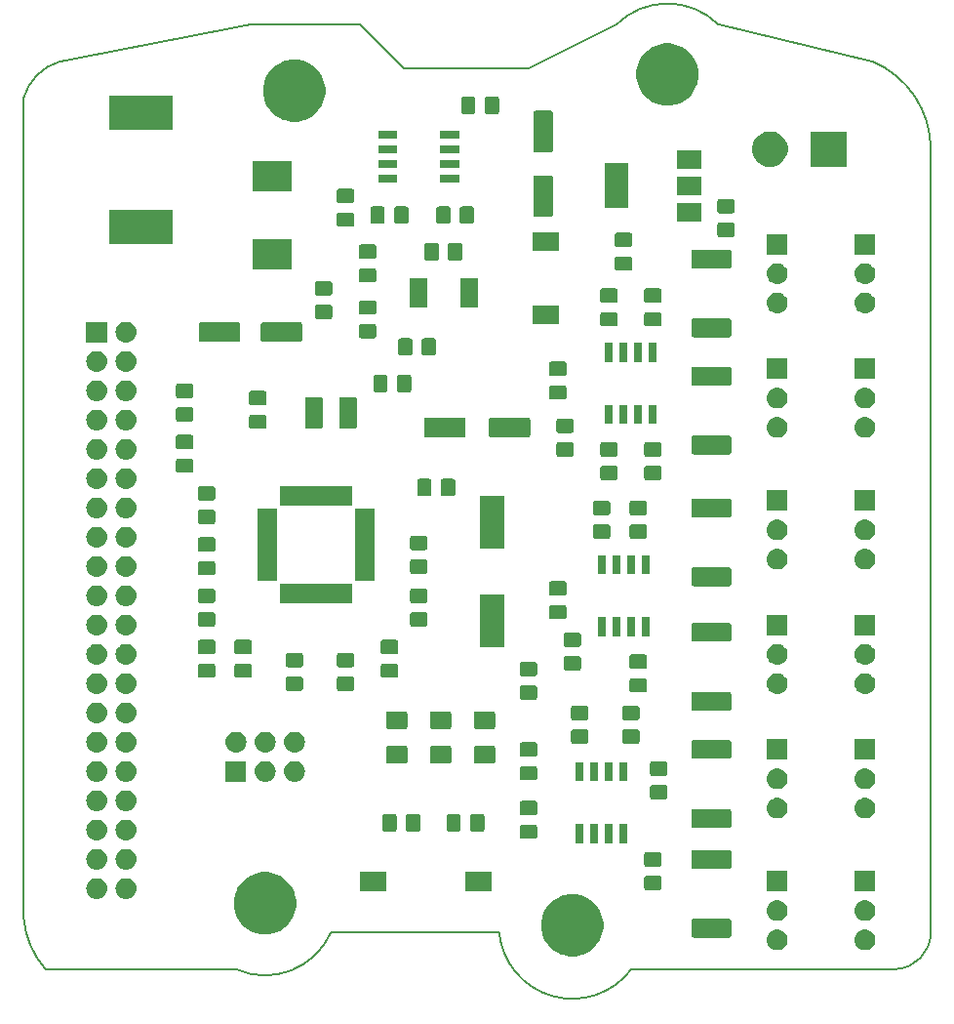
<source format=gbr>
%TF.GenerationSoftware,KiCad,Pcbnew,5.0.2-bee76a0~70~ubuntu18.04.1*%
%TF.CreationDate,2019-03-23T16:18:47+02:00*%
%TF.ProjectId,servos_control_schem,73657276-6f73-45f6-936f-6e74726f6c5f,rev?*%
%TF.SameCoordinates,Original*%
%TF.FileFunction,Soldermask,Top*%
%TF.FilePolarity,Negative*%
%FSLAX46Y46*%
G04 Gerber Fmt 4.6, Leading zero omitted, Abs format (unit mm)*
G04 Created by KiCad (PCBNEW 5.0.2-bee76a0~70~ubuntu18.04.1) date Sat 23 Mar 2019 04:18:47 PM EET*
%MOMM*%
%LPD*%
G01*
G04 APERTURE LIST*
%ADD10C,0.150000*%
%ADD11C,0.200000*%
G04 APERTURE END LIST*
D10*
X187325000Y-135255000D02*
X188595000Y-135255000D01*
X191770000Y-64135000D02*
X191770000Y-132080000D01*
X191770000Y-132080000D02*
G75*
G02X188595000Y-135255000I-3175000J0D01*
G01*
D11*
X165760335Y-135274003D02*
G75*
G02X154305001Y-132079999I-5105335J3829003D01*
G01*
D10*
X113030001Y-59690000D02*
X113030001Y-130809999D01*
X113030001Y-59690000D02*
G75*
G02X116205001Y-56515001I4444999J-1270000D01*
G01*
X173355000Y-53340000D02*
X186690000Y-56515000D01*
X186690000Y-56515000D02*
G75*
G02X191770000Y-64135000I-3175000J-7620000D01*
G01*
X156845000Y-57150000D02*
X164465000Y-53340000D01*
X146050000Y-57150000D02*
X142240000Y-53340000D01*
X156845000Y-57150000D02*
X146050000Y-57150000D01*
X164465001Y-53340001D02*
G75*
G02X173354999Y-53340001I4444999J-4444999D01*
G01*
X114935000Y-135255000D02*
X125095000Y-135255000D01*
X114935001Y-135254998D02*
G75*
G02X113030001Y-130809999I5714999J5079998D01*
G01*
X132715000Y-53340000D02*
X116205000Y-56515000D01*
X142240000Y-53340000D02*
X132715000Y-53340000D01*
X165735000Y-135255000D02*
X169545000Y-135255000D01*
X140970000Y-132080000D02*
X154305000Y-132080000D01*
X131445000Y-135255000D02*
X130175000Y-135255000D01*
X139699999Y-132079999D02*
G75*
G02X131445001Y-135254999I-5714999J2539999D01*
G01*
X139700000Y-132080000D02*
X140970000Y-132080000D01*
X126365000Y-135255000D02*
X130175000Y-135255000D01*
X169545000Y-135255000D02*
X187325000Y-135255000D01*
X126365000Y-135255000D02*
X125095000Y-135255000D01*
G36*
X161442850Y-128847797D02*
X161442852Y-128847798D01*
X161442853Y-128847798D01*
X161616799Y-128919849D01*
X161934404Y-129051405D01*
X162376790Y-129346998D01*
X162753002Y-129723210D01*
X163048595Y-130165596D01*
X163252203Y-130657150D01*
X163356000Y-131178973D01*
X163356000Y-131711027D01*
X163252203Y-132232850D01*
X163048595Y-132724404D01*
X162753002Y-133166790D01*
X162376790Y-133543002D01*
X161934404Y-133838595D01*
X161624430Y-133966990D01*
X161442853Y-134042202D01*
X161442852Y-134042202D01*
X161442850Y-134042203D01*
X160921027Y-134146000D01*
X160388973Y-134146000D01*
X159867150Y-134042203D01*
X159867148Y-134042202D01*
X159867147Y-134042202D01*
X159685570Y-133966990D01*
X159375596Y-133838595D01*
X158933210Y-133543002D01*
X158556998Y-133166790D01*
X158261405Y-132724404D01*
X158057797Y-132232850D01*
X157954000Y-131711027D01*
X157954000Y-131178973D01*
X158057797Y-130657150D01*
X158261405Y-130165596D01*
X158556998Y-129723210D01*
X158933210Y-129346998D01*
X159375596Y-129051405D01*
X159693201Y-128919849D01*
X159867147Y-128847798D01*
X159867148Y-128847798D01*
X159867150Y-128847797D01*
X160388973Y-128744000D01*
X160921027Y-128744000D01*
X161442850Y-128847797D01*
X161442850Y-128847797D01*
G37*
G36*
X186165443Y-131820519D02*
X186231627Y-131827037D01*
X186344853Y-131861384D01*
X186401467Y-131878557D01*
X186504434Y-131933595D01*
X186557991Y-131962222D01*
X186593729Y-131991552D01*
X186695186Y-132074814D01*
X186778448Y-132176271D01*
X186807778Y-132212009D01*
X186807779Y-132212011D01*
X186891443Y-132368533D01*
X186900977Y-132399962D01*
X186942963Y-132538373D01*
X186960359Y-132715000D01*
X186942963Y-132891627D01*
X186908616Y-133004853D01*
X186891443Y-133061467D01*
X186835147Y-133166787D01*
X186807778Y-133217991D01*
X186778448Y-133253729D01*
X186695186Y-133355186D01*
X186593729Y-133438448D01*
X186557991Y-133467778D01*
X186557989Y-133467779D01*
X186401467Y-133551443D01*
X186344853Y-133568616D01*
X186231627Y-133602963D01*
X186165443Y-133609481D01*
X186099260Y-133616000D01*
X186010740Y-133616000D01*
X185944557Y-133609481D01*
X185878373Y-133602963D01*
X185765147Y-133568616D01*
X185708533Y-133551443D01*
X185552011Y-133467779D01*
X185552009Y-133467778D01*
X185516271Y-133438448D01*
X185414814Y-133355186D01*
X185331552Y-133253729D01*
X185302222Y-133217991D01*
X185274853Y-133166787D01*
X185218557Y-133061467D01*
X185201384Y-133004853D01*
X185167037Y-132891627D01*
X185149641Y-132715000D01*
X185167037Y-132538373D01*
X185209023Y-132399962D01*
X185218557Y-132368533D01*
X185302221Y-132212011D01*
X185302222Y-132212009D01*
X185331552Y-132176271D01*
X185414814Y-132074814D01*
X185516271Y-131991552D01*
X185552009Y-131962222D01*
X185605566Y-131933595D01*
X185708533Y-131878557D01*
X185765147Y-131861384D01*
X185878373Y-131827037D01*
X185944557Y-131820519D01*
X186010740Y-131814000D01*
X186099260Y-131814000D01*
X186165443Y-131820519D01*
X186165443Y-131820519D01*
G37*
G36*
X178545443Y-131820519D02*
X178611627Y-131827037D01*
X178724853Y-131861384D01*
X178781467Y-131878557D01*
X178884434Y-131933595D01*
X178937991Y-131962222D01*
X178973729Y-131991552D01*
X179075186Y-132074814D01*
X179158448Y-132176271D01*
X179187778Y-132212009D01*
X179187779Y-132212011D01*
X179271443Y-132368533D01*
X179280977Y-132399962D01*
X179322963Y-132538373D01*
X179340359Y-132715000D01*
X179322963Y-132891627D01*
X179288616Y-133004853D01*
X179271443Y-133061467D01*
X179215147Y-133166787D01*
X179187778Y-133217991D01*
X179158448Y-133253729D01*
X179075186Y-133355186D01*
X178973729Y-133438448D01*
X178937991Y-133467778D01*
X178937989Y-133467779D01*
X178781467Y-133551443D01*
X178724853Y-133568616D01*
X178611627Y-133602963D01*
X178545443Y-133609481D01*
X178479260Y-133616000D01*
X178390740Y-133616000D01*
X178324557Y-133609481D01*
X178258373Y-133602963D01*
X178145147Y-133568616D01*
X178088533Y-133551443D01*
X177932011Y-133467779D01*
X177932009Y-133467778D01*
X177896271Y-133438448D01*
X177794814Y-133355186D01*
X177711552Y-133253729D01*
X177682222Y-133217991D01*
X177654853Y-133166787D01*
X177598557Y-133061467D01*
X177581384Y-133004853D01*
X177547037Y-132891627D01*
X177529641Y-132715000D01*
X177547037Y-132538373D01*
X177589023Y-132399962D01*
X177598557Y-132368533D01*
X177682221Y-132212011D01*
X177682222Y-132212009D01*
X177711552Y-132176271D01*
X177794814Y-132074814D01*
X177896271Y-131991552D01*
X177932009Y-131962222D01*
X177985566Y-131933595D01*
X178088533Y-131878557D01*
X178145147Y-131861384D01*
X178258373Y-131827037D01*
X178324557Y-131820519D01*
X178390740Y-131814000D01*
X178479260Y-131814000D01*
X178545443Y-131820519D01*
X178545443Y-131820519D01*
G37*
G36*
X174298821Y-130895603D02*
X174332982Y-130905966D01*
X174364464Y-130922793D01*
X174392060Y-130945440D01*
X174414707Y-130973036D01*
X174431534Y-131004518D01*
X174441897Y-131038679D01*
X174446000Y-131080342D01*
X174446000Y-132329658D01*
X174441897Y-132371321D01*
X174431534Y-132405482D01*
X174414707Y-132436964D01*
X174392060Y-132464560D01*
X174364464Y-132487207D01*
X174332982Y-132504034D01*
X174298821Y-132514397D01*
X174257158Y-132518500D01*
X171182842Y-132518500D01*
X171141179Y-132514397D01*
X171107018Y-132504034D01*
X171075536Y-132487207D01*
X171047940Y-132464560D01*
X171025293Y-132436964D01*
X171008466Y-132405482D01*
X170998103Y-132371321D01*
X170994000Y-132329658D01*
X170994000Y-131080342D01*
X170998103Y-131038679D01*
X171008466Y-131004518D01*
X171025293Y-130973036D01*
X171047940Y-130945440D01*
X171075536Y-130922793D01*
X171107018Y-130905966D01*
X171141179Y-130895603D01*
X171182842Y-130891500D01*
X174257158Y-130891500D01*
X174298821Y-130895603D01*
X174298821Y-130895603D01*
G37*
G36*
X134772850Y-126942797D02*
X134772852Y-126942798D01*
X134772853Y-126942798D01*
X134954430Y-127018010D01*
X135264404Y-127146405D01*
X135706790Y-127441998D01*
X136083002Y-127818210D01*
X136378595Y-128260596D01*
X136432238Y-128390102D01*
X136528167Y-128621694D01*
X136582203Y-128752150D01*
X136686000Y-129273973D01*
X136686000Y-129806027D01*
X136582203Y-130327850D01*
X136378595Y-130819404D01*
X136083002Y-131261790D01*
X135706790Y-131638002D01*
X135264404Y-131933595D01*
X134954430Y-132061990D01*
X134772853Y-132137202D01*
X134772852Y-132137202D01*
X134772850Y-132137203D01*
X134251027Y-132241000D01*
X133718973Y-132241000D01*
X133197150Y-132137203D01*
X133197148Y-132137202D01*
X133197147Y-132137202D01*
X133015570Y-132061990D01*
X132705596Y-131933595D01*
X132263210Y-131638002D01*
X131886998Y-131261790D01*
X131591405Y-130819404D01*
X131387797Y-130327850D01*
X131284000Y-129806027D01*
X131284000Y-129273973D01*
X131387797Y-128752150D01*
X131441834Y-128621694D01*
X131537762Y-128390102D01*
X131591405Y-128260596D01*
X131886998Y-127818210D01*
X132263210Y-127441998D01*
X132705596Y-127146405D01*
X133015570Y-127018010D01*
X133197147Y-126942798D01*
X133197148Y-126942798D01*
X133197150Y-126942797D01*
X133718973Y-126839000D01*
X134251027Y-126839000D01*
X134772850Y-126942797D01*
X134772850Y-126942797D01*
G37*
G36*
X178545442Y-129280518D02*
X178611627Y-129287037D01*
X178724853Y-129321384D01*
X178781467Y-129338557D01*
X178920087Y-129412652D01*
X178937991Y-129422222D01*
X178973729Y-129451552D01*
X179075186Y-129534814D01*
X179158448Y-129636271D01*
X179187778Y-129672009D01*
X179187779Y-129672011D01*
X179271443Y-129828533D01*
X179271443Y-129828534D01*
X179322963Y-129998373D01*
X179340359Y-130175000D01*
X179322963Y-130351627D01*
X179288616Y-130464853D01*
X179271443Y-130521467D01*
X179198919Y-130657147D01*
X179187778Y-130677991D01*
X179158448Y-130713729D01*
X179075186Y-130815186D01*
X178982196Y-130891500D01*
X178937991Y-130927778D01*
X178937989Y-130927779D01*
X178781467Y-131011443D01*
X178724853Y-131028616D01*
X178611627Y-131062963D01*
X178545442Y-131069482D01*
X178479260Y-131076000D01*
X178390740Y-131076000D01*
X178324558Y-131069482D01*
X178258373Y-131062963D01*
X178145147Y-131028616D01*
X178088533Y-131011443D01*
X177932011Y-130927779D01*
X177932009Y-130927778D01*
X177887804Y-130891500D01*
X177794814Y-130815186D01*
X177711552Y-130713729D01*
X177682222Y-130677991D01*
X177671081Y-130657147D01*
X177598557Y-130521467D01*
X177581384Y-130464853D01*
X177547037Y-130351627D01*
X177529641Y-130175000D01*
X177547037Y-129998373D01*
X177598557Y-129828534D01*
X177598557Y-129828533D01*
X177682221Y-129672011D01*
X177682222Y-129672009D01*
X177711552Y-129636271D01*
X177794814Y-129534814D01*
X177896271Y-129451552D01*
X177932009Y-129422222D01*
X177949913Y-129412652D01*
X178088533Y-129338557D01*
X178145147Y-129321384D01*
X178258373Y-129287037D01*
X178324558Y-129280518D01*
X178390740Y-129274000D01*
X178479260Y-129274000D01*
X178545442Y-129280518D01*
X178545442Y-129280518D01*
G37*
G36*
X186165442Y-129280518D02*
X186231627Y-129287037D01*
X186344853Y-129321384D01*
X186401467Y-129338557D01*
X186540087Y-129412652D01*
X186557991Y-129422222D01*
X186593729Y-129451552D01*
X186695186Y-129534814D01*
X186778448Y-129636271D01*
X186807778Y-129672009D01*
X186807779Y-129672011D01*
X186891443Y-129828533D01*
X186891443Y-129828534D01*
X186942963Y-129998373D01*
X186960359Y-130175000D01*
X186942963Y-130351627D01*
X186908616Y-130464853D01*
X186891443Y-130521467D01*
X186818919Y-130657147D01*
X186807778Y-130677991D01*
X186778448Y-130713729D01*
X186695186Y-130815186D01*
X186602196Y-130891500D01*
X186557991Y-130927778D01*
X186557989Y-130927779D01*
X186401467Y-131011443D01*
X186344853Y-131028616D01*
X186231627Y-131062963D01*
X186165442Y-131069482D01*
X186099260Y-131076000D01*
X186010740Y-131076000D01*
X185944558Y-131069482D01*
X185878373Y-131062963D01*
X185765147Y-131028616D01*
X185708533Y-131011443D01*
X185552011Y-130927779D01*
X185552009Y-130927778D01*
X185507804Y-130891500D01*
X185414814Y-130815186D01*
X185331552Y-130713729D01*
X185302222Y-130677991D01*
X185291081Y-130657147D01*
X185218557Y-130521467D01*
X185201384Y-130464853D01*
X185167037Y-130351627D01*
X185149641Y-130175000D01*
X185167037Y-129998373D01*
X185218557Y-129828534D01*
X185218557Y-129828533D01*
X185302221Y-129672011D01*
X185302222Y-129672009D01*
X185331552Y-129636271D01*
X185414814Y-129534814D01*
X185516271Y-129451552D01*
X185552009Y-129422222D01*
X185569913Y-129412652D01*
X185708533Y-129338557D01*
X185765147Y-129321384D01*
X185878373Y-129287037D01*
X185944558Y-129280518D01*
X186010740Y-129274000D01*
X186099260Y-129274000D01*
X186165442Y-129280518D01*
X186165442Y-129280518D01*
G37*
G36*
X119559294Y-127368633D02*
X119731694Y-127420931D01*
X119731696Y-127420932D01*
X119890583Y-127505859D01*
X120029849Y-127620151D01*
X120144141Y-127759417D01*
X120175568Y-127818213D01*
X120229069Y-127918306D01*
X120281367Y-128090706D01*
X120299025Y-128270000D01*
X120281367Y-128449294D01*
X120229069Y-128621694D01*
X120229068Y-128621696D01*
X120144141Y-128780583D01*
X120029849Y-128919849D01*
X119890583Y-129034141D01*
X119858284Y-129051405D01*
X119731694Y-129119069D01*
X119559294Y-129171367D01*
X119424931Y-129184600D01*
X119335069Y-129184600D01*
X119200706Y-129171367D01*
X119028306Y-129119069D01*
X118901716Y-129051405D01*
X118869417Y-129034141D01*
X118730151Y-128919849D01*
X118615859Y-128780583D01*
X118530932Y-128621696D01*
X118530931Y-128621694D01*
X118478633Y-128449294D01*
X118460975Y-128270000D01*
X118478633Y-128090706D01*
X118530931Y-127918306D01*
X118584432Y-127818213D01*
X118615859Y-127759417D01*
X118730151Y-127620151D01*
X118869417Y-127505859D01*
X119028304Y-127420932D01*
X119028306Y-127420931D01*
X119200706Y-127368633D01*
X119335069Y-127355400D01*
X119424931Y-127355400D01*
X119559294Y-127368633D01*
X119559294Y-127368633D01*
G37*
G36*
X122099294Y-127368633D02*
X122271694Y-127420931D01*
X122271696Y-127420932D01*
X122430583Y-127505859D01*
X122569849Y-127620151D01*
X122684141Y-127759417D01*
X122715568Y-127818213D01*
X122769069Y-127918306D01*
X122821367Y-128090706D01*
X122839025Y-128270000D01*
X122821367Y-128449294D01*
X122769069Y-128621694D01*
X122769068Y-128621696D01*
X122684141Y-128780583D01*
X122569849Y-128919849D01*
X122430583Y-129034141D01*
X122398284Y-129051405D01*
X122271694Y-129119069D01*
X122099294Y-129171367D01*
X121964931Y-129184600D01*
X121875069Y-129184600D01*
X121740706Y-129171367D01*
X121568306Y-129119069D01*
X121441716Y-129051405D01*
X121409417Y-129034141D01*
X121270151Y-128919849D01*
X121155859Y-128780583D01*
X121070932Y-128621696D01*
X121070931Y-128621694D01*
X121018633Y-128449294D01*
X121000975Y-128270000D01*
X121018633Y-128090706D01*
X121070931Y-127918306D01*
X121124432Y-127818213D01*
X121155859Y-127759417D01*
X121270151Y-127620151D01*
X121409417Y-127505859D01*
X121568304Y-127420932D01*
X121568306Y-127420931D01*
X121740706Y-127368633D01*
X121875069Y-127355400D01*
X121964931Y-127355400D01*
X122099294Y-127368633D01*
X122099294Y-127368633D01*
G37*
G36*
X186956000Y-128536000D02*
X185154000Y-128536000D01*
X185154000Y-126734000D01*
X186956000Y-126734000D01*
X186956000Y-128536000D01*
X186956000Y-128536000D01*
G37*
G36*
X179336000Y-128536000D02*
X177534000Y-128536000D01*
X177534000Y-126734000D01*
X179336000Y-126734000D01*
X179336000Y-128536000D01*
X179336000Y-128536000D01*
G37*
G36*
X153686000Y-128486000D02*
X151404000Y-128486000D01*
X151404000Y-126784000D01*
X153686000Y-126784000D01*
X153686000Y-128486000D01*
X153686000Y-128486000D01*
G37*
G36*
X144506000Y-128486000D02*
X142224000Y-128486000D01*
X142224000Y-126784000D01*
X144506000Y-126784000D01*
X144506000Y-128486000D01*
X144506000Y-128486000D01*
G37*
G36*
X168228677Y-127158465D02*
X168266364Y-127169898D01*
X168301103Y-127188466D01*
X168331548Y-127213452D01*
X168356534Y-127243897D01*
X168375102Y-127278636D01*
X168386535Y-127316323D01*
X168391000Y-127361661D01*
X168391000Y-128198339D01*
X168386535Y-128243677D01*
X168375102Y-128281364D01*
X168356534Y-128316103D01*
X168331548Y-128346548D01*
X168301103Y-128371534D01*
X168266364Y-128390102D01*
X168228677Y-128401535D01*
X168183339Y-128406000D01*
X167096661Y-128406000D01*
X167051323Y-128401535D01*
X167013636Y-128390102D01*
X166978897Y-128371534D01*
X166948452Y-128346548D01*
X166923466Y-128316103D01*
X166904898Y-128281364D01*
X166893465Y-128243677D01*
X166889000Y-128198339D01*
X166889000Y-127361661D01*
X166893465Y-127316323D01*
X166904898Y-127278636D01*
X166923466Y-127243897D01*
X166948452Y-127213452D01*
X166978897Y-127188466D01*
X167013636Y-127169898D01*
X167051323Y-127158465D01*
X167096661Y-127154000D01*
X168183339Y-127154000D01*
X168228677Y-127158465D01*
X168228677Y-127158465D01*
G37*
G36*
X122099294Y-124828633D02*
X122271694Y-124880931D01*
X122271696Y-124880932D01*
X122430583Y-124965859D01*
X122569849Y-125080151D01*
X122684141Y-125219417D01*
X122739547Y-125323075D01*
X122769069Y-125378306D01*
X122821367Y-125550706D01*
X122839025Y-125730000D01*
X122821367Y-125909294D01*
X122769069Y-126081694D01*
X122769068Y-126081696D01*
X122684141Y-126240583D01*
X122569849Y-126379849D01*
X122430583Y-126494141D01*
X122347827Y-126538375D01*
X122271694Y-126579069D01*
X122099294Y-126631367D01*
X121964931Y-126644600D01*
X121875069Y-126644600D01*
X121740706Y-126631367D01*
X121568306Y-126579069D01*
X121492173Y-126538375D01*
X121409417Y-126494141D01*
X121270151Y-126379849D01*
X121155859Y-126240583D01*
X121070932Y-126081696D01*
X121070931Y-126081694D01*
X121018633Y-125909294D01*
X121000975Y-125730000D01*
X121018633Y-125550706D01*
X121070931Y-125378306D01*
X121100453Y-125323075D01*
X121155859Y-125219417D01*
X121270151Y-125080151D01*
X121409417Y-124965859D01*
X121568304Y-124880932D01*
X121568306Y-124880931D01*
X121740706Y-124828633D01*
X121875069Y-124815400D01*
X121964931Y-124815400D01*
X122099294Y-124828633D01*
X122099294Y-124828633D01*
G37*
G36*
X119559294Y-124828633D02*
X119731694Y-124880931D01*
X119731696Y-124880932D01*
X119890583Y-124965859D01*
X120029849Y-125080151D01*
X120144141Y-125219417D01*
X120199547Y-125323075D01*
X120229069Y-125378306D01*
X120281367Y-125550706D01*
X120299025Y-125730000D01*
X120281367Y-125909294D01*
X120229069Y-126081694D01*
X120229068Y-126081696D01*
X120144141Y-126240583D01*
X120029849Y-126379849D01*
X119890583Y-126494141D01*
X119807827Y-126538375D01*
X119731694Y-126579069D01*
X119559294Y-126631367D01*
X119424931Y-126644600D01*
X119335069Y-126644600D01*
X119200706Y-126631367D01*
X119028306Y-126579069D01*
X118952173Y-126538375D01*
X118869417Y-126494141D01*
X118730151Y-126379849D01*
X118615859Y-126240583D01*
X118530932Y-126081696D01*
X118530931Y-126081694D01*
X118478633Y-125909294D01*
X118460975Y-125730000D01*
X118478633Y-125550706D01*
X118530931Y-125378306D01*
X118560453Y-125323075D01*
X118615859Y-125219417D01*
X118730151Y-125080151D01*
X118869417Y-124965859D01*
X119028304Y-124880932D01*
X119028306Y-124880931D01*
X119200706Y-124828633D01*
X119335069Y-124815400D01*
X119424931Y-124815400D01*
X119559294Y-124828633D01*
X119559294Y-124828633D01*
G37*
G36*
X174298821Y-124920603D02*
X174332982Y-124930966D01*
X174364464Y-124947793D01*
X174392060Y-124970440D01*
X174414707Y-124998036D01*
X174431534Y-125029518D01*
X174441897Y-125063679D01*
X174446000Y-125105342D01*
X174446000Y-126354658D01*
X174441897Y-126396321D01*
X174431534Y-126430482D01*
X174414707Y-126461964D01*
X174392060Y-126489560D01*
X174364464Y-126512207D01*
X174332982Y-126529034D01*
X174298821Y-126539397D01*
X174257158Y-126543500D01*
X171182842Y-126543500D01*
X171141179Y-126539397D01*
X171107018Y-126529034D01*
X171075536Y-126512207D01*
X171047940Y-126489560D01*
X171025293Y-126461964D01*
X171008466Y-126430482D01*
X170998103Y-126396321D01*
X170994000Y-126354658D01*
X170994000Y-125105342D01*
X170998103Y-125063679D01*
X171008466Y-125029518D01*
X171025293Y-124998036D01*
X171047940Y-124970440D01*
X171075536Y-124947793D01*
X171107018Y-124930966D01*
X171141179Y-124920603D01*
X171182842Y-124916500D01*
X174257158Y-124916500D01*
X174298821Y-124920603D01*
X174298821Y-124920603D01*
G37*
G36*
X168228677Y-125108465D02*
X168266364Y-125119898D01*
X168301103Y-125138466D01*
X168331548Y-125163452D01*
X168356534Y-125193897D01*
X168375102Y-125228636D01*
X168386535Y-125266323D01*
X168391000Y-125311661D01*
X168391000Y-126148339D01*
X168386535Y-126193677D01*
X168375102Y-126231364D01*
X168356534Y-126266103D01*
X168331548Y-126296548D01*
X168301103Y-126321534D01*
X168266364Y-126340102D01*
X168228677Y-126351535D01*
X168183339Y-126356000D01*
X167096661Y-126356000D01*
X167051323Y-126351535D01*
X167013636Y-126340102D01*
X166978897Y-126321534D01*
X166948452Y-126296548D01*
X166923466Y-126266103D01*
X166904898Y-126231364D01*
X166893465Y-126193677D01*
X166889000Y-126148339D01*
X166889000Y-125311661D01*
X166893465Y-125266323D01*
X166904898Y-125228636D01*
X166923466Y-125193897D01*
X166948452Y-125163452D01*
X166978897Y-125138466D01*
X167013636Y-125119898D01*
X167051323Y-125108465D01*
X167096661Y-125104000D01*
X168183339Y-125104000D01*
X168228677Y-125108465D01*
X168228677Y-125108465D01*
G37*
G36*
X165451000Y-124336000D02*
X164749000Y-124336000D01*
X164749000Y-122684000D01*
X165451000Y-122684000D01*
X165451000Y-124336000D01*
X165451000Y-124336000D01*
G37*
G36*
X164181000Y-124336000D02*
X163479000Y-124336000D01*
X163479000Y-122684000D01*
X164181000Y-122684000D01*
X164181000Y-124336000D01*
X164181000Y-124336000D01*
G37*
G36*
X162911000Y-124336000D02*
X162209000Y-124336000D01*
X162209000Y-122684000D01*
X162911000Y-122684000D01*
X162911000Y-124336000D01*
X162911000Y-124336000D01*
G37*
G36*
X161641000Y-124336000D02*
X160939000Y-124336000D01*
X160939000Y-122684000D01*
X161641000Y-122684000D01*
X161641000Y-124336000D01*
X161641000Y-124336000D01*
G37*
G36*
X119559294Y-122288633D02*
X119731694Y-122340931D01*
X119731696Y-122340932D01*
X119890583Y-122425859D01*
X120029849Y-122540151D01*
X120144141Y-122679417D01*
X120208004Y-122798897D01*
X120229069Y-122838306D01*
X120281367Y-123010706D01*
X120299025Y-123190000D01*
X120281367Y-123369294D01*
X120229069Y-123541694D01*
X120229068Y-123541696D01*
X120144141Y-123700583D01*
X120029849Y-123839849D01*
X119890583Y-123954141D01*
X119731696Y-124039068D01*
X119731694Y-124039069D01*
X119559294Y-124091367D01*
X119424931Y-124104600D01*
X119335069Y-124104600D01*
X119200706Y-124091367D01*
X119028306Y-124039069D01*
X119028304Y-124039068D01*
X118869417Y-123954141D01*
X118730151Y-123839849D01*
X118615859Y-123700583D01*
X118530932Y-123541696D01*
X118530931Y-123541694D01*
X118478633Y-123369294D01*
X118460975Y-123190000D01*
X118478633Y-123010706D01*
X118530931Y-122838306D01*
X118551996Y-122798897D01*
X118615859Y-122679417D01*
X118730151Y-122540151D01*
X118869417Y-122425859D01*
X119028304Y-122340932D01*
X119028306Y-122340931D01*
X119200706Y-122288633D01*
X119335069Y-122275400D01*
X119424931Y-122275400D01*
X119559294Y-122288633D01*
X119559294Y-122288633D01*
G37*
G36*
X122099294Y-122288633D02*
X122271694Y-122340931D01*
X122271696Y-122340932D01*
X122430583Y-122425859D01*
X122569849Y-122540151D01*
X122684141Y-122679417D01*
X122748004Y-122798897D01*
X122769069Y-122838306D01*
X122821367Y-123010706D01*
X122839025Y-123190000D01*
X122821367Y-123369294D01*
X122769069Y-123541694D01*
X122769068Y-123541696D01*
X122684141Y-123700583D01*
X122569849Y-123839849D01*
X122430583Y-123954141D01*
X122271696Y-124039068D01*
X122271694Y-124039069D01*
X122099294Y-124091367D01*
X121964931Y-124104600D01*
X121875069Y-124104600D01*
X121740706Y-124091367D01*
X121568306Y-124039069D01*
X121568304Y-124039068D01*
X121409417Y-123954141D01*
X121270151Y-123839849D01*
X121155859Y-123700583D01*
X121070932Y-123541696D01*
X121070931Y-123541694D01*
X121018633Y-123369294D01*
X121000975Y-123190000D01*
X121018633Y-123010706D01*
X121070931Y-122838306D01*
X121091996Y-122798897D01*
X121155859Y-122679417D01*
X121270151Y-122540151D01*
X121409417Y-122425859D01*
X121568304Y-122340932D01*
X121568306Y-122340931D01*
X121740706Y-122288633D01*
X121875069Y-122275400D01*
X121964931Y-122275400D01*
X122099294Y-122288633D01*
X122099294Y-122288633D01*
G37*
G36*
X157433677Y-122713465D02*
X157471364Y-122724898D01*
X157506103Y-122743466D01*
X157536548Y-122768452D01*
X157561534Y-122798897D01*
X157580102Y-122833636D01*
X157591535Y-122871323D01*
X157596000Y-122916661D01*
X157596000Y-123753339D01*
X157591535Y-123798677D01*
X157580102Y-123836364D01*
X157561534Y-123871103D01*
X157536548Y-123901548D01*
X157506103Y-123926534D01*
X157471364Y-123945102D01*
X157433677Y-123956535D01*
X157388339Y-123961000D01*
X156301661Y-123961000D01*
X156256323Y-123956535D01*
X156218636Y-123945102D01*
X156183897Y-123926534D01*
X156153452Y-123901548D01*
X156128466Y-123871103D01*
X156109898Y-123836364D01*
X156098465Y-123798677D01*
X156094000Y-123753339D01*
X156094000Y-122916661D01*
X156098465Y-122871323D01*
X156109898Y-122833636D01*
X156128466Y-122798897D01*
X156153452Y-122768452D01*
X156183897Y-122743466D01*
X156218636Y-122724898D01*
X156256323Y-122713465D01*
X156301661Y-122709000D01*
X157388339Y-122709000D01*
X157433677Y-122713465D01*
X157433677Y-122713465D01*
G37*
G36*
X145243677Y-121808465D02*
X145281364Y-121819898D01*
X145316103Y-121838466D01*
X145346548Y-121863452D01*
X145371534Y-121893897D01*
X145390102Y-121928636D01*
X145401535Y-121966323D01*
X145406000Y-122011661D01*
X145406000Y-123098339D01*
X145401535Y-123143677D01*
X145390102Y-123181364D01*
X145371534Y-123216103D01*
X145346548Y-123246548D01*
X145316103Y-123271534D01*
X145281364Y-123290102D01*
X145243677Y-123301535D01*
X145198339Y-123306000D01*
X144361661Y-123306000D01*
X144316323Y-123301535D01*
X144278636Y-123290102D01*
X144243897Y-123271534D01*
X144213452Y-123246548D01*
X144188466Y-123216103D01*
X144169898Y-123181364D01*
X144158465Y-123143677D01*
X144154000Y-123098339D01*
X144154000Y-122011661D01*
X144158465Y-121966323D01*
X144169898Y-121928636D01*
X144188466Y-121893897D01*
X144213452Y-121863452D01*
X144243897Y-121838466D01*
X144278636Y-121819898D01*
X144316323Y-121808465D01*
X144361661Y-121804000D01*
X145198339Y-121804000D01*
X145243677Y-121808465D01*
X145243677Y-121808465D01*
G37*
G36*
X147293677Y-121808465D02*
X147331364Y-121819898D01*
X147366103Y-121838466D01*
X147396548Y-121863452D01*
X147421534Y-121893897D01*
X147440102Y-121928636D01*
X147451535Y-121966323D01*
X147456000Y-122011661D01*
X147456000Y-123098339D01*
X147451535Y-123143677D01*
X147440102Y-123181364D01*
X147421534Y-123216103D01*
X147396548Y-123246548D01*
X147366103Y-123271534D01*
X147331364Y-123290102D01*
X147293677Y-123301535D01*
X147248339Y-123306000D01*
X146411661Y-123306000D01*
X146366323Y-123301535D01*
X146328636Y-123290102D01*
X146293897Y-123271534D01*
X146263452Y-123246548D01*
X146238466Y-123216103D01*
X146219898Y-123181364D01*
X146208465Y-123143677D01*
X146204000Y-123098339D01*
X146204000Y-122011661D01*
X146208465Y-121966323D01*
X146219898Y-121928636D01*
X146238466Y-121893897D01*
X146263452Y-121863452D01*
X146293897Y-121838466D01*
X146328636Y-121819898D01*
X146366323Y-121808465D01*
X146411661Y-121804000D01*
X147248339Y-121804000D01*
X147293677Y-121808465D01*
X147293677Y-121808465D01*
G37*
G36*
X150813677Y-121808465D02*
X150851364Y-121819898D01*
X150886103Y-121838466D01*
X150916548Y-121863452D01*
X150941534Y-121893897D01*
X150960102Y-121928636D01*
X150971535Y-121966323D01*
X150976000Y-122011661D01*
X150976000Y-123098339D01*
X150971535Y-123143677D01*
X150960102Y-123181364D01*
X150941534Y-123216103D01*
X150916548Y-123246548D01*
X150886103Y-123271534D01*
X150851364Y-123290102D01*
X150813677Y-123301535D01*
X150768339Y-123306000D01*
X149931661Y-123306000D01*
X149886323Y-123301535D01*
X149848636Y-123290102D01*
X149813897Y-123271534D01*
X149783452Y-123246548D01*
X149758466Y-123216103D01*
X149739898Y-123181364D01*
X149728465Y-123143677D01*
X149724000Y-123098339D01*
X149724000Y-122011661D01*
X149728465Y-121966323D01*
X149739898Y-121928636D01*
X149758466Y-121893897D01*
X149783452Y-121863452D01*
X149813897Y-121838466D01*
X149848636Y-121819898D01*
X149886323Y-121808465D01*
X149931661Y-121804000D01*
X150768339Y-121804000D01*
X150813677Y-121808465D01*
X150813677Y-121808465D01*
G37*
G36*
X152863677Y-121808465D02*
X152901364Y-121819898D01*
X152936103Y-121838466D01*
X152966548Y-121863452D01*
X152991534Y-121893897D01*
X153010102Y-121928636D01*
X153021535Y-121966323D01*
X153026000Y-122011661D01*
X153026000Y-123098339D01*
X153021535Y-123143677D01*
X153010102Y-123181364D01*
X152991534Y-123216103D01*
X152966548Y-123246548D01*
X152936103Y-123271534D01*
X152901364Y-123290102D01*
X152863677Y-123301535D01*
X152818339Y-123306000D01*
X151981661Y-123306000D01*
X151936323Y-123301535D01*
X151898636Y-123290102D01*
X151863897Y-123271534D01*
X151833452Y-123246548D01*
X151808466Y-123216103D01*
X151789898Y-123181364D01*
X151778465Y-123143677D01*
X151774000Y-123098339D01*
X151774000Y-122011661D01*
X151778465Y-121966323D01*
X151789898Y-121928636D01*
X151808466Y-121893897D01*
X151833452Y-121863452D01*
X151863897Y-121838466D01*
X151898636Y-121819898D01*
X151936323Y-121808465D01*
X151981661Y-121804000D01*
X152818339Y-121804000D01*
X152863677Y-121808465D01*
X152863677Y-121808465D01*
G37*
G36*
X174298821Y-121370603D02*
X174332982Y-121380966D01*
X174364464Y-121397793D01*
X174392060Y-121420440D01*
X174414707Y-121448036D01*
X174431534Y-121479518D01*
X174441897Y-121513679D01*
X174446000Y-121555342D01*
X174446000Y-122804658D01*
X174441897Y-122846321D01*
X174431534Y-122880482D01*
X174414707Y-122911964D01*
X174392060Y-122939560D01*
X174364464Y-122962207D01*
X174332982Y-122979034D01*
X174298821Y-122989397D01*
X174257158Y-122993500D01*
X171182842Y-122993500D01*
X171141179Y-122989397D01*
X171107018Y-122979034D01*
X171075536Y-122962207D01*
X171047940Y-122939560D01*
X171025293Y-122911964D01*
X171008466Y-122880482D01*
X170998103Y-122846321D01*
X170994000Y-122804658D01*
X170994000Y-121555342D01*
X170998103Y-121513679D01*
X171008466Y-121479518D01*
X171025293Y-121448036D01*
X171047940Y-121420440D01*
X171075536Y-121397793D01*
X171107018Y-121380966D01*
X171141179Y-121370603D01*
X171182842Y-121366500D01*
X174257158Y-121366500D01*
X174298821Y-121370603D01*
X174298821Y-121370603D01*
G37*
G36*
X178545443Y-120390519D02*
X178611627Y-120397037D01*
X178724853Y-120431384D01*
X178781467Y-120448557D01*
X178873095Y-120497534D01*
X178937991Y-120532222D01*
X178973729Y-120561552D01*
X179075186Y-120644814D01*
X179135618Y-120718452D01*
X179187778Y-120782009D01*
X179187779Y-120782011D01*
X179271443Y-120938533D01*
X179271443Y-120938534D01*
X179322963Y-121108373D01*
X179340359Y-121285000D01*
X179322963Y-121461627D01*
X179288616Y-121574853D01*
X179271443Y-121631467D01*
X179208792Y-121748677D01*
X179187778Y-121787991D01*
X179170975Y-121808465D01*
X179075186Y-121925186D01*
X178973729Y-122008448D01*
X178937991Y-122037778D01*
X178937989Y-122037779D01*
X178781467Y-122121443D01*
X178724853Y-122138616D01*
X178611627Y-122172963D01*
X178545442Y-122179482D01*
X178479260Y-122186000D01*
X178390740Y-122186000D01*
X178324558Y-122179482D01*
X178258373Y-122172963D01*
X178145147Y-122138616D01*
X178088533Y-122121443D01*
X177932011Y-122037779D01*
X177932009Y-122037778D01*
X177896271Y-122008448D01*
X177794814Y-121925186D01*
X177699025Y-121808465D01*
X177682222Y-121787991D01*
X177661208Y-121748677D01*
X177598557Y-121631467D01*
X177581384Y-121574853D01*
X177547037Y-121461627D01*
X177529641Y-121285000D01*
X177547037Y-121108373D01*
X177598557Y-120938534D01*
X177598557Y-120938533D01*
X177682221Y-120782011D01*
X177682222Y-120782009D01*
X177734382Y-120718452D01*
X177794814Y-120644814D01*
X177896271Y-120561552D01*
X177932009Y-120532222D01*
X177996905Y-120497534D01*
X178088533Y-120448557D01*
X178145147Y-120431384D01*
X178258373Y-120397037D01*
X178324557Y-120390519D01*
X178390740Y-120384000D01*
X178479260Y-120384000D01*
X178545443Y-120390519D01*
X178545443Y-120390519D01*
G37*
G36*
X186165443Y-120390519D02*
X186231627Y-120397037D01*
X186344853Y-120431384D01*
X186401467Y-120448557D01*
X186493095Y-120497534D01*
X186557991Y-120532222D01*
X186593729Y-120561552D01*
X186695186Y-120644814D01*
X186755618Y-120718452D01*
X186807778Y-120782009D01*
X186807779Y-120782011D01*
X186891443Y-120938533D01*
X186891443Y-120938534D01*
X186942963Y-121108373D01*
X186960359Y-121285000D01*
X186942963Y-121461627D01*
X186908616Y-121574853D01*
X186891443Y-121631467D01*
X186828792Y-121748677D01*
X186807778Y-121787991D01*
X186790975Y-121808465D01*
X186695186Y-121925186D01*
X186593729Y-122008448D01*
X186557991Y-122037778D01*
X186557989Y-122037779D01*
X186401467Y-122121443D01*
X186344853Y-122138616D01*
X186231627Y-122172963D01*
X186165442Y-122179482D01*
X186099260Y-122186000D01*
X186010740Y-122186000D01*
X185944558Y-122179482D01*
X185878373Y-122172963D01*
X185765147Y-122138616D01*
X185708533Y-122121443D01*
X185552011Y-122037779D01*
X185552009Y-122037778D01*
X185516271Y-122008448D01*
X185414814Y-121925186D01*
X185319025Y-121808465D01*
X185302222Y-121787991D01*
X185281208Y-121748677D01*
X185218557Y-121631467D01*
X185201384Y-121574853D01*
X185167037Y-121461627D01*
X185149641Y-121285000D01*
X185167037Y-121108373D01*
X185218557Y-120938534D01*
X185218557Y-120938533D01*
X185302221Y-120782011D01*
X185302222Y-120782009D01*
X185354382Y-120718452D01*
X185414814Y-120644814D01*
X185516271Y-120561552D01*
X185552009Y-120532222D01*
X185616905Y-120497534D01*
X185708533Y-120448557D01*
X185765147Y-120431384D01*
X185878373Y-120397037D01*
X185944557Y-120390519D01*
X186010740Y-120384000D01*
X186099260Y-120384000D01*
X186165443Y-120390519D01*
X186165443Y-120390519D01*
G37*
G36*
X157433677Y-120663465D02*
X157471364Y-120674898D01*
X157506103Y-120693466D01*
X157536548Y-120718452D01*
X157561534Y-120748897D01*
X157580102Y-120783636D01*
X157591535Y-120821323D01*
X157596000Y-120866661D01*
X157596000Y-121703339D01*
X157591535Y-121748677D01*
X157580102Y-121786364D01*
X157561534Y-121821103D01*
X157536548Y-121851548D01*
X157506103Y-121876534D01*
X157471364Y-121895102D01*
X157433677Y-121906535D01*
X157388339Y-121911000D01*
X156301661Y-121911000D01*
X156256323Y-121906535D01*
X156218636Y-121895102D01*
X156183897Y-121876534D01*
X156153452Y-121851548D01*
X156128466Y-121821103D01*
X156109898Y-121786364D01*
X156098465Y-121748677D01*
X156094000Y-121703339D01*
X156094000Y-120866661D01*
X156098465Y-120821323D01*
X156109898Y-120783636D01*
X156128466Y-120748897D01*
X156153452Y-120718452D01*
X156183897Y-120693466D01*
X156218636Y-120674898D01*
X156256323Y-120663465D01*
X156301661Y-120659000D01*
X157388339Y-120659000D01*
X157433677Y-120663465D01*
X157433677Y-120663465D01*
G37*
G36*
X119559294Y-119748633D02*
X119731694Y-119800931D01*
X119731696Y-119800932D01*
X119890583Y-119885859D01*
X120029849Y-120000151D01*
X120144141Y-120139417D01*
X120229068Y-120298304D01*
X120229069Y-120298306D01*
X120281367Y-120470706D01*
X120299025Y-120650000D01*
X120281367Y-120829294D01*
X120229069Y-121001694D01*
X120229068Y-121001696D01*
X120144141Y-121160583D01*
X120029849Y-121299849D01*
X119890583Y-121414141D01*
X119801743Y-121461627D01*
X119731694Y-121499069D01*
X119559294Y-121551367D01*
X119424931Y-121564600D01*
X119335069Y-121564600D01*
X119200706Y-121551367D01*
X119028306Y-121499069D01*
X118958257Y-121461627D01*
X118869417Y-121414141D01*
X118730151Y-121299849D01*
X118615859Y-121160583D01*
X118530932Y-121001696D01*
X118530931Y-121001694D01*
X118478633Y-120829294D01*
X118460975Y-120650000D01*
X118478633Y-120470706D01*
X118530931Y-120298306D01*
X118530932Y-120298304D01*
X118615859Y-120139417D01*
X118730151Y-120000151D01*
X118869417Y-119885859D01*
X119028304Y-119800932D01*
X119028306Y-119800931D01*
X119200706Y-119748633D01*
X119335069Y-119735400D01*
X119424931Y-119735400D01*
X119559294Y-119748633D01*
X119559294Y-119748633D01*
G37*
G36*
X122099294Y-119748633D02*
X122271694Y-119800931D01*
X122271696Y-119800932D01*
X122430583Y-119885859D01*
X122569849Y-120000151D01*
X122684141Y-120139417D01*
X122769068Y-120298304D01*
X122769069Y-120298306D01*
X122821367Y-120470706D01*
X122839025Y-120650000D01*
X122821367Y-120829294D01*
X122769069Y-121001694D01*
X122769068Y-121001696D01*
X122684141Y-121160583D01*
X122569849Y-121299849D01*
X122430583Y-121414141D01*
X122341743Y-121461627D01*
X122271694Y-121499069D01*
X122099294Y-121551367D01*
X121964931Y-121564600D01*
X121875069Y-121564600D01*
X121740706Y-121551367D01*
X121568306Y-121499069D01*
X121498257Y-121461627D01*
X121409417Y-121414141D01*
X121270151Y-121299849D01*
X121155859Y-121160583D01*
X121070932Y-121001696D01*
X121070931Y-121001694D01*
X121018633Y-120829294D01*
X121000975Y-120650000D01*
X121018633Y-120470706D01*
X121070931Y-120298306D01*
X121070932Y-120298304D01*
X121155859Y-120139417D01*
X121270151Y-120000151D01*
X121409417Y-119885859D01*
X121568304Y-119800932D01*
X121568306Y-119800931D01*
X121740706Y-119748633D01*
X121875069Y-119735400D01*
X121964931Y-119735400D01*
X122099294Y-119748633D01*
X122099294Y-119748633D01*
G37*
G36*
X168736677Y-119284465D02*
X168774364Y-119295898D01*
X168809103Y-119314466D01*
X168839548Y-119339452D01*
X168864534Y-119369897D01*
X168883102Y-119404636D01*
X168894535Y-119442323D01*
X168899000Y-119487661D01*
X168899000Y-120324339D01*
X168894535Y-120369677D01*
X168883102Y-120407364D01*
X168864534Y-120442103D01*
X168839548Y-120472548D01*
X168809103Y-120497534D01*
X168774364Y-120516102D01*
X168736677Y-120527535D01*
X168691339Y-120532000D01*
X167604661Y-120532000D01*
X167559323Y-120527535D01*
X167521636Y-120516102D01*
X167486897Y-120497534D01*
X167456452Y-120472548D01*
X167431466Y-120442103D01*
X167412898Y-120407364D01*
X167401465Y-120369677D01*
X167397000Y-120324339D01*
X167397000Y-119487661D01*
X167401465Y-119442323D01*
X167412898Y-119404636D01*
X167431466Y-119369897D01*
X167456452Y-119339452D01*
X167486897Y-119314466D01*
X167521636Y-119295898D01*
X167559323Y-119284465D01*
X167604661Y-119280000D01*
X168691339Y-119280000D01*
X168736677Y-119284465D01*
X168736677Y-119284465D01*
G37*
G36*
X178545442Y-117850518D02*
X178611627Y-117857037D01*
X178724853Y-117891384D01*
X178781467Y-117908557D01*
X178920087Y-117982652D01*
X178937991Y-117992222D01*
X178973729Y-118021552D01*
X179075186Y-118104814D01*
X179158448Y-118206271D01*
X179187778Y-118242009D01*
X179187779Y-118242011D01*
X179271443Y-118398533D01*
X179271443Y-118398534D01*
X179322963Y-118568373D01*
X179340359Y-118745000D01*
X179322963Y-118921627D01*
X179288616Y-119034853D01*
X179271443Y-119091467D01*
X179197348Y-119230087D01*
X179187778Y-119247991D01*
X179161509Y-119280000D01*
X179075186Y-119385186D01*
X179005563Y-119442323D01*
X178937991Y-119497778D01*
X178920087Y-119507348D01*
X178781467Y-119581443D01*
X178724853Y-119598616D01*
X178611627Y-119632963D01*
X178545443Y-119639481D01*
X178479260Y-119646000D01*
X178390740Y-119646000D01*
X178324557Y-119639481D01*
X178258373Y-119632963D01*
X178145147Y-119598616D01*
X178088533Y-119581443D01*
X177949913Y-119507348D01*
X177932009Y-119497778D01*
X177864437Y-119442323D01*
X177794814Y-119385186D01*
X177708491Y-119280000D01*
X177682222Y-119247991D01*
X177672652Y-119230087D01*
X177598557Y-119091467D01*
X177581384Y-119034853D01*
X177547037Y-118921627D01*
X177529641Y-118745000D01*
X177547037Y-118568373D01*
X177598557Y-118398534D01*
X177598557Y-118398533D01*
X177682221Y-118242011D01*
X177682222Y-118242009D01*
X177711552Y-118206271D01*
X177794814Y-118104814D01*
X177896271Y-118021552D01*
X177932009Y-117992222D01*
X177949913Y-117982652D01*
X178088533Y-117908557D01*
X178145147Y-117891384D01*
X178258373Y-117857037D01*
X178324558Y-117850518D01*
X178390740Y-117844000D01*
X178479260Y-117844000D01*
X178545442Y-117850518D01*
X178545442Y-117850518D01*
G37*
G36*
X186165442Y-117850518D02*
X186231627Y-117857037D01*
X186344853Y-117891384D01*
X186401467Y-117908557D01*
X186540087Y-117982652D01*
X186557991Y-117992222D01*
X186593729Y-118021552D01*
X186695186Y-118104814D01*
X186778448Y-118206271D01*
X186807778Y-118242009D01*
X186807779Y-118242011D01*
X186891443Y-118398533D01*
X186891443Y-118398534D01*
X186942963Y-118568373D01*
X186960359Y-118745000D01*
X186942963Y-118921627D01*
X186908616Y-119034853D01*
X186891443Y-119091467D01*
X186817348Y-119230087D01*
X186807778Y-119247991D01*
X186781509Y-119280000D01*
X186695186Y-119385186D01*
X186625563Y-119442323D01*
X186557991Y-119497778D01*
X186540087Y-119507348D01*
X186401467Y-119581443D01*
X186344853Y-119598616D01*
X186231627Y-119632963D01*
X186165443Y-119639481D01*
X186099260Y-119646000D01*
X186010740Y-119646000D01*
X185944557Y-119639481D01*
X185878373Y-119632963D01*
X185765147Y-119598616D01*
X185708533Y-119581443D01*
X185569913Y-119507348D01*
X185552009Y-119497778D01*
X185484437Y-119442323D01*
X185414814Y-119385186D01*
X185328491Y-119280000D01*
X185302222Y-119247991D01*
X185292652Y-119230087D01*
X185218557Y-119091467D01*
X185201384Y-119034853D01*
X185167037Y-118921627D01*
X185149641Y-118745000D01*
X185167037Y-118568373D01*
X185218557Y-118398534D01*
X185218557Y-118398533D01*
X185302221Y-118242011D01*
X185302222Y-118242009D01*
X185331552Y-118206271D01*
X185414814Y-118104814D01*
X185516271Y-118021552D01*
X185552009Y-117992222D01*
X185569913Y-117982652D01*
X185708533Y-117908557D01*
X185765147Y-117891384D01*
X185878373Y-117857037D01*
X185944558Y-117850518D01*
X186010740Y-117844000D01*
X186099260Y-117844000D01*
X186165442Y-117850518D01*
X186165442Y-117850518D01*
G37*
G36*
X136704294Y-117208633D02*
X136876694Y-117260931D01*
X136876696Y-117260932D01*
X137035583Y-117345859D01*
X137174849Y-117460151D01*
X137289141Y-117599417D01*
X137353004Y-117718897D01*
X137374069Y-117758306D01*
X137426367Y-117930706D01*
X137444025Y-118110000D01*
X137426367Y-118289294D01*
X137378364Y-118447534D01*
X137374068Y-118461696D01*
X137289141Y-118620583D01*
X137174849Y-118759849D01*
X137035583Y-118874141D01*
X136946743Y-118921627D01*
X136876694Y-118959069D01*
X136704294Y-119011367D01*
X136569931Y-119024600D01*
X136480069Y-119024600D01*
X136345706Y-119011367D01*
X136173306Y-118959069D01*
X136103257Y-118921627D01*
X136014417Y-118874141D01*
X135875151Y-118759849D01*
X135760859Y-118620583D01*
X135675932Y-118461696D01*
X135671636Y-118447534D01*
X135623633Y-118289294D01*
X135605975Y-118110000D01*
X135623633Y-117930706D01*
X135675931Y-117758306D01*
X135696996Y-117718897D01*
X135760859Y-117599417D01*
X135875151Y-117460151D01*
X136014417Y-117345859D01*
X136173304Y-117260932D01*
X136173306Y-117260931D01*
X136345706Y-117208633D01*
X136480069Y-117195400D01*
X136569931Y-117195400D01*
X136704294Y-117208633D01*
X136704294Y-117208633D01*
G37*
G36*
X134164294Y-117208633D02*
X134336694Y-117260931D01*
X134336696Y-117260932D01*
X134495583Y-117345859D01*
X134634849Y-117460151D01*
X134749141Y-117599417D01*
X134813004Y-117718897D01*
X134834069Y-117758306D01*
X134886367Y-117930706D01*
X134904025Y-118110000D01*
X134886367Y-118289294D01*
X134838364Y-118447534D01*
X134834068Y-118461696D01*
X134749141Y-118620583D01*
X134634849Y-118759849D01*
X134495583Y-118874141D01*
X134406743Y-118921627D01*
X134336694Y-118959069D01*
X134164294Y-119011367D01*
X134029931Y-119024600D01*
X133940069Y-119024600D01*
X133805706Y-119011367D01*
X133633306Y-118959069D01*
X133563257Y-118921627D01*
X133474417Y-118874141D01*
X133335151Y-118759849D01*
X133220859Y-118620583D01*
X133135932Y-118461696D01*
X133131636Y-118447534D01*
X133083633Y-118289294D01*
X133065975Y-118110000D01*
X133083633Y-117930706D01*
X133135931Y-117758306D01*
X133156996Y-117718897D01*
X133220859Y-117599417D01*
X133335151Y-117460151D01*
X133474417Y-117345859D01*
X133633304Y-117260932D01*
X133633306Y-117260931D01*
X133805706Y-117208633D01*
X133940069Y-117195400D01*
X134029931Y-117195400D01*
X134164294Y-117208633D01*
X134164294Y-117208633D01*
G37*
G36*
X132359600Y-119024600D02*
X130530400Y-119024600D01*
X130530400Y-117195400D01*
X132359600Y-117195400D01*
X132359600Y-119024600D01*
X132359600Y-119024600D01*
G37*
G36*
X122099294Y-117208633D02*
X122271694Y-117260931D01*
X122271696Y-117260932D01*
X122430583Y-117345859D01*
X122569849Y-117460151D01*
X122684141Y-117599417D01*
X122748004Y-117718897D01*
X122769069Y-117758306D01*
X122821367Y-117930706D01*
X122839025Y-118110000D01*
X122821367Y-118289294D01*
X122773364Y-118447534D01*
X122769068Y-118461696D01*
X122684141Y-118620583D01*
X122569849Y-118759849D01*
X122430583Y-118874141D01*
X122341743Y-118921627D01*
X122271694Y-118959069D01*
X122099294Y-119011367D01*
X121964931Y-119024600D01*
X121875069Y-119024600D01*
X121740706Y-119011367D01*
X121568306Y-118959069D01*
X121498257Y-118921627D01*
X121409417Y-118874141D01*
X121270151Y-118759849D01*
X121155859Y-118620583D01*
X121070932Y-118461696D01*
X121066636Y-118447534D01*
X121018633Y-118289294D01*
X121000975Y-118110000D01*
X121018633Y-117930706D01*
X121070931Y-117758306D01*
X121091996Y-117718897D01*
X121155859Y-117599417D01*
X121270151Y-117460151D01*
X121409417Y-117345859D01*
X121568304Y-117260932D01*
X121568306Y-117260931D01*
X121740706Y-117208633D01*
X121875069Y-117195400D01*
X121964931Y-117195400D01*
X122099294Y-117208633D01*
X122099294Y-117208633D01*
G37*
G36*
X119559294Y-117208633D02*
X119731694Y-117260931D01*
X119731696Y-117260932D01*
X119890583Y-117345859D01*
X120029849Y-117460151D01*
X120144141Y-117599417D01*
X120208004Y-117718897D01*
X120229069Y-117758306D01*
X120281367Y-117930706D01*
X120299025Y-118110000D01*
X120281367Y-118289294D01*
X120233364Y-118447534D01*
X120229068Y-118461696D01*
X120144141Y-118620583D01*
X120029849Y-118759849D01*
X119890583Y-118874141D01*
X119801743Y-118921627D01*
X119731694Y-118959069D01*
X119559294Y-119011367D01*
X119424931Y-119024600D01*
X119335069Y-119024600D01*
X119200706Y-119011367D01*
X119028306Y-118959069D01*
X118958257Y-118921627D01*
X118869417Y-118874141D01*
X118730151Y-118759849D01*
X118615859Y-118620583D01*
X118530932Y-118461696D01*
X118526636Y-118447534D01*
X118478633Y-118289294D01*
X118460975Y-118110000D01*
X118478633Y-117930706D01*
X118530931Y-117758306D01*
X118551996Y-117718897D01*
X118615859Y-117599417D01*
X118730151Y-117460151D01*
X118869417Y-117345859D01*
X119028304Y-117260932D01*
X119028306Y-117260931D01*
X119200706Y-117208633D01*
X119335069Y-117195400D01*
X119424931Y-117195400D01*
X119559294Y-117208633D01*
X119559294Y-117208633D01*
G37*
G36*
X165451000Y-118936000D02*
X164749000Y-118936000D01*
X164749000Y-117284000D01*
X165451000Y-117284000D01*
X165451000Y-118936000D01*
X165451000Y-118936000D01*
G37*
G36*
X162911000Y-118936000D02*
X162209000Y-118936000D01*
X162209000Y-117284000D01*
X162911000Y-117284000D01*
X162911000Y-118936000D01*
X162911000Y-118936000D01*
G37*
G36*
X161641000Y-118936000D02*
X160939000Y-118936000D01*
X160939000Y-117284000D01*
X161641000Y-117284000D01*
X161641000Y-118936000D01*
X161641000Y-118936000D01*
G37*
G36*
X164181000Y-118936000D02*
X163479000Y-118936000D01*
X163479000Y-117284000D01*
X164181000Y-117284000D01*
X164181000Y-118936000D01*
X164181000Y-118936000D01*
G37*
G36*
X157433677Y-117633465D02*
X157471364Y-117644898D01*
X157506103Y-117663466D01*
X157536548Y-117688452D01*
X157561534Y-117718897D01*
X157580102Y-117753636D01*
X157591535Y-117791323D01*
X157596000Y-117836661D01*
X157596000Y-118673339D01*
X157591535Y-118718677D01*
X157580102Y-118756364D01*
X157561534Y-118791103D01*
X157536548Y-118821548D01*
X157506103Y-118846534D01*
X157471364Y-118865102D01*
X157433677Y-118876535D01*
X157388339Y-118881000D01*
X156301661Y-118881000D01*
X156256323Y-118876535D01*
X156218636Y-118865102D01*
X156183897Y-118846534D01*
X156153452Y-118821548D01*
X156128466Y-118791103D01*
X156109898Y-118756364D01*
X156098465Y-118718677D01*
X156094000Y-118673339D01*
X156094000Y-117836661D01*
X156098465Y-117791323D01*
X156109898Y-117753636D01*
X156128466Y-117718897D01*
X156153452Y-117688452D01*
X156183897Y-117663466D01*
X156218636Y-117644898D01*
X156256323Y-117633465D01*
X156301661Y-117629000D01*
X157388339Y-117629000D01*
X157433677Y-117633465D01*
X157433677Y-117633465D01*
G37*
G36*
X168736677Y-117234465D02*
X168774364Y-117245898D01*
X168809103Y-117264466D01*
X168839548Y-117289452D01*
X168864534Y-117319897D01*
X168883102Y-117354636D01*
X168894535Y-117392323D01*
X168899000Y-117437661D01*
X168899000Y-118274339D01*
X168894535Y-118319677D01*
X168883102Y-118357364D01*
X168864534Y-118392103D01*
X168839548Y-118422548D01*
X168809103Y-118447534D01*
X168774364Y-118466102D01*
X168736677Y-118477535D01*
X168691339Y-118482000D01*
X167604661Y-118482000D01*
X167559323Y-118477535D01*
X167521636Y-118466102D01*
X167486897Y-118447534D01*
X167456452Y-118422548D01*
X167431466Y-118392103D01*
X167412898Y-118357364D01*
X167401465Y-118319677D01*
X167397000Y-118274339D01*
X167397000Y-117437661D01*
X167401465Y-117392323D01*
X167412898Y-117354636D01*
X167431466Y-117319897D01*
X167456452Y-117289452D01*
X167486897Y-117264466D01*
X167521636Y-117245898D01*
X167559323Y-117234465D01*
X167604661Y-117230000D01*
X168691339Y-117230000D01*
X168736677Y-117234465D01*
X168736677Y-117234465D01*
G37*
G36*
X146190562Y-115880681D02*
X146225477Y-115891273D01*
X146257665Y-115908478D01*
X146285873Y-115931627D01*
X146309022Y-115959835D01*
X146326227Y-115992023D01*
X146336819Y-116026938D01*
X146341000Y-116069395D01*
X146341000Y-117210605D01*
X146336819Y-117253062D01*
X146326227Y-117287977D01*
X146309022Y-117320165D01*
X146285873Y-117348373D01*
X146257665Y-117371522D01*
X146225477Y-117388727D01*
X146190562Y-117399319D01*
X146148105Y-117403500D01*
X144681895Y-117403500D01*
X144639438Y-117399319D01*
X144604523Y-117388727D01*
X144572335Y-117371522D01*
X144544127Y-117348373D01*
X144520978Y-117320165D01*
X144503773Y-117287977D01*
X144493181Y-117253062D01*
X144489000Y-117210605D01*
X144489000Y-116069395D01*
X144493181Y-116026938D01*
X144503773Y-115992023D01*
X144520978Y-115959835D01*
X144544127Y-115931627D01*
X144572335Y-115908478D01*
X144604523Y-115891273D01*
X144639438Y-115880681D01*
X144681895Y-115876500D01*
X146148105Y-115876500D01*
X146190562Y-115880681D01*
X146190562Y-115880681D01*
G37*
G36*
X153810562Y-115880681D02*
X153845477Y-115891273D01*
X153877665Y-115908478D01*
X153905873Y-115931627D01*
X153929022Y-115959835D01*
X153946227Y-115992023D01*
X153956819Y-116026938D01*
X153961000Y-116069395D01*
X153961000Y-117210605D01*
X153956819Y-117253062D01*
X153946227Y-117287977D01*
X153929022Y-117320165D01*
X153905873Y-117348373D01*
X153877665Y-117371522D01*
X153845477Y-117388727D01*
X153810562Y-117399319D01*
X153768105Y-117403500D01*
X152301895Y-117403500D01*
X152259438Y-117399319D01*
X152224523Y-117388727D01*
X152192335Y-117371522D01*
X152164127Y-117348373D01*
X152140978Y-117320165D01*
X152123773Y-117287977D01*
X152113181Y-117253062D01*
X152109000Y-117210605D01*
X152109000Y-116069395D01*
X152113181Y-116026938D01*
X152123773Y-115992023D01*
X152140978Y-115959835D01*
X152164127Y-115931627D01*
X152192335Y-115908478D01*
X152224523Y-115891273D01*
X152259438Y-115880681D01*
X152301895Y-115876500D01*
X153768105Y-115876500D01*
X153810562Y-115880681D01*
X153810562Y-115880681D01*
G37*
G36*
X150000562Y-115880681D02*
X150035477Y-115891273D01*
X150067665Y-115908478D01*
X150095873Y-115931627D01*
X150119022Y-115959835D01*
X150136227Y-115992023D01*
X150146819Y-116026938D01*
X150151000Y-116069395D01*
X150151000Y-117210605D01*
X150146819Y-117253062D01*
X150136227Y-117287977D01*
X150119022Y-117320165D01*
X150095873Y-117348373D01*
X150067665Y-117371522D01*
X150035477Y-117388727D01*
X150000562Y-117399319D01*
X149958105Y-117403500D01*
X148491895Y-117403500D01*
X148449438Y-117399319D01*
X148414523Y-117388727D01*
X148382335Y-117371522D01*
X148354127Y-117348373D01*
X148330978Y-117320165D01*
X148313773Y-117287977D01*
X148303181Y-117253062D01*
X148299000Y-117210605D01*
X148299000Y-116069395D01*
X148303181Y-116026938D01*
X148313773Y-115992023D01*
X148330978Y-115959835D01*
X148354127Y-115931627D01*
X148382335Y-115908478D01*
X148414523Y-115891273D01*
X148449438Y-115880681D01*
X148491895Y-115876500D01*
X149958105Y-115876500D01*
X150000562Y-115880681D01*
X150000562Y-115880681D01*
G37*
G36*
X179336000Y-117106000D02*
X177534000Y-117106000D01*
X177534000Y-115304000D01*
X179336000Y-115304000D01*
X179336000Y-117106000D01*
X179336000Y-117106000D01*
G37*
G36*
X186956000Y-117106000D02*
X185154000Y-117106000D01*
X185154000Y-115304000D01*
X186956000Y-115304000D01*
X186956000Y-117106000D01*
X186956000Y-117106000D01*
G37*
G36*
X174298821Y-115395603D02*
X174332982Y-115405966D01*
X174364464Y-115422793D01*
X174392060Y-115445440D01*
X174414707Y-115473036D01*
X174431534Y-115504518D01*
X174441897Y-115538679D01*
X174446000Y-115580342D01*
X174446000Y-116829658D01*
X174441897Y-116871321D01*
X174431534Y-116905482D01*
X174414707Y-116936964D01*
X174392060Y-116964560D01*
X174364464Y-116987207D01*
X174332982Y-117004034D01*
X174298821Y-117014397D01*
X174257158Y-117018500D01*
X171182842Y-117018500D01*
X171141179Y-117014397D01*
X171107018Y-117004034D01*
X171075536Y-116987207D01*
X171047940Y-116964560D01*
X171025293Y-116936964D01*
X171008466Y-116905482D01*
X170998103Y-116871321D01*
X170994000Y-116829658D01*
X170994000Y-115580342D01*
X170998103Y-115538679D01*
X171008466Y-115504518D01*
X171025293Y-115473036D01*
X171047940Y-115445440D01*
X171075536Y-115422793D01*
X171107018Y-115405966D01*
X171141179Y-115395603D01*
X171182842Y-115391500D01*
X174257158Y-115391500D01*
X174298821Y-115395603D01*
X174298821Y-115395603D01*
G37*
G36*
X157433677Y-115583465D02*
X157471364Y-115594898D01*
X157506103Y-115613466D01*
X157536548Y-115638452D01*
X157561534Y-115668897D01*
X157580102Y-115703636D01*
X157591535Y-115741323D01*
X157596000Y-115786661D01*
X157596000Y-116623339D01*
X157591535Y-116668677D01*
X157580102Y-116706364D01*
X157561534Y-116741103D01*
X157536548Y-116771548D01*
X157506103Y-116796534D01*
X157471364Y-116815102D01*
X157433677Y-116826535D01*
X157388339Y-116831000D01*
X156301661Y-116831000D01*
X156256323Y-116826535D01*
X156218636Y-116815102D01*
X156183897Y-116796534D01*
X156153452Y-116771548D01*
X156128466Y-116741103D01*
X156109898Y-116706364D01*
X156098465Y-116668677D01*
X156094000Y-116623339D01*
X156094000Y-115786661D01*
X156098465Y-115741323D01*
X156109898Y-115703636D01*
X156128466Y-115668897D01*
X156153452Y-115638452D01*
X156183897Y-115613466D01*
X156218636Y-115594898D01*
X156256323Y-115583465D01*
X156301661Y-115579000D01*
X157388339Y-115579000D01*
X157433677Y-115583465D01*
X157433677Y-115583465D01*
G37*
G36*
X122099294Y-114668633D02*
X122271694Y-114720931D01*
X122271696Y-114720932D01*
X122430583Y-114805859D01*
X122430585Y-114805860D01*
X122430584Y-114805860D01*
X122569849Y-114920151D01*
X122684140Y-115059416D01*
X122769069Y-115218306D01*
X122821367Y-115390706D01*
X122839025Y-115570000D01*
X122821367Y-115749294D01*
X122773078Y-115908478D01*
X122769068Y-115921696D01*
X122684141Y-116080583D01*
X122569849Y-116219849D01*
X122430583Y-116334141D01*
X122271696Y-116419068D01*
X122271694Y-116419069D01*
X122099294Y-116471367D01*
X121964931Y-116484600D01*
X121875069Y-116484600D01*
X121740706Y-116471367D01*
X121568306Y-116419069D01*
X121568304Y-116419068D01*
X121409417Y-116334141D01*
X121270151Y-116219849D01*
X121155859Y-116080583D01*
X121070932Y-115921696D01*
X121066922Y-115908478D01*
X121018633Y-115749294D01*
X121000975Y-115570000D01*
X121018633Y-115390706D01*
X121070931Y-115218306D01*
X121155860Y-115059416D01*
X121270151Y-114920151D01*
X121409416Y-114805860D01*
X121409415Y-114805860D01*
X121409417Y-114805859D01*
X121568304Y-114720932D01*
X121568306Y-114720931D01*
X121740706Y-114668633D01*
X121875069Y-114655400D01*
X121964931Y-114655400D01*
X122099294Y-114668633D01*
X122099294Y-114668633D01*
G37*
G36*
X136704294Y-114668633D02*
X136876694Y-114720931D01*
X136876696Y-114720932D01*
X137035583Y-114805859D01*
X137035585Y-114805860D01*
X137035584Y-114805860D01*
X137174849Y-114920151D01*
X137289140Y-115059416D01*
X137374069Y-115218306D01*
X137426367Y-115390706D01*
X137444025Y-115570000D01*
X137426367Y-115749294D01*
X137378078Y-115908478D01*
X137374068Y-115921696D01*
X137289141Y-116080583D01*
X137174849Y-116219849D01*
X137035583Y-116334141D01*
X136876696Y-116419068D01*
X136876694Y-116419069D01*
X136704294Y-116471367D01*
X136569931Y-116484600D01*
X136480069Y-116484600D01*
X136345706Y-116471367D01*
X136173306Y-116419069D01*
X136173304Y-116419068D01*
X136014417Y-116334141D01*
X135875151Y-116219849D01*
X135760859Y-116080583D01*
X135675932Y-115921696D01*
X135671922Y-115908478D01*
X135623633Y-115749294D01*
X135605975Y-115570000D01*
X135623633Y-115390706D01*
X135675931Y-115218306D01*
X135760860Y-115059416D01*
X135875151Y-114920151D01*
X136014416Y-114805860D01*
X136014415Y-114805860D01*
X136014417Y-114805859D01*
X136173304Y-114720932D01*
X136173306Y-114720931D01*
X136345706Y-114668633D01*
X136480069Y-114655400D01*
X136569931Y-114655400D01*
X136704294Y-114668633D01*
X136704294Y-114668633D01*
G37*
G36*
X131624294Y-114668633D02*
X131796694Y-114720931D01*
X131796696Y-114720932D01*
X131955583Y-114805859D01*
X131955585Y-114805860D01*
X131955584Y-114805860D01*
X132094849Y-114920151D01*
X132209140Y-115059416D01*
X132294069Y-115218306D01*
X132346367Y-115390706D01*
X132364025Y-115570000D01*
X132346367Y-115749294D01*
X132298078Y-115908478D01*
X132294068Y-115921696D01*
X132209141Y-116080583D01*
X132094849Y-116219849D01*
X131955583Y-116334141D01*
X131796696Y-116419068D01*
X131796694Y-116419069D01*
X131624294Y-116471367D01*
X131489931Y-116484600D01*
X131400069Y-116484600D01*
X131265706Y-116471367D01*
X131093306Y-116419069D01*
X131093304Y-116419068D01*
X130934417Y-116334141D01*
X130795151Y-116219849D01*
X130680859Y-116080583D01*
X130595932Y-115921696D01*
X130591922Y-115908478D01*
X130543633Y-115749294D01*
X130525975Y-115570000D01*
X130543633Y-115390706D01*
X130595931Y-115218306D01*
X130680860Y-115059416D01*
X130795151Y-114920151D01*
X130934416Y-114805860D01*
X130934415Y-114805860D01*
X130934417Y-114805859D01*
X131093304Y-114720932D01*
X131093306Y-114720931D01*
X131265706Y-114668633D01*
X131400069Y-114655400D01*
X131489931Y-114655400D01*
X131624294Y-114668633D01*
X131624294Y-114668633D01*
G37*
G36*
X134164294Y-114668633D02*
X134336694Y-114720931D01*
X134336696Y-114720932D01*
X134495583Y-114805859D01*
X134495585Y-114805860D01*
X134495584Y-114805860D01*
X134634849Y-114920151D01*
X134749140Y-115059416D01*
X134834069Y-115218306D01*
X134886367Y-115390706D01*
X134904025Y-115570000D01*
X134886367Y-115749294D01*
X134838078Y-115908478D01*
X134834068Y-115921696D01*
X134749141Y-116080583D01*
X134634849Y-116219849D01*
X134495583Y-116334141D01*
X134336696Y-116419068D01*
X134336694Y-116419069D01*
X134164294Y-116471367D01*
X134029931Y-116484600D01*
X133940069Y-116484600D01*
X133805706Y-116471367D01*
X133633306Y-116419069D01*
X133633304Y-116419068D01*
X133474417Y-116334141D01*
X133335151Y-116219849D01*
X133220859Y-116080583D01*
X133135932Y-115921696D01*
X133131922Y-115908478D01*
X133083633Y-115749294D01*
X133065975Y-115570000D01*
X133083633Y-115390706D01*
X133135931Y-115218306D01*
X133220860Y-115059416D01*
X133335151Y-114920151D01*
X133474416Y-114805860D01*
X133474415Y-114805860D01*
X133474417Y-114805859D01*
X133633304Y-114720932D01*
X133633306Y-114720931D01*
X133805706Y-114668633D01*
X133940069Y-114655400D01*
X134029931Y-114655400D01*
X134164294Y-114668633D01*
X134164294Y-114668633D01*
G37*
G36*
X119559294Y-114668633D02*
X119731694Y-114720931D01*
X119731696Y-114720932D01*
X119890583Y-114805859D01*
X119890585Y-114805860D01*
X119890584Y-114805860D01*
X120029849Y-114920151D01*
X120144140Y-115059416D01*
X120229069Y-115218306D01*
X120281367Y-115390706D01*
X120299025Y-115570000D01*
X120281367Y-115749294D01*
X120233078Y-115908478D01*
X120229068Y-115921696D01*
X120144141Y-116080583D01*
X120029849Y-116219849D01*
X119890583Y-116334141D01*
X119731696Y-116419068D01*
X119731694Y-116419069D01*
X119559294Y-116471367D01*
X119424931Y-116484600D01*
X119335069Y-116484600D01*
X119200706Y-116471367D01*
X119028306Y-116419069D01*
X119028304Y-116419068D01*
X118869417Y-116334141D01*
X118730151Y-116219849D01*
X118615859Y-116080583D01*
X118530932Y-115921696D01*
X118526922Y-115908478D01*
X118478633Y-115749294D01*
X118460975Y-115570000D01*
X118478633Y-115390706D01*
X118530931Y-115218306D01*
X118615860Y-115059416D01*
X118730151Y-114920151D01*
X118869416Y-114805860D01*
X118869415Y-114805860D01*
X118869417Y-114805859D01*
X119028304Y-114720932D01*
X119028306Y-114720931D01*
X119200706Y-114668633D01*
X119335069Y-114655400D01*
X119424931Y-114655400D01*
X119559294Y-114668633D01*
X119559294Y-114668633D01*
G37*
G36*
X161878677Y-114458465D02*
X161916364Y-114469898D01*
X161951103Y-114488466D01*
X161981548Y-114513452D01*
X162006534Y-114543897D01*
X162025102Y-114578636D01*
X162036535Y-114616323D01*
X162041000Y-114661661D01*
X162041000Y-115498339D01*
X162036535Y-115543677D01*
X162025102Y-115581364D01*
X162006534Y-115616103D01*
X161981548Y-115646548D01*
X161951103Y-115671534D01*
X161916364Y-115690102D01*
X161878677Y-115701535D01*
X161833339Y-115706000D01*
X160746661Y-115706000D01*
X160701323Y-115701535D01*
X160663636Y-115690102D01*
X160628897Y-115671534D01*
X160598452Y-115646548D01*
X160573466Y-115616103D01*
X160554898Y-115581364D01*
X160543465Y-115543677D01*
X160539000Y-115498339D01*
X160539000Y-114661661D01*
X160543465Y-114616323D01*
X160554898Y-114578636D01*
X160573466Y-114543897D01*
X160598452Y-114513452D01*
X160628897Y-114488466D01*
X160663636Y-114469898D01*
X160701323Y-114458465D01*
X160746661Y-114454000D01*
X161833339Y-114454000D01*
X161878677Y-114458465D01*
X161878677Y-114458465D01*
G37*
G36*
X166323677Y-114458465D02*
X166361364Y-114469898D01*
X166396103Y-114488466D01*
X166426548Y-114513452D01*
X166451534Y-114543897D01*
X166470102Y-114578636D01*
X166481535Y-114616323D01*
X166486000Y-114661661D01*
X166486000Y-115498339D01*
X166481535Y-115543677D01*
X166470102Y-115581364D01*
X166451534Y-115616103D01*
X166426548Y-115646548D01*
X166396103Y-115671534D01*
X166361364Y-115690102D01*
X166323677Y-115701535D01*
X166278339Y-115706000D01*
X165191661Y-115706000D01*
X165146323Y-115701535D01*
X165108636Y-115690102D01*
X165073897Y-115671534D01*
X165043452Y-115646548D01*
X165018466Y-115616103D01*
X164999898Y-115581364D01*
X164988465Y-115543677D01*
X164984000Y-115498339D01*
X164984000Y-114661661D01*
X164988465Y-114616323D01*
X164999898Y-114578636D01*
X165018466Y-114543897D01*
X165043452Y-114513452D01*
X165073897Y-114488466D01*
X165108636Y-114469898D01*
X165146323Y-114458465D01*
X165191661Y-114454000D01*
X166278339Y-114454000D01*
X166323677Y-114458465D01*
X166323677Y-114458465D01*
G37*
G36*
X146190562Y-112905681D02*
X146225477Y-112916273D01*
X146257665Y-112933478D01*
X146285873Y-112956627D01*
X146309022Y-112984835D01*
X146326227Y-113017023D01*
X146336819Y-113051938D01*
X146341000Y-113094395D01*
X146341000Y-114235605D01*
X146336819Y-114278062D01*
X146326227Y-114312977D01*
X146309022Y-114345165D01*
X146285873Y-114373373D01*
X146257665Y-114396522D01*
X146225477Y-114413727D01*
X146190562Y-114424319D01*
X146148105Y-114428500D01*
X144681895Y-114428500D01*
X144639438Y-114424319D01*
X144604523Y-114413727D01*
X144572335Y-114396522D01*
X144544127Y-114373373D01*
X144520978Y-114345165D01*
X144503773Y-114312977D01*
X144493181Y-114278062D01*
X144489000Y-114235605D01*
X144489000Y-113094395D01*
X144493181Y-113051938D01*
X144503773Y-113017023D01*
X144520978Y-112984835D01*
X144544127Y-112956627D01*
X144572335Y-112933478D01*
X144604523Y-112916273D01*
X144639438Y-112905681D01*
X144681895Y-112901500D01*
X146148105Y-112901500D01*
X146190562Y-112905681D01*
X146190562Y-112905681D01*
G37*
G36*
X153810562Y-112905681D02*
X153845477Y-112916273D01*
X153877665Y-112933478D01*
X153905873Y-112956627D01*
X153929022Y-112984835D01*
X153946227Y-113017023D01*
X153956819Y-113051938D01*
X153961000Y-113094395D01*
X153961000Y-114235605D01*
X153956819Y-114278062D01*
X153946227Y-114312977D01*
X153929022Y-114345165D01*
X153905873Y-114373373D01*
X153877665Y-114396522D01*
X153845477Y-114413727D01*
X153810562Y-114424319D01*
X153768105Y-114428500D01*
X152301895Y-114428500D01*
X152259438Y-114424319D01*
X152224523Y-114413727D01*
X152192335Y-114396522D01*
X152164127Y-114373373D01*
X152140978Y-114345165D01*
X152123773Y-114312977D01*
X152113181Y-114278062D01*
X152109000Y-114235605D01*
X152109000Y-113094395D01*
X152113181Y-113051938D01*
X152123773Y-113017023D01*
X152140978Y-112984835D01*
X152164127Y-112956627D01*
X152192335Y-112933478D01*
X152224523Y-112916273D01*
X152259438Y-112905681D01*
X152301895Y-112901500D01*
X153768105Y-112901500D01*
X153810562Y-112905681D01*
X153810562Y-112905681D01*
G37*
G36*
X150000562Y-112905681D02*
X150035477Y-112916273D01*
X150067665Y-112933478D01*
X150095873Y-112956627D01*
X150119022Y-112984835D01*
X150136227Y-113017023D01*
X150146819Y-113051938D01*
X150151000Y-113094395D01*
X150151000Y-114235605D01*
X150146819Y-114278062D01*
X150136227Y-114312977D01*
X150119022Y-114345165D01*
X150095873Y-114373373D01*
X150067665Y-114396522D01*
X150035477Y-114413727D01*
X150000562Y-114424319D01*
X149958105Y-114428500D01*
X148491895Y-114428500D01*
X148449438Y-114424319D01*
X148414523Y-114413727D01*
X148382335Y-114396522D01*
X148354127Y-114373373D01*
X148330978Y-114345165D01*
X148313773Y-114312977D01*
X148303181Y-114278062D01*
X148299000Y-114235605D01*
X148299000Y-113094395D01*
X148303181Y-113051938D01*
X148313773Y-113017023D01*
X148330978Y-112984835D01*
X148354127Y-112956627D01*
X148382335Y-112933478D01*
X148414523Y-112916273D01*
X148449438Y-112905681D01*
X148491895Y-112901500D01*
X149958105Y-112901500D01*
X150000562Y-112905681D01*
X150000562Y-112905681D01*
G37*
G36*
X122099294Y-112128633D02*
X122271694Y-112180931D01*
X122271696Y-112180932D01*
X122430583Y-112265859D01*
X122569849Y-112380151D01*
X122684141Y-112519417D01*
X122737270Y-112618814D01*
X122769069Y-112678306D01*
X122821367Y-112850706D01*
X122839025Y-113030000D01*
X122821367Y-113209294D01*
X122769069Y-113381694D01*
X122769068Y-113381696D01*
X122684141Y-113540583D01*
X122569849Y-113679849D01*
X122430583Y-113794141D01*
X122271696Y-113879068D01*
X122271694Y-113879069D01*
X122099294Y-113931367D01*
X121964931Y-113944600D01*
X121875069Y-113944600D01*
X121740706Y-113931367D01*
X121568306Y-113879069D01*
X121568304Y-113879068D01*
X121409417Y-113794141D01*
X121270151Y-113679849D01*
X121155859Y-113540583D01*
X121070932Y-113381696D01*
X121070931Y-113381694D01*
X121018633Y-113209294D01*
X121000975Y-113030000D01*
X121018633Y-112850706D01*
X121070931Y-112678306D01*
X121102730Y-112618814D01*
X121155859Y-112519417D01*
X121270151Y-112380151D01*
X121409417Y-112265859D01*
X121568304Y-112180932D01*
X121568306Y-112180931D01*
X121740706Y-112128633D01*
X121875069Y-112115400D01*
X121964931Y-112115400D01*
X122099294Y-112128633D01*
X122099294Y-112128633D01*
G37*
G36*
X119559294Y-112128633D02*
X119731694Y-112180931D01*
X119731696Y-112180932D01*
X119890583Y-112265859D01*
X120029849Y-112380151D01*
X120144141Y-112519417D01*
X120197270Y-112618814D01*
X120229069Y-112678306D01*
X120281367Y-112850706D01*
X120299025Y-113030000D01*
X120281367Y-113209294D01*
X120229069Y-113381694D01*
X120229068Y-113381696D01*
X120144141Y-113540583D01*
X120029849Y-113679849D01*
X119890583Y-113794141D01*
X119731696Y-113879068D01*
X119731694Y-113879069D01*
X119559294Y-113931367D01*
X119424931Y-113944600D01*
X119335069Y-113944600D01*
X119200706Y-113931367D01*
X119028306Y-113879069D01*
X119028304Y-113879068D01*
X118869417Y-113794141D01*
X118730151Y-113679849D01*
X118615859Y-113540583D01*
X118530932Y-113381696D01*
X118530931Y-113381694D01*
X118478633Y-113209294D01*
X118460975Y-113030000D01*
X118478633Y-112850706D01*
X118530931Y-112678306D01*
X118562730Y-112618814D01*
X118615859Y-112519417D01*
X118730151Y-112380151D01*
X118869417Y-112265859D01*
X119028304Y-112180932D01*
X119028306Y-112180931D01*
X119200706Y-112128633D01*
X119335069Y-112115400D01*
X119424931Y-112115400D01*
X119559294Y-112128633D01*
X119559294Y-112128633D01*
G37*
G36*
X161878677Y-112408465D02*
X161916364Y-112419898D01*
X161951103Y-112438466D01*
X161981548Y-112463452D01*
X162006534Y-112493897D01*
X162025102Y-112528636D01*
X162036535Y-112566323D01*
X162041000Y-112611661D01*
X162041000Y-113448339D01*
X162036535Y-113493677D01*
X162025102Y-113531364D01*
X162006534Y-113566103D01*
X161981548Y-113596548D01*
X161951103Y-113621534D01*
X161916364Y-113640102D01*
X161878677Y-113651535D01*
X161833339Y-113656000D01*
X160746661Y-113656000D01*
X160701323Y-113651535D01*
X160663636Y-113640102D01*
X160628897Y-113621534D01*
X160598452Y-113596548D01*
X160573466Y-113566103D01*
X160554898Y-113531364D01*
X160543465Y-113493677D01*
X160539000Y-113448339D01*
X160539000Y-112611661D01*
X160543465Y-112566323D01*
X160554898Y-112528636D01*
X160573466Y-112493897D01*
X160598452Y-112463452D01*
X160628897Y-112438466D01*
X160663636Y-112419898D01*
X160701323Y-112408465D01*
X160746661Y-112404000D01*
X161833339Y-112404000D01*
X161878677Y-112408465D01*
X161878677Y-112408465D01*
G37*
G36*
X166323677Y-112408465D02*
X166361364Y-112419898D01*
X166396103Y-112438466D01*
X166426548Y-112463452D01*
X166451534Y-112493897D01*
X166470102Y-112528636D01*
X166481535Y-112566323D01*
X166486000Y-112611661D01*
X166486000Y-113448339D01*
X166481535Y-113493677D01*
X166470102Y-113531364D01*
X166451534Y-113566103D01*
X166426548Y-113596548D01*
X166396103Y-113621534D01*
X166361364Y-113640102D01*
X166323677Y-113651535D01*
X166278339Y-113656000D01*
X165191661Y-113656000D01*
X165146323Y-113651535D01*
X165108636Y-113640102D01*
X165073897Y-113621534D01*
X165043452Y-113596548D01*
X165018466Y-113566103D01*
X164999898Y-113531364D01*
X164988465Y-113493677D01*
X164984000Y-113448339D01*
X164984000Y-112611661D01*
X164988465Y-112566323D01*
X164999898Y-112528636D01*
X165018466Y-112493897D01*
X165043452Y-112463452D01*
X165073897Y-112438466D01*
X165108636Y-112419898D01*
X165146323Y-112408465D01*
X165191661Y-112404000D01*
X166278339Y-112404000D01*
X166323677Y-112408465D01*
X166323677Y-112408465D01*
G37*
G36*
X174298821Y-111210603D02*
X174332982Y-111220966D01*
X174364464Y-111237793D01*
X174392060Y-111260440D01*
X174414707Y-111288036D01*
X174431534Y-111319518D01*
X174441897Y-111353679D01*
X174446000Y-111395342D01*
X174446000Y-112644658D01*
X174441897Y-112686321D01*
X174431534Y-112720482D01*
X174414707Y-112751964D01*
X174392060Y-112779560D01*
X174364464Y-112802207D01*
X174332982Y-112819034D01*
X174298821Y-112829397D01*
X174257158Y-112833500D01*
X171182842Y-112833500D01*
X171141179Y-112829397D01*
X171107018Y-112819034D01*
X171075536Y-112802207D01*
X171047940Y-112779560D01*
X171025293Y-112751964D01*
X171008466Y-112720482D01*
X170998103Y-112686321D01*
X170994000Y-112644658D01*
X170994000Y-111395342D01*
X170998103Y-111353679D01*
X171008466Y-111319518D01*
X171025293Y-111288036D01*
X171047940Y-111260440D01*
X171075536Y-111237793D01*
X171107018Y-111220966D01*
X171141179Y-111210603D01*
X171182842Y-111206500D01*
X174257158Y-111206500D01*
X174298821Y-111210603D01*
X174298821Y-111210603D01*
G37*
G36*
X157433677Y-110648465D02*
X157471364Y-110659898D01*
X157506103Y-110678466D01*
X157536548Y-110703452D01*
X157561534Y-110733897D01*
X157580102Y-110768636D01*
X157591535Y-110806323D01*
X157596000Y-110851661D01*
X157596000Y-111688339D01*
X157591535Y-111733677D01*
X157580102Y-111771364D01*
X157561534Y-111806103D01*
X157536548Y-111836548D01*
X157506103Y-111861534D01*
X157471364Y-111880102D01*
X157433677Y-111891535D01*
X157388339Y-111896000D01*
X156301661Y-111896000D01*
X156256323Y-111891535D01*
X156218636Y-111880102D01*
X156183897Y-111861534D01*
X156153452Y-111836548D01*
X156128466Y-111806103D01*
X156109898Y-111771364D01*
X156098465Y-111733677D01*
X156094000Y-111688339D01*
X156094000Y-110851661D01*
X156098465Y-110806323D01*
X156109898Y-110768636D01*
X156128466Y-110733897D01*
X156153452Y-110703452D01*
X156183897Y-110678466D01*
X156218636Y-110659898D01*
X156256323Y-110648465D01*
X156301661Y-110644000D01*
X157388339Y-110644000D01*
X157433677Y-110648465D01*
X157433677Y-110648465D01*
G37*
G36*
X119559294Y-109588633D02*
X119731694Y-109640931D01*
X119731696Y-109640932D01*
X119890583Y-109725859D01*
X120029849Y-109840151D01*
X120144141Y-109979417D01*
X120208004Y-110098897D01*
X120229069Y-110138306D01*
X120281367Y-110310706D01*
X120299025Y-110490000D01*
X120281367Y-110669294D01*
X120229069Y-110841694D01*
X120229068Y-110841696D01*
X120144141Y-111000583D01*
X120029849Y-111139849D01*
X119890583Y-111254141D01*
X119731696Y-111339068D01*
X119731694Y-111339069D01*
X119559294Y-111391367D01*
X119424931Y-111404600D01*
X119335069Y-111404600D01*
X119200706Y-111391367D01*
X119028306Y-111339069D01*
X119028304Y-111339068D01*
X118869417Y-111254141D01*
X118730151Y-111139849D01*
X118615859Y-111000583D01*
X118530932Y-110841696D01*
X118530931Y-110841694D01*
X118478633Y-110669294D01*
X118460975Y-110490000D01*
X118478633Y-110310706D01*
X118530931Y-110138306D01*
X118551996Y-110098897D01*
X118615859Y-109979417D01*
X118730151Y-109840151D01*
X118869417Y-109725859D01*
X119028304Y-109640932D01*
X119028306Y-109640931D01*
X119200706Y-109588633D01*
X119335069Y-109575400D01*
X119424931Y-109575400D01*
X119559294Y-109588633D01*
X119559294Y-109588633D01*
G37*
G36*
X122099294Y-109588633D02*
X122271694Y-109640931D01*
X122271696Y-109640932D01*
X122430583Y-109725859D01*
X122569849Y-109840151D01*
X122684141Y-109979417D01*
X122748004Y-110098897D01*
X122769069Y-110138306D01*
X122821367Y-110310706D01*
X122839025Y-110490000D01*
X122821367Y-110669294D01*
X122769069Y-110841694D01*
X122769068Y-110841696D01*
X122684141Y-111000583D01*
X122569849Y-111139849D01*
X122430583Y-111254141D01*
X122271696Y-111339068D01*
X122271694Y-111339069D01*
X122099294Y-111391367D01*
X121964931Y-111404600D01*
X121875069Y-111404600D01*
X121740706Y-111391367D01*
X121568306Y-111339069D01*
X121568304Y-111339068D01*
X121409417Y-111254141D01*
X121270151Y-111139849D01*
X121155859Y-111000583D01*
X121070932Y-110841696D01*
X121070931Y-110841694D01*
X121018633Y-110669294D01*
X121000975Y-110490000D01*
X121018633Y-110310706D01*
X121070931Y-110138306D01*
X121091996Y-110098897D01*
X121155859Y-109979417D01*
X121270151Y-109840151D01*
X121409417Y-109725859D01*
X121568304Y-109640932D01*
X121568306Y-109640931D01*
X121740706Y-109588633D01*
X121875069Y-109575400D01*
X121964931Y-109575400D01*
X122099294Y-109588633D01*
X122099294Y-109588633D01*
G37*
G36*
X186165442Y-109595518D02*
X186231627Y-109602037D01*
X186344853Y-109636384D01*
X186401467Y-109653557D01*
X186536734Y-109725860D01*
X186557991Y-109737222D01*
X186580997Y-109756103D01*
X186695186Y-109849814D01*
X186755618Y-109923452D01*
X186807778Y-109987009D01*
X186807779Y-109987011D01*
X186891443Y-110143533D01*
X186891443Y-110143534D01*
X186942963Y-110313373D01*
X186960359Y-110490000D01*
X186942963Y-110666627D01*
X186922557Y-110733897D01*
X186891443Y-110836467D01*
X186828792Y-110953677D01*
X186807778Y-110992991D01*
X186780603Y-111026103D01*
X186695186Y-111130186D01*
X186632924Y-111181282D01*
X186557991Y-111242778D01*
X186557989Y-111242779D01*
X186401467Y-111326443D01*
X186359847Y-111339068D01*
X186231627Y-111377963D01*
X186165443Y-111384481D01*
X186099260Y-111391000D01*
X186010740Y-111391000D01*
X185944557Y-111384481D01*
X185878373Y-111377963D01*
X185750153Y-111339068D01*
X185708533Y-111326443D01*
X185552011Y-111242779D01*
X185552009Y-111242778D01*
X185477076Y-111181282D01*
X185414814Y-111130186D01*
X185329397Y-111026103D01*
X185302222Y-110992991D01*
X185281208Y-110953677D01*
X185218557Y-110836467D01*
X185187443Y-110733897D01*
X185167037Y-110666627D01*
X185149641Y-110490000D01*
X185167037Y-110313373D01*
X185218557Y-110143534D01*
X185218557Y-110143533D01*
X185302221Y-109987011D01*
X185302222Y-109987009D01*
X185354382Y-109923452D01*
X185414814Y-109849814D01*
X185529003Y-109756103D01*
X185552009Y-109737222D01*
X185573266Y-109725860D01*
X185708533Y-109653557D01*
X185765147Y-109636384D01*
X185878373Y-109602037D01*
X185944558Y-109595518D01*
X186010740Y-109589000D01*
X186099260Y-109589000D01*
X186165442Y-109595518D01*
X186165442Y-109595518D01*
G37*
G36*
X178545442Y-109595518D02*
X178611627Y-109602037D01*
X178724853Y-109636384D01*
X178781467Y-109653557D01*
X178916734Y-109725860D01*
X178937991Y-109737222D01*
X178960997Y-109756103D01*
X179075186Y-109849814D01*
X179135618Y-109923452D01*
X179187778Y-109987009D01*
X179187779Y-109987011D01*
X179271443Y-110143533D01*
X179271443Y-110143534D01*
X179322963Y-110313373D01*
X179340359Y-110490000D01*
X179322963Y-110666627D01*
X179302557Y-110733897D01*
X179271443Y-110836467D01*
X179208792Y-110953677D01*
X179187778Y-110992991D01*
X179160603Y-111026103D01*
X179075186Y-111130186D01*
X179012924Y-111181282D01*
X178937991Y-111242778D01*
X178937989Y-111242779D01*
X178781467Y-111326443D01*
X178739847Y-111339068D01*
X178611627Y-111377963D01*
X178545443Y-111384481D01*
X178479260Y-111391000D01*
X178390740Y-111391000D01*
X178324557Y-111384481D01*
X178258373Y-111377963D01*
X178130153Y-111339068D01*
X178088533Y-111326443D01*
X177932011Y-111242779D01*
X177932009Y-111242778D01*
X177857076Y-111181282D01*
X177794814Y-111130186D01*
X177709397Y-111026103D01*
X177682222Y-110992991D01*
X177661208Y-110953677D01*
X177598557Y-110836467D01*
X177567443Y-110733897D01*
X177547037Y-110666627D01*
X177529641Y-110490000D01*
X177547037Y-110313373D01*
X177598557Y-110143534D01*
X177598557Y-110143533D01*
X177682221Y-109987011D01*
X177682222Y-109987009D01*
X177734382Y-109923452D01*
X177794814Y-109849814D01*
X177909003Y-109756103D01*
X177932009Y-109737222D01*
X177953266Y-109725860D01*
X178088533Y-109653557D01*
X178145147Y-109636384D01*
X178258373Y-109602037D01*
X178324558Y-109595518D01*
X178390740Y-109589000D01*
X178479260Y-109589000D01*
X178545442Y-109595518D01*
X178545442Y-109595518D01*
G37*
G36*
X166958677Y-110013465D02*
X166996364Y-110024898D01*
X167031103Y-110043466D01*
X167061548Y-110068452D01*
X167086534Y-110098897D01*
X167105102Y-110133636D01*
X167116535Y-110171323D01*
X167121000Y-110216661D01*
X167121000Y-111053339D01*
X167116535Y-111098677D01*
X167105102Y-111136364D01*
X167086534Y-111171103D01*
X167061548Y-111201548D01*
X167031103Y-111226534D01*
X166996364Y-111245102D01*
X166958677Y-111256535D01*
X166913339Y-111261000D01*
X165826661Y-111261000D01*
X165781323Y-111256535D01*
X165743636Y-111245102D01*
X165708897Y-111226534D01*
X165678452Y-111201548D01*
X165653466Y-111171103D01*
X165634898Y-111136364D01*
X165623465Y-111098677D01*
X165619000Y-111053339D01*
X165619000Y-110216661D01*
X165623465Y-110171323D01*
X165634898Y-110133636D01*
X165653466Y-110098897D01*
X165678452Y-110068452D01*
X165708897Y-110043466D01*
X165743636Y-110024898D01*
X165781323Y-110013465D01*
X165826661Y-110009000D01*
X166913339Y-110009000D01*
X166958677Y-110013465D01*
X166958677Y-110013465D01*
G37*
G36*
X137113677Y-109868465D02*
X137151364Y-109879898D01*
X137186103Y-109898466D01*
X137216548Y-109923452D01*
X137241534Y-109953897D01*
X137260102Y-109988636D01*
X137271535Y-110026323D01*
X137276000Y-110071661D01*
X137276000Y-110908339D01*
X137271535Y-110953677D01*
X137260102Y-110991364D01*
X137241534Y-111026103D01*
X137216548Y-111056548D01*
X137186103Y-111081534D01*
X137151364Y-111100102D01*
X137113677Y-111111535D01*
X137068339Y-111116000D01*
X135981661Y-111116000D01*
X135936323Y-111111535D01*
X135898636Y-111100102D01*
X135863897Y-111081534D01*
X135833452Y-111056548D01*
X135808466Y-111026103D01*
X135789898Y-110991364D01*
X135778465Y-110953677D01*
X135774000Y-110908339D01*
X135774000Y-110071661D01*
X135778465Y-110026323D01*
X135789898Y-109988636D01*
X135808466Y-109953897D01*
X135833452Y-109923452D01*
X135863897Y-109898466D01*
X135898636Y-109879898D01*
X135936323Y-109868465D01*
X135981661Y-109864000D01*
X137068339Y-109864000D01*
X137113677Y-109868465D01*
X137113677Y-109868465D01*
G37*
G36*
X141558677Y-109868465D02*
X141596364Y-109879898D01*
X141631103Y-109898466D01*
X141661548Y-109923452D01*
X141686534Y-109953897D01*
X141705102Y-109988636D01*
X141716535Y-110026323D01*
X141721000Y-110071661D01*
X141721000Y-110908339D01*
X141716535Y-110953677D01*
X141705102Y-110991364D01*
X141686534Y-111026103D01*
X141661548Y-111056548D01*
X141631103Y-111081534D01*
X141596364Y-111100102D01*
X141558677Y-111111535D01*
X141513339Y-111116000D01*
X140426661Y-111116000D01*
X140381323Y-111111535D01*
X140343636Y-111100102D01*
X140308897Y-111081534D01*
X140278452Y-111056548D01*
X140253466Y-111026103D01*
X140234898Y-110991364D01*
X140223465Y-110953677D01*
X140219000Y-110908339D01*
X140219000Y-110071661D01*
X140223465Y-110026323D01*
X140234898Y-109988636D01*
X140253466Y-109953897D01*
X140278452Y-109923452D01*
X140308897Y-109898466D01*
X140343636Y-109879898D01*
X140381323Y-109868465D01*
X140426661Y-109864000D01*
X141513339Y-109864000D01*
X141558677Y-109868465D01*
X141558677Y-109868465D01*
G37*
G36*
X145368677Y-108743465D02*
X145406364Y-108754898D01*
X145441103Y-108773466D01*
X145471548Y-108798452D01*
X145496534Y-108828897D01*
X145515102Y-108863636D01*
X145526535Y-108901323D01*
X145531000Y-108946661D01*
X145531000Y-109783339D01*
X145526535Y-109828677D01*
X145515102Y-109866364D01*
X145496534Y-109901103D01*
X145471548Y-109931548D01*
X145441103Y-109956534D01*
X145406364Y-109975102D01*
X145368677Y-109986535D01*
X145323339Y-109991000D01*
X144236661Y-109991000D01*
X144191323Y-109986535D01*
X144153636Y-109975102D01*
X144118897Y-109956534D01*
X144088452Y-109931548D01*
X144063466Y-109901103D01*
X144044898Y-109866364D01*
X144033465Y-109828677D01*
X144029000Y-109783339D01*
X144029000Y-108946661D01*
X144033465Y-108901323D01*
X144044898Y-108863636D01*
X144063466Y-108828897D01*
X144088452Y-108798452D01*
X144118897Y-108773466D01*
X144153636Y-108754898D01*
X144191323Y-108743465D01*
X144236661Y-108739000D01*
X145323339Y-108739000D01*
X145368677Y-108743465D01*
X145368677Y-108743465D01*
G37*
G36*
X129493677Y-108743465D02*
X129531364Y-108754898D01*
X129566103Y-108773466D01*
X129596548Y-108798452D01*
X129621534Y-108828897D01*
X129640102Y-108863636D01*
X129651535Y-108901323D01*
X129656000Y-108946661D01*
X129656000Y-109783339D01*
X129651535Y-109828677D01*
X129640102Y-109866364D01*
X129621534Y-109901103D01*
X129596548Y-109931548D01*
X129566103Y-109956534D01*
X129531364Y-109975102D01*
X129493677Y-109986535D01*
X129448339Y-109991000D01*
X128361661Y-109991000D01*
X128316323Y-109986535D01*
X128278636Y-109975102D01*
X128243897Y-109956534D01*
X128213452Y-109931548D01*
X128188466Y-109901103D01*
X128169898Y-109866364D01*
X128158465Y-109828677D01*
X128154000Y-109783339D01*
X128154000Y-108946661D01*
X128158465Y-108901323D01*
X128169898Y-108863636D01*
X128188466Y-108828897D01*
X128213452Y-108798452D01*
X128243897Y-108773466D01*
X128278636Y-108754898D01*
X128316323Y-108743465D01*
X128361661Y-108739000D01*
X129448339Y-108739000D01*
X129493677Y-108743465D01*
X129493677Y-108743465D01*
G37*
G36*
X132668677Y-108743465D02*
X132706364Y-108754898D01*
X132741103Y-108773466D01*
X132771548Y-108798452D01*
X132796534Y-108828897D01*
X132815102Y-108863636D01*
X132826535Y-108901323D01*
X132831000Y-108946661D01*
X132831000Y-109783339D01*
X132826535Y-109828677D01*
X132815102Y-109866364D01*
X132796534Y-109901103D01*
X132771548Y-109931548D01*
X132741103Y-109956534D01*
X132706364Y-109975102D01*
X132668677Y-109986535D01*
X132623339Y-109991000D01*
X131536661Y-109991000D01*
X131491323Y-109986535D01*
X131453636Y-109975102D01*
X131418897Y-109956534D01*
X131388452Y-109931548D01*
X131363466Y-109901103D01*
X131344898Y-109866364D01*
X131333465Y-109828677D01*
X131329000Y-109783339D01*
X131329000Y-108946661D01*
X131333465Y-108901323D01*
X131344898Y-108863636D01*
X131363466Y-108828897D01*
X131388452Y-108798452D01*
X131418897Y-108773466D01*
X131453636Y-108754898D01*
X131491323Y-108743465D01*
X131536661Y-108739000D01*
X132623339Y-108739000D01*
X132668677Y-108743465D01*
X132668677Y-108743465D01*
G37*
G36*
X157433677Y-108598465D02*
X157471364Y-108609898D01*
X157506103Y-108628466D01*
X157536548Y-108653452D01*
X157561534Y-108683897D01*
X157580102Y-108718636D01*
X157591535Y-108756323D01*
X157596000Y-108801661D01*
X157596000Y-109638339D01*
X157591535Y-109683677D01*
X157580102Y-109721364D01*
X157561534Y-109756103D01*
X157536548Y-109786548D01*
X157506103Y-109811534D01*
X157471364Y-109830102D01*
X157433677Y-109841535D01*
X157388339Y-109846000D01*
X156301661Y-109846000D01*
X156256323Y-109841535D01*
X156218636Y-109830102D01*
X156183897Y-109811534D01*
X156153452Y-109786548D01*
X156128466Y-109756103D01*
X156109898Y-109721364D01*
X156098465Y-109683677D01*
X156094000Y-109638339D01*
X156094000Y-108801661D01*
X156098465Y-108756323D01*
X156109898Y-108718636D01*
X156128466Y-108683897D01*
X156153452Y-108653452D01*
X156183897Y-108628466D01*
X156218636Y-108609898D01*
X156256323Y-108598465D01*
X156301661Y-108594000D01*
X157388339Y-108594000D01*
X157433677Y-108598465D01*
X157433677Y-108598465D01*
G37*
G36*
X161243677Y-108108465D02*
X161281364Y-108119898D01*
X161316103Y-108138466D01*
X161346548Y-108163452D01*
X161371534Y-108193897D01*
X161390102Y-108228636D01*
X161401535Y-108266323D01*
X161406000Y-108311661D01*
X161406000Y-109148339D01*
X161401535Y-109193677D01*
X161390102Y-109231364D01*
X161371534Y-109266103D01*
X161346548Y-109296548D01*
X161316103Y-109321534D01*
X161281364Y-109340102D01*
X161243677Y-109351535D01*
X161198339Y-109356000D01*
X160111661Y-109356000D01*
X160066323Y-109351535D01*
X160028636Y-109340102D01*
X159993897Y-109321534D01*
X159963452Y-109296548D01*
X159938466Y-109266103D01*
X159919898Y-109231364D01*
X159908465Y-109193677D01*
X159904000Y-109148339D01*
X159904000Y-108311661D01*
X159908465Y-108266323D01*
X159919898Y-108228636D01*
X159938466Y-108193897D01*
X159963452Y-108163452D01*
X159993897Y-108138466D01*
X160028636Y-108119898D01*
X160066323Y-108108465D01*
X160111661Y-108104000D01*
X161198339Y-108104000D01*
X161243677Y-108108465D01*
X161243677Y-108108465D01*
G37*
G36*
X166958677Y-107963465D02*
X166996364Y-107974898D01*
X167031103Y-107993466D01*
X167061548Y-108018452D01*
X167086534Y-108048897D01*
X167105102Y-108083636D01*
X167116535Y-108121323D01*
X167121000Y-108166661D01*
X167121000Y-109003339D01*
X167116535Y-109048677D01*
X167105102Y-109086364D01*
X167086534Y-109121103D01*
X167061548Y-109151548D01*
X167031103Y-109176534D01*
X166996364Y-109195102D01*
X166958677Y-109206535D01*
X166913339Y-109211000D01*
X165826661Y-109211000D01*
X165781323Y-109206535D01*
X165743636Y-109195102D01*
X165708897Y-109176534D01*
X165678452Y-109151548D01*
X165653466Y-109121103D01*
X165634898Y-109086364D01*
X165623465Y-109048677D01*
X165619000Y-109003339D01*
X165619000Y-108166661D01*
X165623465Y-108121323D01*
X165634898Y-108083636D01*
X165653466Y-108048897D01*
X165678452Y-108018452D01*
X165708897Y-107993466D01*
X165743636Y-107974898D01*
X165781323Y-107963465D01*
X165826661Y-107959000D01*
X166913339Y-107959000D01*
X166958677Y-107963465D01*
X166958677Y-107963465D01*
G37*
G36*
X141558677Y-107818465D02*
X141596364Y-107829898D01*
X141631103Y-107848466D01*
X141661548Y-107873452D01*
X141686534Y-107903897D01*
X141705102Y-107938636D01*
X141716535Y-107976323D01*
X141721000Y-108021661D01*
X141721000Y-108858339D01*
X141716535Y-108903677D01*
X141705102Y-108941364D01*
X141686534Y-108976103D01*
X141661548Y-109006548D01*
X141631103Y-109031534D01*
X141596364Y-109050102D01*
X141558677Y-109061535D01*
X141513339Y-109066000D01*
X140426661Y-109066000D01*
X140381323Y-109061535D01*
X140343636Y-109050102D01*
X140308897Y-109031534D01*
X140278452Y-109006548D01*
X140253466Y-108976103D01*
X140234898Y-108941364D01*
X140223465Y-108903677D01*
X140219000Y-108858339D01*
X140219000Y-108021661D01*
X140223465Y-107976323D01*
X140234898Y-107938636D01*
X140253466Y-107903897D01*
X140278452Y-107873452D01*
X140308897Y-107848466D01*
X140343636Y-107829898D01*
X140381323Y-107818465D01*
X140426661Y-107814000D01*
X141513339Y-107814000D01*
X141558677Y-107818465D01*
X141558677Y-107818465D01*
G37*
G36*
X137113677Y-107818465D02*
X137151364Y-107829898D01*
X137186103Y-107848466D01*
X137216548Y-107873452D01*
X137241534Y-107903897D01*
X137260102Y-107938636D01*
X137271535Y-107976323D01*
X137276000Y-108021661D01*
X137276000Y-108858339D01*
X137271535Y-108903677D01*
X137260102Y-108941364D01*
X137241534Y-108976103D01*
X137216548Y-109006548D01*
X137186103Y-109031534D01*
X137151364Y-109050102D01*
X137113677Y-109061535D01*
X137068339Y-109066000D01*
X135981661Y-109066000D01*
X135936323Y-109061535D01*
X135898636Y-109050102D01*
X135863897Y-109031534D01*
X135833452Y-109006548D01*
X135808466Y-108976103D01*
X135789898Y-108941364D01*
X135778465Y-108903677D01*
X135774000Y-108858339D01*
X135774000Y-108021661D01*
X135778465Y-107976323D01*
X135789898Y-107938636D01*
X135808466Y-107903897D01*
X135833452Y-107873452D01*
X135863897Y-107848466D01*
X135898636Y-107829898D01*
X135936323Y-107818465D01*
X135981661Y-107814000D01*
X137068339Y-107814000D01*
X137113677Y-107818465D01*
X137113677Y-107818465D01*
G37*
G36*
X119559294Y-107048633D02*
X119731694Y-107100931D01*
X119731696Y-107100932D01*
X119890583Y-107185859D01*
X119939839Y-107226282D01*
X120029849Y-107300151D01*
X120144140Y-107439416D01*
X120229069Y-107598306D01*
X120281367Y-107770706D01*
X120299025Y-107950000D01*
X120281367Y-108129294D01*
X120229069Y-108301694D01*
X120229068Y-108301696D01*
X120144141Y-108460583D01*
X120029849Y-108599849D01*
X119890583Y-108714141D01*
X119741501Y-108793827D01*
X119731694Y-108799069D01*
X119559294Y-108851367D01*
X119424931Y-108864600D01*
X119335069Y-108864600D01*
X119200706Y-108851367D01*
X119028306Y-108799069D01*
X119018499Y-108793827D01*
X118869417Y-108714141D01*
X118730151Y-108599849D01*
X118615859Y-108460583D01*
X118530932Y-108301696D01*
X118530931Y-108301694D01*
X118478633Y-108129294D01*
X118460975Y-107950000D01*
X118478633Y-107770706D01*
X118530931Y-107598306D01*
X118615860Y-107439416D01*
X118730151Y-107300151D01*
X118820161Y-107226282D01*
X118869417Y-107185859D01*
X119028304Y-107100932D01*
X119028306Y-107100931D01*
X119200706Y-107048633D01*
X119335069Y-107035400D01*
X119424931Y-107035400D01*
X119559294Y-107048633D01*
X119559294Y-107048633D01*
G37*
G36*
X122099294Y-107048633D02*
X122271694Y-107100931D01*
X122271696Y-107100932D01*
X122430583Y-107185859D01*
X122479839Y-107226282D01*
X122569849Y-107300151D01*
X122684140Y-107439416D01*
X122769069Y-107598306D01*
X122821367Y-107770706D01*
X122839025Y-107950000D01*
X122821367Y-108129294D01*
X122769069Y-108301694D01*
X122769068Y-108301696D01*
X122684141Y-108460583D01*
X122569849Y-108599849D01*
X122430583Y-108714141D01*
X122281501Y-108793827D01*
X122271694Y-108799069D01*
X122099294Y-108851367D01*
X121964931Y-108864600D01*
X121875069Y-108864600D01*
X121740706Y-108851367D01*
X121568306Y-108799069D01*
X121558499Y-108793827D01*
X121409417Y-108714141D01*
X121270151Y-108599849D01*
X121155859Y-108460583D01*
X121070932Y-108301696D01*
X121070931Y-108301694D01*
X121018633Y-108129294D01*
X121000975Y-107950000D01*
X121018633Y-107770706D01*
X121070931Y-107598306D01*
X121155860Y-107439416D01*
X121270151Y-107300151D01*
X121360161Y-107226282D01*
X121409417Y-107185859D01*
X121568304Y-107100932D01*
X121568306Y-107100931D01*
X121740706Y-107048633D01*
X121875069Y-107035400D01*
X121964931Y-107035400D01*
X122099294Y-107048633D01*
X122099294Y-107048633D01*
G37*
G36*
X178545442Y-107055518D02*
X178611627Y-107062037D01*
X178724853Y-107096384D01*
X178781467Y-107113557D01*
X178916734Y-107185860D01*
X178937991Y-107197222D01*
X178960997Y-107216103D01*
X179075186Y-107309814D01*
X179158448Y-107411271D01*
X179187778Y-107447009D01*
X179187779Y-107447011D01*
X179271443Y-107603533D01*
X179271443Y-107603534D01*
X179322963Y-107773373D01*
X179340359Y-107950000D01*
X179322963Y-108126627D01*
X179302557Y-108193897D01*
X179271443Y-108296467D01*
X179197348Y-108435087D01*
X179187778Y-108452991D01*
X179158448Y-108488729D01*
X179075186Y-108590186D01*
X178973729Y-108673448D01*
X178937991Y-108702778D01*
X178937989Y-108702779D01*
X178781467Y-108786443D01*
X178741878Y-108798452D01*
X178611627Y-108837963D01*
X178545442Y-108844482D01*
X178479260Y-108851000D01*
X178390740Y-108851000D01*
X178324558Y-108844482D01*
X178258373Y-108837963D01*
X178128122Y-108798452D01*
X178088533Y-108786443D01*
X177932011Y-108702779D01*
X177932009Y-108702778D01*
X177896271Y-108673448D01*
X177794814Y-108590186D01*
X177711552Y-108488729D01*
X177682222Y-108452991D01*
X177672652Y-108435087D01*
X177598557Y-108296467D01*
X177567443Y-108193897D01*
X177547037Y-108126627D01*
X177529641Y-107950000D01*
X177547037Y-107773373D01*
X177598557Y-107603534D01*
X177598557Y-107603533D01*
X177682221Y-107447011D01*
X177682222Y-107447009D01*
X177711552Y-107411271D01*
X177794814Y-107309814D01*
X177909003Y-107216103D01*
X177932009Y-107197222D01*
X177953266Y-107185860D01*
X178088533Y-107113557D01*
X178145147Y-107096384D01*
X178258373Y-107062037D01*
X178324558Y-107055518D01*
X178390740Y-107049000D01*
X178479260Y-107049000D01*
X178545442Y-107055518D01*
X178545442Y-107055518D01*
G37*
G36*
X186165442Y-107055518D02*
X186231627Y-107062037D01*
X186344853Y-107096384D01*
X186401467Y-107113557D01*
X186536734Y-107185860D01*
X186557991Y-107197222D01*
X186580997Y-107216103D01*
X186695186Y-107309814D01*
X186778448Y-107411271D01*
X186807778Y-107447009D01*
X186807779Y-107447011D01*
X186891443Y-107603533D01*
X186891443Y-107603534D01*
X186942963Y-107773373D01*
X186960359Y-107950000D01*
X186942963Y-108126627D01*
X186922557Y-108193897D01*
X186891443Y-108296467D01*
X186817348Y-108435087D01*
X186807778Y-108452991D01*
X186778448Y-108488729D01*
X186695186Y-108590186D01*
X186593729Y-108673448D01*
X186557991Y-108702778D01*
X186557989Y-108702779D01*
X186401467Y-108786443D01*
X186361878Y-108798452D01*
X186231627Y-108837963D01*
X186165442Y-108844482D01*
X186099260Y-108851000D01*
X186010740Y-108851000D01*
X185944558Y-108844482D01*
X185878373Y-108837963D01*
X185748122Y-108798452D01*
X185708533Y-108786443D01*
X185552011Y-108702779D01*
X185552009Y-108702778D01*
X185516271Y-108673448D01*
X185414814Y-108590186D01*
X185331552Y-108488729D01*
X185302222Y-108452991D01*
X185292652Y-108435087D01*
X185218557Y-108296467D01*
X185187443Y-108193897D01*
X185167037Y-108126627D01*
X185149641Y-107950000D01*
X185167037Y-107773373D01*
X185218557Y-107603534D01*
X185218557Y-107603533D01*
X185302221Y-107447011D01*
X185302222Y-107447009D01*
X185331552Y-107411271D01*
X185414814Y-107309814D01*
X185529003Y-107216103D01*
X185552009Y-107197222D01*
X185573266Y-107185860D01*
X185708533Y-107113557D01*
X185765147Y-107096384D01*
X185878373Y-107062037D01*
X185944558Y-107055518D01*
X186010740Y-107049000D01*
X186099260Y-107049000D01*
X186165442Y-107055518D01*
X186165442Y-107055518D01*
G37*
G36*
X145368677Y-106693465D02*
X145406364Y-106704898D01*
X145441103Y-106723466D01*
X145471548Y-106748452D01*
X145496534Y-106778897D01*
X145515102Y-106813636D01*
X145526535Y-106851323D01*
X145531000Y-106896661D01*
X145531000Y-107733339D01*
X145526535Y-107778677D01*
X145515102Y-107816364D01*
X145496534Y-107851103D01*
X145471548Y-107881548D01*
X145441103Y-107906534D01*
X145406364Y-107925102D01*
X145368677Y-107936535D01*
X145323339Y-107941000D01*
X144236661Y-107941000D01*
X144191323Y-107936535D01*
X144153636Y-107925102D01*
X144118897Y-107906534D01*
X144088452Y-107881548D01*
X144063466Y-107851103D01*
X144044898Y-107816364D01*
X144033465Y-107778677D01*
X144029000Y-107733339D01*
X144029000Y-106896661D01*
X144033465Y-106851323D01*
X144044898Y-106813636D01*
X144063466Y-106778897D01*
X144088452Y-106748452D01*
X144118897Y-106723466D01*
X144153636Y-106704898D01*
X144191323Y-106693465D01*
X144236661Y-106689000D01*
X145323339Y-106689000D01*
X145368677Y-106693465D01*
X145368677Y-106693465D01*
G37*
G36*
X132668677Y-106693465D02*
X132706364Y-106704898D01*
X132741103Y-106723466D01*
X132771548Y-106748452D01*
X132796534Y-106778897D01*
X132815102Y-106813636D01*
X132826535Y-106851323D01*
X132831000Y-106896661D01*
X132831000Y-107733339D01*
X132826535Y-107778677D01*
X132815102Y-107816364D01*
X132796534Y-107851103D01*
X132771548Y-107881548D01*
X132741103Y-107906534D01*
X132706364Y-107925102D01*
X132668677Y-107936535D01*
X132623339Y-107941000D01*
X131536661Y-107941000D01*
X131491323Y-107936535D01*
X131453636Y-107925102D01*
X131418897Y-107906534D01*
X131388452Y-107881548D01*
X131363466Y-107851103D01*
X131344898Y-107816364D01*
X131333465Y-107778677D01*
X131329000Y-107733339D01*
X131329000Y-106896661D01*
X131333465Y-106851323D01*
X131344898Y-106813636D01*
X131363466Y-106778897D01*
X131388452Y-106748452D01*
X131418897Y-106723466D01*
X131453636Y-106704898D01*
X131491323Y-106693465D01*
X131536661Y-106689000D01*
X132623339Y-106689000D01*
X132668677Y-106693465D01*
X132668677Y-106693465D01*
G37*
G36*
X129493677Y-106693465D02*
X129531364Y-106704898D01*
X129566103Y-106723466D01*
X129596548Y-106748452D01*
X129621534Y-106778897D01*
X129640102Y-106813636D01*
X129651535Y-106851323D01*
X129656000Y-106896661D01*
X129656000Y-107733339D01*
X129651535Y-107778677D01*
X129640102Y-107816364D01*
X129621534Y-107851103D01*
X129596548Y-107881548D01*
X129566103Y-107906534D01*
X129531364Y-107925102D01*
X129493677Y-107936535D01*
X129448339Y-107941000D01*
X128361661Y-107941000D01*
X128316323Y-107936535D01*
X128278636Y-107925102D01*
X128243897Y-107906534D01*
X128213452Y-107881548D01*
X128188466Y-107851103D01*
X128169898Y-107816364D01*
X128158465Y-107778677D01*
X128154000Y-107733339D01*
X128154000Y-106896661D01*
X128158465Y-106851323D01*
X128169898Y-106813636D01*
X128188466Y-106778897D01*
X128213452Y-106748452D01*
X128243897Y-106723466D01*
X128278636Y-106704898D01*
X128316323Y-106693465D01*
X128361661Y-106689000D01*
X129448339Y-106689000D01*
X129493677Y-106693465D01*
X129493677Y-106693465D01*
G37*
G36*
X154721000Y-107321000D02*
X152619000Y-107321000D01*
X152619000Y-102719000D01*
X154721000Y-102719000D01*
X154721000Y-107321000D01*
X154721000Y-107321000D01*
G37*
G36*
X161243677Y-106058465D02*
X161281364Y-106069898D01*
X161316103Y-106088466D01*
X161346548Y-106113452D01*
X161371534Y-106143897D01*
X161390102Y-106178636D01*
X161401535Y-106216323D01*
X161406000Y-106261661D01*
X161406000Y-107098339D01*
X161401535Y-107143677D01*
X161390102Y-107181364D01*
X161371534Y-107216103D01*
X161346548Y-107246548D01*
X161316103Y-107271534D01*
X161281364Y-107290102D01*
X161243677Y-107301535D01*
X161198339Y-107306000D01*
X160111661Y-107306000D01*
X160066323Y-107301535D01*
X160028636Y-107290102D01*
X159993897Y-107271534D01*
X159963452Y-107246548D01*
X159938466Y-107216103D01*
X159919898Y-107181364D01*
X159908465Y-107143677D01*
X159904000Y-107098339D01*
X159904000Y-106261661D01*
X159908465Y-106216323D01*
X159919898Y-106178636D01*
X159938466Y-106143897D01*
X159963452Y-106113452D01*
X159993897Y-106088466D01*
X160028636Y-106069898D01*
X160066323Y-106058465D01*
X160111661Y-106054000D01*
X161198339Y-106054000D01*
X161243677Y-106058465D01*
X161243677Y-106058465D01*
G37*
G36*
X174298821Y-105235603D02*
X174332982Y-105245966D01*
X174364464Y-105262793D01*
X174392060Y-105285440D01*
X174414707Y-105313036D01*
X174431534Y-105344518D01*
X174441897Y-105378679D01*
X174446000Y-105420342D01*
X174446000Y-106669658D01*
X174441897Y-106711321D01*
X174431534Y-106745482D01*
X174414707Y-106776964D01*
X174392060Y-106804560D01*
X174364464Y-106827207D01*
X174332982Y-106844034D01*
X174298821Y-106854397D01*
X174257158Y-106858500D01*
X171182842Y-106858500D01*
X171141179Y-106854397D01*
X171107018Y-106844034D01*
X171075536Y-106827207D01*
X171047940Y-106804560D01*
X171025293Y-106776964D01*
X171008466Y-106745482D01*
X170998103Y-106711321D01*
X170994000Y-106669658D01*
X170994000Y-105420342D01*
X170998103Y-105378679D01*
X171008466Y-105344518D01*
X171025293Y-105313036D01*
X171047940Y-105285440D01*
X171075536Y-105262793D01*
X171107018Y-105245966D01*
X171141179Y-105235603D01*
X171182842Y-105231500D01*
X174257158Y-105231500D01*
X174298821Y-105235603D01*
X174298821Y-105235603D01*
G37*
G36*
X167356000Y-106396000D02*
X166654000Y-106396000D01*
X166654000Y-104744000D01*
X167356000Y-104744000D01*
X167356000Y-106396000D01*
X167356000Y-106396000D01*
G37*
G36*
X164816000Y-106396000D02*
X164114000Y-106396000D01*
X164114000Y-104744000D01*
X164816000Y-104744000D01*
X164816000Y-106396000D01*
X164816000Y-106396000D01*
G37*
G36*
X163546000Y-106396000D02*
X162844000Y-106396000D01*
X162844000Y-104744000D01*
X163546000Y-104744000D01*
X163546000Y-106396000D01*
X163546000Y-106396000D01*
G37*
G36*
X166086000Y-106396000D02*
X165384000Y-106396000D01*
X165384000Y-104744000D01*
X166086000Y-104744000D01*
X166086000Y-106396000D01*
X166086000Y-106396000D01*
G37*
G36*
X119559294Y-104508633D02*
X119731694Y-104560931D01*
X119731696Y-104560932D01*
X119890583Y-104645859D01*
X120029849Y-104760151D01*
X120144141Y-104899417D01*
X120150332Y-104911000D01*
X120229069Y-105058306D01*
X120281367Y-105230706D01*
X120299025Y-105410000D01*
X120281367Y-105589294D01*
X120229069Y-105761694D01*
X120229068Y-105761696D01*
X120144141Y-105920583D01*
X120029849Y-106059849D01*
X119890583Y-106174141D01*
X119882173Y-106178636D01*
X119731694Y-106259069D01*
X119559294Y-106311367D01*
X119424931Y-106324600D01*
X119335069Y-106324600D01*
X119200706Y-106311367D01*
X119028306Y-106259069D01*
X118877827Y-106178636D01*
X118869417Y-106174141D01*
X118730151Y-106059849D01*
X118615859Y-105920583D01*
X118530932Y-105761696D01*
X118530931Y-105761694D01*
X118478633Y-105589294D01*
X118460975Y-105410000D01*
X118478633Y-105230706D01*
X118530931Y-105058306D01*
X118609668Y-104911000D01*
X118615859Y-104899417D01*
X118730151Y-104760151D01*
X118869417Y-104645859D01*
X119028304Y-104560932D01*
X119028306Y-104560931D01*
X119200706Y-104508633D01*
X119335069Y-104495400D01*
X119424931Y-104495400D01*
X119559294Y-104508633D01*
X119559294Y-104508633D01*
G37*
G36*
X122099294Y-104508633D02*
X122271694Y-104560931D01*
X122271696Y-104560932D01*
X122430583Y-104645859D01*
X122569849Y-104760151D01*
X122684141Y-104899417D01*
X122690332Y-104911000D01*
X122769069Y-105058306D01*
X122821367Y-105230706D01*
X122839025Y-105410000D01*
X122821367Y-105589294D01*
X122769069Y-105761694D01*
X122769068Y-105761696D01*
X122684141Y-105920583D01*
X122569849Y-106059849D01*
X122430583Y-106174141D01*
X122422173Y-106178636D01*
X122271694Y-106259069D01*
X122099294Y-106311367D01*
X121964931Y-106324600D01*
X121875069Y-106324600D01*
X121740706Y-106311367D01*
X121568306Y-106259069D01*
X121417827Y-106178636D01*
X121409417Y-106174141D01*
X121270151Y-106059849D01*
X121155859Y-105920583D01*
X121070932Y-105761696D01*
X121070931Y-105761694D01*
X121018633Y-105589294D01*
X121000975Y-105410000D01*
X121018633Y-105230706D01*
X121070931Y-105058306D01*
X121149668Y-104911000D01*
X121155859Y-104899417D01*
X121270151Y-104760151D01*
X121409417Y-104645859D01*
X121568304Y-104560932D01*
X121568306Y-104560931D01*
X121740706Y-104508633D01*
X121875069Y-104495400D01*
X121964931Y-104495400D01*
X122099294Y-104508633D01*
X122099294Y-104508633D01*
G37*
G36*
X186956000Y-106311000D02*
X185154000Y-106311000D01*
X185154000Y-104509000D01*
X186956000Y-104509000D01*
X186956000Y-106311000D01*
X186956000Y-106311000D01*
G37*
G36*
X179336000Y-106311000D02*
X177534000Y-106311000D01*
X177534000Y-104509000D01*
X179336000Y-104509000D01*
X179336000Y-106311000D01*
X179336000Y-106311000D01*
G37*
G36*
X129493677Y-104298465D02*
X129531364Y-104309898D01*
X129566103Y-104328466D01*
X129596548Y-104353452D01*
X129621534Y-104383897D01*
X129640102Y-104418636D01*
X129651535Y-104456323D01*
X129656000Y-104501661D01*
X129656000Y-105338339D01*
X129651535Y-105383677D01*
X129640102Y-105421364D01*
X129621534Y-105456103D01*
X129596548Y-105486548D01*
X129566103Y-105511534D01*
X129531364Y-105530102D01*
X129493677Y-105541535D01*
X129448339Y-105546000D01*
X128361661Y-105546000D01*
X128316323Y-105541535D01*
X128278636Y-105530102D01*
X128243897Y-105511534D01*
X128213452Y-105486548D01*
X128188466Y-105456103D01*
X128169898Y-105421364D01*
X128158465Y-105383677D01*
X128154000Y-105338339D01*
X128154000Y-104501661D01*
X128158465Y-104456323D01*
X128169898Y-104418636D01*
X128188466Y-104383897D01*
X128213452Y-104353452D01*
X128243897Y-104328466D01*
X128278636Y-104309898D01*
X128316323Y-104298465D01*
X128361661Y-104294000D01*
X129448339Y-104294000D01*
X129493677Y-104298465D01*
X129493677Y-104298465D01*
G37*
G36*
X147908677Y-104298465D02*
X147946364Y-104309898D01*
X147981103Y-104328466D01*
X148011548Y-104353452D01*
X148036534Y-104383897D01*
X148055102Y-104418636D01*
X148066535Y-104456323D01*
X148071000Y-104501661D01*
X148071000Y-105338339D01*
X148066535Y-105383677D01*
X148055102Y-105421364D01*
X148036534Y-105456103D01*
X148011548Y-105486548D01*
X147981103Y-105511534D01*
X147946364Y-105530102D01*
X147908677Y-105541535D01*
X147863339Y-105546000D01*
X146776661Y-105546000D01*
X146731323Y-105541535D01*
X146693636Y-105530102D01*
X146658897Y-105511534D01*
X146628452Y-105486548D01*
X146603466Y-105456103D01*
X146584898Y-105421364D01*
X146573465Y-105383677D01*
X146569000Y-105338339D01*
X146569000Y-104501661D01*
X146573465Y-104456323D01*
X146584898Y-104418636D01*
X146603466Y-104383897D01*
X146628452Y-104353452D01*
X146658897Y-104328466D01*
X146693636Y-104309898D01*
X146731323Y-104298465D01*
X146776661Y-104294000D01*
X147863339Y-104294000D01*
X147908677Y-104298465D01*
X147908677Y-104298465D01*
G37*
G36*
X159973677Y-103663465D02*
X160011364Y-103674898D01*
X160046103Y-103693466D01*
X160076548Y-103718452D01*
X160101534Y-103748897D01*
X160120102Y-103783636D01*
X160131535Y-103821323D01*
X160136000Y-103866661D01*
X160136000Y-104703339D01*
X160131535Y-104748677D01*
X160120102Y-104786364D01*
X160101534Y-104821103D01*
X160076548Y-104851548D01*
X160046103Y-104876534D01*
X160011364Y-104895102D01*
X159973677Y-104906535D01*
X159928339Y-104911000D01*
X158841661Y-104911000D01*
X158796323Y-104906535D01*
X158758636Y-104895102D01*
X158723897Y-104876534D01*
X158693452Y-104851548D01*
X158668466Y-104821103D01*
X158649898Y-104786364D01*
X158638465Y-104748677D01*
X158634000Y-104703339D01*
X158634000Y-103866661D01*
X158638465Y-103821323D01*
X158649898Y-103783636D01*
X158668466Y-103748897D01*
X158693452Y-103718452D01*
X158723897Y-103693466D01*
X158758636Y-103674898D01*
X158796323Y-103663465D01*
X158841661Y-103659000D01*
X159928339Y-103659000D01*
X159973677Y-103663465D01*
X159973677Y-103663465D01*
G37*
G36*
X122099294Y-101968633D02*
X122271694Y-102020931D01*
X122271696Y-102020932D01*
X122430583Y-102105859D01*
X122569849Y-102220151D01*
X122684141Y-102359417D01*
X122739547Y-102463075D01*
X122769069Y-102518306D01*
X122821367Y-102690706D01*
X122839025Y-102870000D01*
X122821367Y-103049294D01*
X122769069Y-103221694D01*
X122769068Y-103221696D01*
X122684141Y-103380583D01*
X122569849Y-103519849D01*
X122430583Y-103634141D01*
X122319594Y-103693466D01*
X122271694Y-103719069D01*
X122099294Y-103771367D01*
X121964931Y-103784600D01*
X121875069Y-103784600D01*
X121740706Y-103771367D01*
X121568306Y-103719069D01*
X121520406Y-103693466D01*
X121409417Y-103634141D01*
X121270151Y-103519849D01*
X121155859Y-103380583D01*
X121070932Y-103221696D01*
X121070931Y-103221694D01*
X121018633Y-103049294D01*
X121000975Y-102870000D01*
X121018633Y-102690706D01*
X121070931Y-102518306D01*
X121100453Y-102463075D01*
X121155859Y-102359417D01*
X121270151Y-102220151D01*
X121409417Y-102105859D01*
X121568304Y-102020932D01*
X121568306Y-102020931D01*
X121740706Y-101968633D01*
X121875069Y-101955400D01*
X121964931Y-101955400D01*
X122099294Y-101968633D01*
X122099294Y-101968633D01*
G37*
G36*
X119559294Y-101968633D02*
X119731694Y-102020931D01*
X119731696Y-102020932D01*
X119890583Y-102105859D01*
X120029849Y-102220151D01*
X120144141Y-102359417D01*
X120199547Y-102463075D01*
X120229069Y-102518306D01*
X120281367Y-102690706D01*
X120299025Y-102870000D01*
X120281367Y-103049294D01*
X120229069Y-103221694D01*
X120229068Y-103221696D01*
X120144141Y-103380583D01*
X120029849Y-103519849D01*
X119890583Y-103634141D01*
X119779594Y-103693466D01*
X119731694Y-103719069D01*
X119559294Y-103771367D01*
X119424931Y-103784600D01*
X119335069Y-103784600D01*
X119200706Y-103771367D01*
X119028306Y-103719069D01*
X118980406Y-103693466D01*
X118869417Y-103634141D01*
X118730151Y-103519849D01*
X118615859Y-103380583D01*
X118530932Y-103221696D01*
X118530931Y-103221694D01*
X118478633Y-103049294D01*
X118460975Y-102870000D01*
X118478633Y-102690706D01*
X118530931Y-102518306D01*
X118560453Y-102463075D01*
X118615859Y-102359417D01*
X118730151Y-102220151D01*
X118869417Y-102105859D01*
X119028304Y-102020932D01*
X119028306Y-102020931D01*
X119200706Y-101968633D01*
X119335069Y-101955400D01*
X119424931Y-101955400D01*
X119559294Y-101968633D01*
X119559294Y-101968633D01*
G37*
G36*
X141556000Y-103526000D02*
X135304000Y-103526000D01*
X135304000Y-101824000D01*
X141556000Y-101824000D01*
X141556000Y-103526000D01*
X141556000Y-103526000D01*
G37*
G36*
X147908677Y-102248465D02*
X147946364Y-102259898D01*
X147981103Y-102278466D01*
X148011548Y-102303452D01*
X148036534Y-102333897D01*
X148055102Y-102368636D01*
X148066535Y-102406323D01*
X148071000Y-102451661D01*
X148071000Y-103288339D01*
X148066535Y-103333677D01*
X148055102Y-103371364D01*
X148036534Y-103406103D01*
X148011548Y-103436548D01*
X147981103Y-103461534D01*
X147946364Y-103480102D01*
X147908677Y-103491535D01*
X147863339Y-103496000D01*
X146776661Y-103496000D01*
X146731323Y-103491535D01*
X146693636Y-103480102D01*
X146658897Y-103461534D01*
X146628452Y-103436548D01*
X146603466Y-103406103D01*
X146584898Y-103371364D01*
X146573465Y-103333677D01*
X146569000Y-103288339D01*
X146569000Y-102451661D01*
X146573465Y-102406323D01*
X146584898Y-102368636D01*
X146603466Y-102333897D01*
X146628452Y-102303452D01*
X146658897Y-102278466D01*
X146693636Y-102259898D01*
X146731323Y-102248465D01*
X146776661Y-102244000D01*
X147863339Y-102244000D01*
X147908677Y-102248465D01*
X147908677Y-102248465D01*
G37*
G36*
X129493677Y-102248465D02*
X129531364Y-102259898D01*
X129566103Y-102278466D01*
X129596548Y-102303452D01*
X129621534Y-102333897D01*
X129640102Y-102368636D01*
X129651535Y-102406323D01*
X129656000Y-102451661D01*
X129656000Y-103288339D01*
X129651535Y-103333677D01*
X129640102Y-103371364D01*
X129621534Y-103406103D01*
X129596548Y-103436548D01*
X129566103Y-103461534D01*
X129531364Y-103480102D01*
X129493677Y-103491535D01*
X129448339Y-103496000D01*
X128361661Y-103496000D01*
X128316323Y-103491535D01*
X128278636Y-103480102D01*
X128243897Y-103461534D01*
X128213452Y-103436548D01*
X128188466Y-103406103D01*
X128169898Y-103371364D01*
X128158465Y-103333677D01*
X128154000Y-103288339D01*
X128154000Y-102451661D01*
X128158465Y-102406323D01*
X128169898Y-102368636D01*
X128188466Y-102333897D01*
X128213452Y-102303452D01*
X128243897Y-102278466D01*
X128278636Y-102259898D01*
X128316323Y-102248465D01*
X128361661Y-102244000D01*
X129448339Y-102244000D01*
X129493677Y-102248465D01*
X129493677Y-102248465D01*
G37*
G36*
X159973677Y-101613465D02*
X160011364Y-101624898D01*
X160046103Y-101643466D01*
X160076548Y-101668452D01*
X160101534Y-101698897D01*
X160120102Y-101733636D01*
X160131535Y-101771323D01*
X160136000Y-101816661D01*
X160136000Y-102653339D01*
X160131535Y-102698677D01*
X160120102Y-102736364D01*
X160101534Y-102771103D01*
X160076548Y-102801548D01*
X160046103Y-102826534D01*
X160011364Y-102845102D01*
X159973677Y-102856535D01*
X159928339Y-102861000D01*
X158841661Y-102861000D01*
X158796323Y-102856535D01*
X158758636Y-102845102D01*
X158723897Y-102826534D01*
X158693452Y-102801548D01*
X158668466Y-102771103D01*
X158649898Y-102736364D01*
X158638465Y-102698677D01*
X158634000Y-102653339D01*
X158634000Y-101816661D01*
X158638465Y-101771323D01*
X158649898Y-101733636D01*
X158668466Y-101698897D01*
X158693452Y-101668452D01*
X158723897Y-101643466D01*
X158758636Y-101624898D01*
X158796323Y-101613465D01*
X158841661Y-101609000D01*
X159928339Y-101609000D01*
X159973677Y-101613465D01*
X159973677Y-101613465D01*
G37*
G36*
X174298821Y-100415603D02*
X174332982Y-100425966D01*
X174364464Y-100442793D01*
X174392060Y-100465440D01*
X174414707Y-100493036D01*
X174431534Y-100524518D01*
X174441897Y-100558679D01*
X174446000Y-100600342D01*
X174446000Y-101849658D01*
X174441897Y-101891321D01*
X174431534Y-101925482D01*
X174414707Y-101956964D01*
X174392060Y-101984560D01*
X174364464Y-102007207D01*
X174332982Y-102024034D01*
X174298821Y-102034397D01*
X174257158Y-102038500D01*
X171182842Y-102038500D01*
X171141179Y-102034397D01*
X171107018Y-102024034D01*
X171075536Y-102007207D01*
X171047940Y-101984560D01*
X171025293Y-101956964D01*
X171008466Y-101925482D01*
X170998103Y-101891321D01*
X170994000Y-101849658D01*
X170994000Y-100600342D01*
X170998103Y-100558679D01*
X171008466Y-100524518D01*
X171025293Y-100493036D01*
X171047940Y-100465440D01*
X171075536Y-100442793D01*
X171107018Y-100425966D01*
X171141179Y-100415603D01*
X171182842Y-100411500D01*
X174257158Y-100411500D01*
X174298821Y-100415603D01*
X174298821Y-100415603D01*
G37*
G36*
X143531000Y-101551000D02*
X141829000Y-101551000D01*
X141829000Y-95299000D01*
X143531000Y-95299000D01*
X143531000Y-101551000D01*
X143531000Y-101551000D01*
G37*
G36*
X135031000Y-101551000D02*
X133329000Y-101551000D01*
X133329000Y-95299000D01*
X135031000Y-95299000D01*
X135031000Y-101551000D01*
X135031000Y-101551000D01*
G37*
G36*
X122099294Y-99428633D02*
X122271694Y-99480931D01*
X122271696Y-99480932D01*
X122430583Y-99565859D01*
X122569849Y-99680151D01*
X122684141Y-99819417D01*
X122748004Y-99938897D01*
X122769069Y-99978306D01*
X122821367Y-100150706D01*
X122839025Y-100330000D01*
X122821367Y-100509294D01*
X122769069Y-100681694D01*
X122769068Y-100681696D01*
X122684141Y-100840583D01*
X122569849Y-100979849D01*
X122430583Y-101094141D01*
X122271696Y-101179068D01*
X122271694Y-101179069D01*
X122099294Y-101231367D01*
X121964931Y-101244600D01*
X121875069Y-101244600D01*
X121740706Y-101231367D01*
X121568306Y-101179069D01*
X121568304Y-101179068D01*
X121409417Y-101094141D01*
X121270151Y-100979849D01*
X121155859Y-100840583D01*
X121070932Y-100681696D01*
X121070931Y-100681694D01*
X121018633Y-100509294D01*
X121000975Y-100330000D01*
X121018633Y-100150706D01*
X121070931Y-99978306D01*
X121091996Y-99938897D01*
X121155859Y-99819417D01*
X121270151Y-99680151D01*
X121409417Y-99565859D01*
X121568304Y-99480932D01*
X121568306Y-99480931D01*
X121740706Y-99428633D01*
X121875069Y-99415400D01*
X121964931Y-99415400D01*
X122099294Y-99428633D01*
X122099294Y-99428633D01*
G37*
G36*
X119559294Y-99428633D02*
X119731694Y-99480931D01*
X119731696Y-99480932D01*
X119890583Y-99565859D01*
X120029849Y-99680151D01*
X120144141Y-99819417D01*
X120208004Y-99938897D01*
X120229069Y-99978306D01*
X120281367Y-100150706D01*
X120299025Y-100330000D01*
X120281367Y-100509294D01*
X120229069Y-100681694D01*
X120229068Y-100681696D01*
X120144141Y-100840583D01*
X120029849Y-100979849D01*
X119890583Y-101094141D01*
X119731696Y-101179068D01*
X119731694Y-101179069D01*
X119559294Y-101231367D01*
X119424931Y-101244600D01*
X119335069Y-101244600D01*
X119200706Y-101231367D01*
X119028306Y-101179069D01*
X119028304Y-101179068D01*
X118869417Y-101094141D01*
X118730151Y-100979849D01*
X118615859Y-100840583D01*
X118530932Y-100681696D01*
X118530931Y-100681694D01*
X118478633Y-100509294D01*
X118460975Y-100330000D01*
X118478633Y-100150706D01*
X118530931Y-99978306D01*
X118551996Y-99938897D01*
X118615859Y-99819417D01*
X118730151Y-99680151D01*
X118869417Y-99565859D01*
X119028304Y-99480932D01*
X119028306Y-99480931D01*
X119200706Y-99428633D01*
X119335069Y-99415400D01*
X119424931Y-99415400D01*
X119559294Y-99428633D01*
X119559294Y-99428633D01*
G37*
G36*
X129493677Y-99853465D02*
X129531364Y-99864898D01*
X129566103Y-99883466D01*
X129596548Y-99908452D01*
X129621534Y-99938897D01*
X129640102Y-99973636D01*
X129651535Y-100011323D01*
X129656000Y-100056661D01*
X129656000Y-100893339D01*
X129651535Y-100938677D01*
X129640102Y-100976364D01*
X129621534Y-101011103D01*
X129596548Y-101041548D01*
X129566103Y-101066534D01*
X129531364Y-101085102D01*
X129493677Y-101096535D01*
X129448339Y-101101000D01*
X128361661Y-101101000D01*
X128316323Y-101096535D01*
X128278636Y-101085102D01*
X128243897Y-101066534D01*
X128213452Y-101041548D01*
X128188466Y-101011103D01*
X128169898Y-100976364D01*
X128158465Y-100938677D01*
X128154000Y-100893339D01*
X128154000Y-100056661D01*
X128158465Y-100011323D01*
X128169898Y-99973636D01*
X128188466Y-99938897D01*
X128213452Y-99908452D01*
X128243897Y-99883466D01*
X128278636Y-99864898D01*
X128316323Y-99853465D01*
X128361661Y-99849000D01*
X129448339Y-99849000D01*
X129493677Y-99853465D01*
X129493677Y-99853465D01*
G37*
G36*
X166086000Y-100996000D02*
X165384000Y-100996000D01*
X165384000Y-99344000D01*
X166086000Y-99344000D01*
X166086000Y-100996000D01*
X166086000Y-100996000D01*
G37*
G36*
X167356000Y-100996000D02*
X166654000Y-100996000D01*
X166654000Y-99344000D01*
X167356000Y-99344000D01*
X167356000Y-100996000D01*
X167356000Y-100996000D01*
G37*
G36*
X164816000Y-100996000D02*
X164114000Y-100996000D01*
X164114000Y-99344000D01*
X164816000Y-99344000D01*
X164816000Y-100996000D01*
X164816000Y-100996000D01*
G37*
G36*
X163546000Y-100996000D02*
X162844000Y-100996000D01*
X162844000Y-99344000D01*
X163546000Y-99344000D01*
X163546000Y-100996000D01*
X163546000Y-100996000D01*
G37*
G36*
X147908677Y-99708465D02*
X147946364Y-99719898D01*
X147981103Y-99738466D01*
X148011548Y-99763452D01*
X148036534Y-99793897D01*
X148055102Y-99828636D01*
X148066535Y-99866323D01*
X148071000Y-99911661D01*
X148071000Y-100748339D01*
X148066535Y-100793677D01*
X148055102Y-100831364D01*
X148036534Y-100866103D01*
X148011548Y-100896548D01*
X147981103Y-100921534D01*
X147946364Y-100940102D01*
X147908677Y-100951535D01*
X147863339Y-100956000D01*
X146776661Y-100956000D01*
X146731323Y-100951535D01*
X146693636Y-100940102D01*
X146658897Y-100921534D01*
X146628452Y-100896548D01*
X146603466Y-100866103D01*
X146584898Y-100831364D01*
X146573465Y-100793677D01*
X146569000Y-100748339D01*
X146569000Y-99911661D01*
X146573465Y-99866323D01*
X146584898Y-99828636D01*
X146603466Y-99793897D01*
X146628452Y-99763452D01*
X146658897Y-99738466D01*
X146693636Y-99719898D01*
X146731323Y-99708465D01*
X146776661Y-99704000D01*
X147863339Y-99704000D01*
X147908677Y-99708465D01*
X147908677Y-99708465D01*
G37*
G36*
X178545443Y-98800519D02*
X178611627Y-98807037D01*
X178724853Y-98841384D01*
X178781467Y-98858557D01*
X178861872Y-98901535D01*
X178937991Y-98942222D01*
X178960997Y-98961103D01*
X179075186Y-99054814D01*
X179154123Y-99151000D01*
X179187778Y-99192009D01*
X179187779Y-99192011D01*
X179271443Y-99348533D01*
X179271443Y-99348534D01*
X179322963Y-99518373D01*
X179340359Y-99695000D01*
X179322963Y-99871627D01*
X179293133Y-99969962D01*
X179271443Y-100041467D01*
X179213053Y-100150706D01*
X179187778Y-100197991D01*
X179158448Y-100233729D01*
X179075186Y-100335186D01*
X178982196Y-100411500D01*
X178937991Y-100447778D01*
X178937989Y-100447779D01*
X178781467Y-100531443D01*
X178724853Y-100548616D01*
X178611627Y-100582963D01*
X178545443Y-100589481D01*
X178479260Y-100596000D01*
X178390740Y-100596000D01*
X178324557Y-100589481D01*
X178258373Y-100582963D01*
X178145147Y-100548616D01*
X178088533Y-100531443D01*
X177932011Y-100447779D01*
X177932009Y-100447778D01*
X177887804Y-100411500D01*
X177794814Y-100335186D01*
X177711552Y-100233729D01*
X177682222Y-100197991D01*
X177656947Y-100150706D01*
X177598557Y-100041467D01*
X177576867Y-99969962D01*
X177547037Y-99871627D01*
X177529641Y-99695000D01*
X177547037Y-99518373D01*
X177598557Y-99348534D01*
X177598557Y-99348533D01*
X177682221Y-99192011D01*
X177682222Y-99192009D01*
X177715877Y-99151000D01*
X177794814Y-99054814D01*
X177909003Y-98961103D01*
X177932009Y-98942222D01*
X178008128Y-98901535D01*
X178088533Y-98858557D01*
X178145147Y-98841384D01*
X178258373Y-98807037D01*
X178324557Y-98800519D01*
X178390740Y-98794000D01*
X178479260Y-98794000D01*
X178545443Y-98800519D01*
X178545443Y-98800519D01*
G37*
G36*
X186165443Y-98800519D02*
X186231627Y-98807037D01*
X186344853Y-98841384D01*
X186401467Y-98858557D01*
X186481872Y-98901535D01*
X186557991Y-98942222D01*
X186580997Y-98961103D01*
X186695186Y-99054814D01*
X186774123Y-99151000D01*
X186807778Y-99192009D01*
X186807779Y-99192011D01*
X186891443Y-99348533D01*
X186891443Y-99348534D01*
X186942963Y-99518373D01*
X186960359Y-99695000D01*
X186942963Y-99871627D01*
X186913133Y-99969962D01*
X186891443Y-100041467D01*
X186833053Y-100150706D01*
X186807778Y-100197991D01*
X186778448Y-100233729D01*
X186695186Y-100335186D01*
X186602196Y-100411500D01*
X186557991Y-100447778D01*
X186557989Y-100447779D01*
X186401467Y-100531443D01*
X186344853Y-100548616D01*
X186231627Y-100582963D01*
X186165443Y-100589481D01*
X186099260Y-100596000D01*
X186010740Y-100596000D01*
X185944557Y-100589481D01*
X185878373Y-100582963D01*
X185765147Y-100548616D01*
X185708533Y-100531443D01*
X185552011Y-100447779D01*
X185552009Y-100447778D01*
X185507804Y-100411500D01*
X185414814Y-100335186D01*
X185331552Y-100233729D01*
X185302222Y-100197991D01*
X185276947Y-100150706D01*
X185218557Y-100041467D01*
X185196867Y-99969962D01*
X185167037Y-99871627D01*
X185149641Y-99695000D01*
X185167037Y-99518373D01*
X185218557Y-99348534D01*
X185218557Y-99348533D01*
X185302221Y-99192011D01*
X185302222Y-99192009D01*
X185335877Y-99151000D01*
X185414814Y-99054814D01*
X185529003Y-98961103D01*
X185552009Y-98942222D01*
X185628128Y-98901535D01*
X185708533Y-98858557D01*
X185765147Y-98841384D01*
X185878373Y-98807037D01*
X185944557Y-98800519D01*
X186010740Y-98794000D01*
X186099260Y-98794000D01*
X186165443Y-98800519D01*
X186165443Y-98800519D01*
G37*
G36*
X129493677Y-97803465D02*
X129531364Y-97814898D01*
X129566103Y-97833466D01*
X129596548Y-97858452D01*
X129621534Y-97888897D01*
X129640102Y-97923636D01*
X129651535Y-97961323D01*
X129656000Y-98006661D01*
X129656000Y-98843339D01*
X129651535Y-98888677D01*
X129640102Y-98926364D01*
X129621534Y-98961103D01*
X129596548Y-98991548D01*
X129566103Y-99016534D01*
X129531364Y-99035102D01*
X129493677Y-99046535D01*
X129448339Y-99051000D01*
X128361661Y-99051000D01*
X128316323Y-99046535D01*
X128278636Y-99035102D01*
X128243897Y-99016534D01*
X128213452Y-98991548D01*
X128188466Y-98961103D01*
X128169898Y-98926364D01*
X128158465Y-98888677D01*
X128154000Y-98843339D01*
X128154000Y-98006661D01*
X128158465Y-97961323D01*
X128169898Y-97923636D01*
X128188466Y-97888897D01*
X128213452Y-97858452D01*
X128243897Y-97833466D01*
X128278636Y-97814898D01*
X128316323Y-97803465D01*
X128361661Y-97799000D01*
X129448339Y-97799000D01*
X129493677Y-97803465D01*
X129493677Y-97803465D01*
G37*
G36*
X147908677Y-97658465D02*
X147946364Y-97669898D01*
X147981103Y-97688466D01*
X148011548Y-97713452D01*
X148036534Y-97743897D01*
X148055102Y-97778636D01*
X148066535Y-97816323D01*
X148071000Y-97861661D01*
X148071000Y-98698339D01*
X148066535Y-98743677D01*
X148055102Y-98781364D01*
X148036534Y-98816103D01*
X148011548Y-98846548D01*
X147981103Y-98871534D01*
X147946364Y-98890102D01*
X147908677Y-98901535D01*
X147863339Y-98906000D01*
X146776661Y-98906000D01*
X146731323Y-98901535D01*
X146693636Y-98890102D01*
X146658897Y-98871534D01*
X146628452Y-98846548D01*
X146603466Y-98816103D01*
X146584898Y-98781364D01*
X146573465Y-98743677D01*
X146569000Y-98698339D01*
X146569000Y-97861661D01*
X146573465Y-97816323D01*
X146584898Y-97778636D01*
X146603466Y-97743897D01*
X146628452Y-97713452D01*
X146658897Y-97688466D01*
X146693636Y-97669898D01*
X146731323Y-97658465D01*
X146776661Y-97654000D01*
X147863339Y-97654000D01*
X147908677Y-97658465D01*
X147908677Y-97658465D01*
G37*
G36*
X154721000Y-98821000D02*
X152619000Y-98821000D01*
X152619000Y-94219000D01*
X154721000Y-94219000D01*
X154721000Y-98821000D01*
X154721000Y-98821000D01*
G37*
G36*
X122099294Y-96888633D02*
X122271694Y-96940931D01*
X122271696Y-96940932D01*
X122430583Y-97025859D01*
X122569849Y-97140151D01*
X122684141Y-97279417D01*
X122712048Y-97331627D01*
X122769069Y-97438306D01*
X122821367Y-97610706D01*
X122839025Y-97790000D01*
X122821367Y-97969294D01*
X122769069Y-98141694D01*
X122769068Y-98141696D01*
X122684141Y-98300583D01*
X122569849Y-98439849D01*
X122430583Y-98554141D01*
X122281501Y-98633827D01*
X122271694Y-98639069D01*
X122099294Y-98691367D01*
X121964931Y-98704600D01*
X121875069Y-98704600D01*
X121740706Y-98691367D01*
X121568306Y-98639069D01*
X121558499Y-98633827D01*
X121409417Y-98554141D01*
X121270151Y-98439849D01*
X121155859Y-98300583D01*
X121070932Y-98141696D01*
X121070931Y-98141694D01*
X121018633Y-97969294D01*
X121000975Y-97790000D01*
X121018633Y-97610706D01*
X121070931Y-97438306D01*
X121127952Y-97331627D01*
X121155859Y-97279417D01*
X121270151Y-97140151D01*
X121409417Y-97025859D01*
X121568304Y-96940932D01*
X121568306Y-96940931D01*
X121740706Y-96888633D01*
X121875069Y-96875400D01*
X121964931Y-96875400D01*
X122099294Y-96888633D01*
X122099294Y-96888633D01*
G37*
G36*
X119559294Y-96888633D02*
X119731694Y-96940931D01*
X119731696Y-96940932D01*
X119890583Y-97025859D01*
X120029849Y-97140151D01*
X120144141Y-97279417D01*
X120172048Y-97331627D01*
X120229069Y-97438306D01*
X120281367Y-97610706D01*
X120299025Y-97790000D01*
X120281367Y-97969294D01*
X120229069Y-98141694D01*
X120229068Y-98141696D01*
X120144141Y-98300583D01*
X120029849Y-98439849D01*
X119890583Y-98554141D01*
X119741501Y-98633827D01*
X119731694Y-98639069D01*
X119559294Y-98691367D01*
X119424931Y-98704600D01*
X119335069Y-98704600D01*
X119200706Y-98691367D01*
X119028306Y-98639069D01*
X119018499Y-98633827D01*
X118869417Y-98554141D01*
X118730151Y-98439849D01*
X118615859Y-98300583D01*
X118530932Y-98141696D01*
X118530931Y-98141694D01*
X118478633Y-97969294D01*
X118460975Y-97790000D01*
X118478633Y-97610706D01*
X118530931Y-97438306D01*
X118587952Y-97331627D01*
X118615859Y-97279417D01*
X118730151Y-97140151D01*
X118869417Y-97025859D01*
X119028304Y-96940932D01*
X119028306Y-96940931D01*
X119200706Y-96888633D01*
X119335069Y-96875400D01*
X119424931Y-96875400D01*
X119559294Y-96888633D01*
X119559294Y-96888633D01*
G37*
G36*
X178545442Y-96260518D02*
X178611627Y-96267037D01*
X178724853Y-96301384D01*
X178781467Y-96318557D01*
X178903577Y-96383827D01*
X178937991Y-96402222D01*
X178973729Y-96431552D01*
X179075186Y-96514814D01*
X179142262Y-96596548D01*
X179187778Y-96652009D01*
X179187779Y-96652011D01*
X179271443Y-96808533D01*
X179271443Y-96808534D01*
X179322963Y-96978373D01*
X179340359Y-97155000D01*
X179322963Y-97331627D01*
X179290603Y-97438304D01*
X179271443Y-97501467D01*
X179213053Y-97610706D01*
X179187778Y-97657991D01*
X179186761Y-97659230D01*
X179075186Y-97795186D01*
X178973729Y-97878448D01*
X178937991Y-97907778D01*
X178937989Y-97907779D01*
X178781467Y-97991443D01*
X178731299Y-98006661D01*
X178611627Y-98042963D01*
X178545443Y-98049481D01*
X178479260Y-98056000D01*
X178390740Y-98056000D01*
X178324557Y-98049481D01*
X178258373Y-98042963D01*
X178138701Y-98006661D01*
X178088533Y-97991443D01*
X177932011Y-97907779D01*
X177932009Y-97907778D01*
X177896271Y-97878448D01*
X177794814Y-97795186D01*
X177683239Y-97659230D01*
X177682222Y-97657991D01*
X177656947Y-97610706D01*
X177598557Y-97501467D01*
X177579397Y-97438304D01*
X177547037Y-97331627D01*
X177529641Y-97155000D01*
X177547037Y-96978373D01*
X177598557Y-96808534D01*
X177598557Y-96808533D01*
X177682221Y-96652011D01*
X177682222Y-96652009D01*
X177727738Y-96596548D01*
X177794814Y-96514814D01*
X177896271Y-96431552D01*
X177932009Y-96402222D01*
X177966423Y-96383827D01*
X178088533Y-96318557D01*
X178145147Y-96301384D01*
X178258373Y-96267037D01*
X178324558Y-96260518D01*
X178390740Y-96254000D01*
X178479260Y-96254000D01*
X178545442Y-96260518D01*
X178545442Y-96260518D01*
G37*
G36*
X186165442Y-96260518D02*
X186231627Y-96267037D01*
X186344853Y-96301384D01*
X186401467Y-96318557D01*
X186523577Y-96383827D01*
X186557991Y-96402222D01*
X186593729Y-96431552D01*
X186695186Y-96514814D01*
X186762262Y-96596548D01*
X186807778Y-96652009D01*
X186807779Y-96652011D01*
X186891443Y-96808533D01*
X186891443Y-96808534D01*
X186942963Y-96978373D01*
X186960359Y-97155000D01*
X186942963Y-97331627D01*
X186910603Y-97438304D01*
X186891443Y-97501467D01*
X186833053Y-97610706D01*
X186807778Y-97657991D01*
X186806761Y-97659230D01*
X186695186Y-97795186D01*
X186593729Y-97878448D01*
X186557991Y-97907778D01*
X186557989Y-97907779D01*
X186401467Y-97991443D01*
X186351299Y-98006661D01*
X186231627Y-98042963D01*
X186165443Y-98049481D01*
X186099260Y-98056000D01*
X186010740Y-98056000D01*
X185944557Y-98049481D01*
X185878373Y-98042963D01*
X185758701Y-98006661D01*
X185708533Y-97991443D01*
X185552011Y-97907779D01*
X185552009Y-97907778D01*
X185516271Y-97878448D01*
X185414814Y-97795186D01*
X185303239Y-97659230D01*
X185302222Y-97657991D01*
X185276947Y-97610706D01*
X185218557Y-97501467D01*
X185199397Y-97438304D01*
X185167037Y-97331627D01*
X185149641Y-97155000D01*
X185167037Y-96978373D01*
X185218557Y-96808534D01*
X185218557Y-96808533D01*
X185302221Y-96652011D01*
X185302222Y-96652009D01*
X185347738Y-96596548D01*
X185414814Y-96514814D01*
X185516271Y-96431552D01*
X185552009Y-96402222D01*
X185586423Y-96383827D01*
X185708533Y-96318557D01*
X185765147Y-96301384D01*
X185878373Y-96267037D01*
X185944558Y-96260518D01*
X186010740Y-96254000D01*
X186099260Y-96254000D01*
X186165442Y-96260518D01*
X186165442Y-96260518D01*
G37*
G36*
X166958677Y-96678465D02*
X166996364Y-96689898D01*
X167031103Y-96708466D01*
X167061548Y-96733452D01*
X167086534Y-96763897D01*
X167105102Y-96798636D01*
X167116535Y-96836323D01*
X167121000Y-96881661D01*
X167121000Y-97718339D01*
X167116535Y-97763677D01*
X167105102Y-97801364D01*
X167086534Y-97836103D01*
X167061548Y-97866548D01*
X167031103Y-97891534D01*
X166996364Y-97910102D01*
X166958677Y-97921535D01*
X166913339Y-97926000D01*
X165826661Y-97926000D01*
X165781323Y-97921535D01*
X165743636Y-97910102D01*
X165708897Y-97891534D01*
X165678452Y-97866548D01*
X165653466Y-97836103D01*
X165634898Y-97801364D01*
X165623465Y-97763677D01*
X165619000Y-97718339D01*
X165619000Y-96881661D01*
X165623465Y-96836323D01*
X165634898Y-96798636D01*
X165653466Y-96763897D01*
X165678452Y-96733452D01*
X165708897Y-96708466D01*
X165743636Y-96689898D01*
X165781323Y-96678465D01*
X165826661Y-96674000D01*
X166913339Y-96674000D01*
X166958677Y-96678465D01*
X166958677Y-96678465D01*
G37*
G36*
X163783677Y-96678465D02*
X163821364Y-96689898D01*
X163856103Y-96708466D01*
X163886548Y-96733452D01*
X163911534Y-96763897D01*
X163930102Y-96798636D01*
X163941535Y-96836323D01*
X163946000Y-96881661D01*
X163946000Y-97718339D01*
X163941535Y-97763677D01*
X163930102Y-97801364D01*
X163911534Y-97836103D01*
X163886548Y-97866548D01*
X163856103Y-97891534D01*
X163821364Y-97910102D01*
X163783677Y-97921535D01*
X163738339Y-97926000D01*
X162651661Y-97926000D01*
X162606323Y-97921535D01*
X162568636Y-97910102D01*
X162533897Y-97891534D01*
X162503452Y-97866548D01*
X162478466Y-97836103D01*
X162459898Y-97801364D01*
X162448465Y-97763677D01*
X162444000Y-97718339D01*
X162444000Y-96881661D01*
X162448465Y-96836323D01*
X162459898Y-96798636D01*
X162478466Y-96763897D01*
X162503452Y-96733452D01*
X162533897Y-96708466D01*
X162568636Y-96689898D01*
X162606323Y-96678465D01*
X162651661Y-96674000D01*
X163738339Y-96674000D01*
X163783677Y-96678465D01*
X163783677Y-96678465D01*
G37*
G36*
X129493677Y-95408465D02*
X129531364Y-95419898D01*
X129566103Y-95438466D01*
X129596548Y-95463452D01*
X129621534Y-95493897D01*
X129640102Y-95528636D01*
X129651535Y-95566323D01*
X129656000Y-95611661D01*
X129656000Y-96448339D01*
X129651535Y-96493677D01*
X129640102Y-96531364D01*
X129621534Y-96566103D01*
X129596548Y-96596548D01*
X129566103Y-96621534D01*
X129531364Y-96640102D01*
X129493677Y-96651535D01*
X129448339Y-96656000D01*
X128361661Y-96656000D01*
X128316323Y-96651535D01*
X128278636Y-96640102D01*
X128243897Y-96621534D01*
X128213452Y-96596548D01*
X128188466Y-96566103D01*
X128169898Y-96531364D01*
X128158465Y-96493677D01*
X128154000Y-96448339D01*
X128154000Y-95611661D01*
X128158465Y-95566323D01*
X128169898Y-95528636D01*
X128188466Y-95493897D01*
X128213452Y-95463452D01*
X128243897Y-95438466D01*
X128278636Y-95419898D01*
X128316323Y-95408465D01*
X128361661Y-95404000D01*
X129448339Y-95404000D01*
X129493677Y-95408465D01*
X129493677Y-95408465D01*
G37*
G36*
X119559294Y-94348633D02*
X119731694Y-94400931D01*
X119731696Y-94400932D01*
X119890583Y-94485859D01*
X120029849Y-94600151D01*
X120144141Y-94739417D01*
X120199547Y-94843075D01*
X120229069Y-94898306D01*
X120281367Y-95070706D01*
X120299025Y-95250000D01*
X120281367Y-95429294D01*
X120229069Y-95601694D01*
X120229068Y-95601696D01*
X120144141Y-95760583D01*
X120029849Y-95899849D01*
X119890583Y-96014141D01*
X119807827Y-96058375D01*
X119731694Y-96099069D01*
X119559294Y-96151367D01*
X119424931Y-96164600D01*
X119335069Y-96164600D01*
X119200706Y-96151367D01*
X119028306Y-96099069D01*
X118952173Y-96058375D01*
X118869417Y-96014141D01*
X118730151Y-95899849D01*
X118615859Y-95760583D01*
X118530932Y-95601696D01*
X118530931Y-95601694D01*
X118478633Y-95429294D01*
X118460975Y-95250000D01*
X118478633Y-95070706D01*
X118530931Y-94898306D01*
X118560453Y-94843075D01*
X118615859Y-94739417D01*
X118730151Y-94600151D01*
X118869417Y-94485859D01*
X119028304Y-94400932D01*
X119028306Y-94400931D01*
X119200706Y-94348633D01*
X119335069Y-94335400D01*
X119424931Y-94335400D01*
X119559294Y-94348633D01*
X119559294Y-94348633D01*
G37*
G36*
X122099294Y-94348633D02*
X122271694Y-94400931D01*
X122271696Y-94400932D01*
X122430583Y-94485859D01*
X122569849Y-94600151D01*
X122684141Y-94739417D01*
X122739547Y-94843075D01*
X122769069Y-94898306D01*
X122821367Y-95070706D01*
X122839025Y-95250000D01*
X122821367Y-95429294D01*
X122769069Y-95601694D01*
X122769068Y-95601696D01*
X122684141Y-95760583D01*
X122569849Y-95899849D01*
X122430583Y-96014141D01*
X122347827Y-96058375D01*
X122271694Y-96099069D01*
X122099294Y-96151367D01*
X121964931Y-96164600D01*
X121875069Y-96164600D01*
X121740706Y-96151367D01*
X121568306Y-96099069D01*
X121492173Y-96058375D01*
X121409417Y-96014141D01*
X121270151Y-95899849D01*
X121155859Y-95760583D01*
X121070932Y-95601696D01*
X121070931Y-95601694D01*
X121018633Y-95429294D01*
X121000975Y-95250000D01*
X121018633Y-95070706D01*
X121070931Y-94898306D01*
X121100453Y-94843075D01*
X121155859Y-94739417D01*
X121270151Y-94600151D01*
X121409417Y-94485859D01*
X121568304Y-94400932D01*
X121568306Y-94400931D01*
X121740706Y-94348633D01*
X121875069Y-94335400D01*
X121964931Y-94335400D01*
X122099294Y-94348633D01*
X122099294Y-94348633D01*
G37*
G36*
X174298821Y-94440603D02*
X174332982Y-94450966D01*
X174364464Y-94467793D01*
X174392060Y-94490440D01*
X174414707Y-94518036D01*
X174431534Y-94549518D01*
X174441897Y-94583679D01*
X174446000Y-94625342D01*
X174446000Y-95874658D01*
X174441897Y-95916321D01*
X174431534Y-95950482D01*
X174414707Y-95981964D01*
X174392060Y-96009560D01*
X174364464Y-96032207D01*
X174332982Y-96049034D01*
X174298821Y-96059397D01*
X174257158Y-96063500D01*
X171182842Y-96063500D01*
X171141179Y-96059397D01*
X171107018Y-96049034D01*
X171075536Y-96032207D01*
X171047940Y-96009560D01*
X171025293Y-95981964D01*
X171008466Y-95950482D01*
X170998103Y-95916321D01*
X170994000Y-95874658D01*
X170994000Y-94625342D01*
X170998103Y-94583679D01*
X171008466Y-94549518D01*
X171025293Y-94518036D01*
X171047940Y-94490440D01*
X171075536Y-94467793D01*
X171107018Y-94450966D01*
X171141179Y-94440603D01*
X171182842Y-94436500D01*
X174257158Y-94436500D01*
X174298821Y-94440603D01*
X174298821Y-94440603D01*
G37*
G36*
X166958677Y-94628465D02*
X166996364Y-94639898D01*
X167031103Y-94658466D01*
X167061548Y-94683452D01*
X167086534Y-94713897D01*
X167105102Y-94748636D01*
X167116535Y-94786323D01*
X167121000Y-94831661D01*
X167121000Y-95668339D01*
X167116535Y-95713677D01*
X167105102Y-95751364D01*
X167086534Y-95786103D01*
X167061548Y-95816548D01*
X167031103Y-95841534D01*
X166996364Y-95860102D01*
X166958677Y-95871535D01*
X166913339Y-95876000D01*
X165826661Y-95876000D01*
X165781323Y-95871535D01*
X165743636Y-95860102D01*
X165708897Y-95841534D01*
X165678452Y-95816548D01*
X165653466Y-95786103D01*
X165634898Y-95751364D01*
X165623465Y-95713677D01*
X165619000Y-95668339D01*
X165619000Y-94831661D01*
X165623465Y-94786323D01*
X165634898Y-94748636D01*
X165653466Y-94713897D01*
X165678452Y-94683452D01*
X165708897Y-94658466D01*
X165743636Y-94639898D01*
X165781323Y-94628465D01*
X165826661Y-94624000D01*
X166913339Y-94624000D01*
X166958677Y-94628465D01*
X166958677Y-94628465D01*
G37*
G36*
X163783677Y-94628465D02*
X163821364Y-94639898D01*
X163856103Y-94658466D01*
X163886548Y-94683452D01*
X163911534Y-94713897D01*
X163930102Y-94748636D01*
X163941535Y-94786323D01*
X163946000Y-94831661D01*
X163946000Y-95668339D01*
X163941535Y-95713677D01*
X163930102Y-95751364D01*
X163911534Y-95786103D01*
X163886548Y-95816548D01*
X163856103Y-95841534D01*
X163821364Y-95860102D01*
X163783677Y-95871535D01*
X163738339Y-95876000D01*
X162651661Y-95876000D01*
X162606323Y-95871535D01*
X162568636Y-95860102D01*
X162533897Y-95841534D01*
X162503452Y-95816548D01*
X162478466Y-95786103D01*
X162459898Y-95751364D01*
X162448465Y-95713677D01*
X162444000Y-95668339D01*
X162444000Y-94831661D01*
X162448465Y-94786323D01*
X162459898Y-94748636D01*
X162478466Y-94713897D01*
X162503452Y-94683452D01*
X162533897Y-94658466D01*
X162568636Y-94639898D01*
X162606323Y-94628465D01*
X162651661Y-94624000D01*
X163738339Y-94624000D01*
X163783677Y-94628465D01*
X163783677Y-94628465D01*
G37*
G36*
X186956000Y-95516000D02*
X185154000Y-95516000D01*
X185154000Y-93714000D01*
X186956000Y-93714000D01*
X186956000Y-95516000D01*
X186956000Y-95516000D01*
G37*
G36*
X179336000Y-95516000D02*
X177534000Y-95516000D01*
X177534000Y-93714000D01*
X179336000Y-93714000D01*
X179336000Y-95516000D01*
X179336000Y-95516000D01*
G37*
G36*
X141556000Y-95026000D02*
X135304000Y-95026000D01*
X135304000Y-93324000D01*
X141556000Y-93324000D01*
X141556000Y-95026000D01*
X141556000Y-95026000D01*
G37*
G36*
X129493677Y-93358465D02*
X129531364Y-93369898D01*
X129566103Y-93388466D01*
X129596548Y-93413452D01*
X129621534Y-93443897D01*
X129640102Y-93478636D01*
X129651535Y-93516323D01*
X129656000Y-93561661D01*
X129656000Y-94398339D01*
X129651535Y-94443677D01*
X129640102Y-94481364D01*
X129621534Y-94516103D01*
X129596548Y-94546548D01*
X129566103Y-94571534D01*
X129531364Y-94590102D01*
X129493677Y-94601535D01*
X129448339Y-94606000D01*
X128361661Y-94606000D01*
X128316323Y-94601535D01*
X128278636Y-94590102D01*
X128243897Y-94571534D01*
X128213452Y-94546548D01*
X128188466Y-94516103D01*
X128169898Y-94481364D01*
X128158465Y-94443677D01*
X128154000Y-94398339D01*
X128154000Y-93561661D01*
X128158465Y-93516323D01*
X128169898Y-93478636D01*
X128188466Y-93443897D01*
X128213452Y-93413452D01*
X128243897Y-93388466D01*
X128278636Y-93369898D01*
X128316323Y-93358465D01*
X128361661Y-93354000D01*
X129448339Y-93354000D01*
X129493677Y-93358465D01*
X129493677Y-93358465D01*
G37*
G36*
X148273677Y-92725465D02*
X148311364Y-92736898D01*
X148346103Y-92755466D01*
X148376548Y-92780452D01*
X148401534Y-92810897D01*
X148420102Y-92845636D01*
X148431535Y-92883323D01*
X148436000Y-92928661D01*
X148436000Y-94015339D01*
X148431535Y-94060677D01*
X148420102Y-94098364D01*
X148401534Y-94133103D01*
X148376548Y-94163548D01*
X148346103Y-94188534D01*
X148311364Y-94207102D01*
X148273677Y-94218535D01*
X148228339Y-94223000D01*
X147391661Y-94223000D01*
X147346323Y-94218535D01*
X147308636Y-94207102D01*
X147273897Y-94188534D01*
X147243452Y-94163548D01*
X147218466Y-94133103D01*
X147199898Y-94098364D01*
X147188465Y-94060677D01*
X147184000Y-94015339D01*
X147184000Y-92928661D01*
X147188465Y-92883323D01*
X147199898Y-92845636D01*
X147218466Y-92810897D01*
X147243452Y-92780452D01*
X147273897Y-92755466D01*
X147308636Y-92736898D01*
X147346323Y-92725465D01*
X147391661Y-92721000D01*
X148228339Y-92721000D01*
X148273677Y-92725465D01*
X148273677Y-92725465D01*
G37*
G36*
X150323677Y-92725465D02*
X150361364Y-92736898D01*
X150396103Y-92755466D01*
X150426548Y-92780452D01*
X150451534Y-92810897D01*
X150470102Y-92845636D01*
X150481535Y-92883323D01*
X150486000Y-92928661D01*
X150486000Y-94015339D01*
X150481535Y-94060677D01*
X150470102Y-94098364D01*
X150451534Y-94133103D01*
X150426548Y-94163548D01*
X150396103Y-94188534D01*
X150361364Y-94207102D01*
X150323677Y-94218535D01*
X150278339Y-94223000D01*
X149441661Y-94223000D01*
X149396323Y-94218535D01*
X149358636Y-94207102D01*
X149323897Y-94188534D01*
X149293452Y-94163548D01*
X149268466Y-94133103D01*
X149249898Y-94098364D01*
X149238465Y-94060677D01*
X149234000Y-94015339D01*
X149234000Y-92928661D01*
X149238465Y-92883323D01*
X149249898Y-92845636D01*
X149268466Y-92810897D01*
X149293452Y-92780452D01*
X149323897Y-92755466D01*
X149358636Y-92736898D01*
X149396323Y-92725465D01*
X149441661Y-92721000D01*
X150278339Y-92721000D01*
X150323677Y-92725465D01*
X150323677Y-92725465D01*
G37*
G36*
X122099294Y-91808633D02*
X122271694Y-91860931D01*
X122271696Y-91860932D01*
X122430583Y-91945859D01*
X122569849Y-92060151D01*
X122684141Y-92199417D01*
X122690332Y-92211000D01*
X122769069Y-92358306D01*
X122821367Y-92530706D01*
X122839025Y-92710000D01*
X122821367Y-92889294D01*
X122769069Y-93061694D01*
X122769068Y-93061696D01*
X122684141Y-93220583D01*
X122569849Y-93359849D01*
X122430583Y-93474141D01*
X122422173Y-93478636D01*
X122271694Y-93559069D01*
X122099294Y-93611367D01*
X121964931Y-93624600D01*
X121875069Y-93624600D01*
X121740706Y-93611367D01*
X121568306Y-93559069D01*
X121417827Y-93478636D01*
X121409417Y-93474141D01*
X121270151Y-93359849D01*
X121155859Y-93220583D01*
X121070932Y-93061696D01*
X121070931Y-93061694D01*
X121018633Y-92889294D01*
X121000975Y-92710000D01*
X121018633Y-92530706D01*
X121070931Y-92358306D01*
X121149668Y-92211000D01*
X121155859Y-92199417D01*
X121270151Y-92060151D01*
X121409417Y-91945859D01*
X121568304Y-91860932D01*
X121568306Y-91860931D01*
X121740706Y-91808633D01*
X121875069Y-91795400D01*
X121964931Y-91795400D01*
X122099294Y-91808633D01*
X122099294Y-91808633D01*
G37*
G36*
X119559294Y-91808633D02*
X119731694Y-91860931D01*
X119731696Y-91860932D01*
X119890583Y-91945859D01*
X120029849Y-92060151D01*
X120144141Y-92199417D01*
X120150332Y-92211000D01*
X120229069Y-92358306D01*
X120281367Y-92530706D01*
X120299025Y-92710000D01*
X120281367Y-92889294D01*
X120229069Y-93061694D01*
X120229068Y-93061696D01*
X120144141Y-93220583D01*
X120029849Y-93359849D01*
X119890583Y-93474141D01*
X119882173Y-93478636D01*
X119731694Y-93559069D01*
X119559294Y-93611367D01*
X119424931Y-93624600D01*
X119335069Y-93624600D01*
X119200706Y-93611367D01*
X119028306Y-93559069D01*
X118877827Y-93478636D01*
X118869417Y-93474141D01*
X118730151Y-93359849D01*
X118615859Y-93220583D01*
X118530932Y-93061696D01*
X118530931Y-93061694D01*
X118478633Y-92889294D01*
X118460975Y-92710000D01*
X118478633Y-92530706D01*
X118530931Y-92358306D01*
X118609668Y-92211000D01*
X118615859Y-92199417D01*
X118730151Y-92060151D01*
X118869417Y-91945859D01*
X119028304Y-91860932D01*
X119028306Y-91860931D01*
X119200706Y-91808633D01*
X119335069Y-91795400D01*
X119424931Y-91795400D01*
X119559294Y-91808633D01*
X119559294Y-91808633D01*
G37*
G36*
X168228677Y-91598465D02*
X168266364Y-91609898D01*
X168301103Y-91628466D01*
X168331548Y-91653452D01*
X168356534Y-91683897D01*
X168375102Y-91718636D01*
X168386535Y-91756323D01*
X168391000Y-91801661D01*
X168391000Y-92638339D01*
X168386535Y-92683677D01*
X168375102Y-92721364D01*
X168356534Y-92756103D01*
X168331548Y-92786548D01*
X168301103Y-92811534D01*
X168266364Y-92830102D01*
X168228677Y-92841535D01*
X168183339Y-92846000D01*
X167096661Y-92846000D01*
X167051323Y-92841535D01*
X167013636Y-92830102D01*
X166978897Y-92811534D01*
X166948452Y-92786548D01*
X166923466Y-92756103D01*
X166904898Y-92721364D01*
X166893465Y-92683677D01*
X166889000Y-92638339D01*
X166889000Y-91801661D01*
X166893465Y-91756323D01*
X166904898Y-91718636D01*
X166923466Y-91683897D01*
X166948452Y-91653452D01*
X166978897Y-91628466D01*
X167013636Y-91609898D01*
X167051323Y-91598465D01*
X167096661Y-91594000D01*
X168183339Y-91594000D01*
X168228677Y-91598465D01*
X168228677Y-91598465D01*
G37*
G36*
X164418677Y-91598465D02*
X164456364Y-91609898D01*
X164491103Y-91628466D01*
X164521548Y-91653452D01*
X164546534Y-91683897D01*
X164565102Y-91718636D01*
X164576535Y-91756323D01*
X164581000Y-91801661D01*
X164581000Y-92638339D01*
X164576535Y-92683677D01*
X164565102Y-92721364D01*
X164546534Y-92756103D01*
X164521548Y-92786548D01*
X164491103Y-92811534D01*
X164456364Y-92830102D01*
X164418677Y-92841535D01*
X164373339Y-92846000D01*
X163286661Y-92846000D01*
X163241323Y-92841535D01*
X163203636Y-92830102D01*
X163168897Y-92811534D01*
X163138452Y-92786548D01*
X163113466Y-92756103D01*
X163094898Y-92721364D01*
X163083465Y-92683677D01*
X163079000Y-92638339D01*
X163079000Y-91801661D01*
X163083465Y-91756323D01*
X163094898Y-91718636D01*
X163113466Y-91683897D01*
X163138452Y-91653452D01*
X163168897Y-91628466D01*
X163203636Y-91609898D01*
X163241323Y-91598465D01*
X163286661Y-91594000D01*
X164373339Y-91594000D01*
X164418677Y-91598465D01*
X164418677Y-91598465D01*
G37*
G36*
X127588677Y-90963465D02*
X127626364Y-90974898D01*
X127661103Y-90993466D01*
X127691548Y-91018452D01*
X127716534Y-91048897D01*
X127735102Y-91083636D01*
X127746535Y-91121323D01*
X127751000Y-91166661D01*
X127751000Y-92003339D01*
X127746535Y-92048677D01*
X127735102Y-92086364D01*
X127716534Y-92121103D01*
X127691548Y-92151548D01*
X127661103Y-92176534D01*
X127626364Y-92195102D01*
X127588677Y-92206535D01*
X127543339Y-92211000D01*
X126456661Y-92211000D01*
X126411323Y-92206535D01*
X126373636Y-92195102D01*
X126338897Y-92176534D01*
X126308452Y-92151548D01*
X126283466Y-92121103D01*
X126264898Y-92086364D01*
X126253465Y-92048677D01*
X126249000Y-92003339D01*
X126249000Y-91166661D01*
X126253465Y-91121323D01*
X126264898Y-91083636D01*
X126283466Y-91048897D01*
X126308452Y-91018452D01*
X126338897Y-90993466D01*
X126373636Y-90974898D01*
X126411323Y-90963465D01*
X126456661Y-90959000D01*
X127543339Y-90959000D01*
X127588677Y-90963465D01*
X127588677Y-90963465D01*
G37*
G36*
X119559294Y-89268633D02*
X119731694Y-89320931D01*
X119731696Y-89320932D01*
X119890583Y-89405859D01*
X120029849Y-89520151D01*
X120144141Y-89659417D01*
X120199547Y-89763075D01*
X120229069Y-89818306D01*
X120281367Y-89990706D01*
X120299025Y-90170000D01*
X120281367Y-90349294D01*
X120237020Y-90495482D01*
X120229068Y-90521696D01*
X120144141Y-90680583D01*
X120029849Y-90819849D01*
X119890583Y-90934141D01*
X119779594Y-90993466D01*
X119731694Y-91019069D01*
X119559294Y-91071367D01*
X119424931Y-91084600D01*
X119335069Y-91084600D01*
X119200706Y-91071367D01*
X119028306Y-91019069D01*
X118980406Y-90993466D01*
X118869417Y-90934141D01*
X118730151Y-90819849D01*
X118615859Y-90680583D01*
X118530932Y-90521696D01*
X118522980Y-90495482D01*
X118478633Y-90349294D01*
X118460975Y-90170000D01*
X118478633Y-89990706D01*
X118530931Y-89818306D01*
X118560453Y-89763075D01*
X118615859Y-89659417D01*
X118730151Y-89520151D01*
X118869417Y-89405859D01*
X119028304Y-89320932D01*
X119028306Y-89320931D01*
X119200706Y-89268633D01*
X119335069Y-89255400D01*
X119424931Y-89255400D01*
X119559294Y-89268633D01*
X119559294Y-89268633D01*
G37*
G36*
X122099294Y-89268633D02*
X122271694Y-89320931D01*
X122271696Y-89320932D01*
X122430583Y-89405859D01*
X122569849Y-89520151D01*
X122684141Y-89659417D01*
X122739547Y-89763075D01*
X122769069Y-89818306D01*
X122821367Y-89990706D01*
X122839025Y-90170000D01*
X122821367Y-90349294D01*
X122777020Y-90495482D01*
X122769068Y-90521696D01*
X122684141Y-90680583D01*
X122569849Y-90819849D01*
X122430583Y-90934141D01*
X122319594Y-90993466D01*
X122271694Y-91019069D01*
X122099294Y-91071367D01*
X121964931Y-91084600D01*
X121875069Y-91084600D01*
X121740706Y-91071367D01*
X121568306Y-91019069D01*
X121520406Y-90993466D01*
X121409417Y-90934141D01*
X121270151Y-90819849D01*
X121155859Y-90680583D01*
X121070932Y-90521696D01*
X121062980Y-90495482D01*
X121018633Y-90349294D01*
X121000975Y-90170000D01*
X121018633Y-89990706D01*
X121070931Y-89818306D01*
X121100453Y-89763075D01*
X121155859Y-89659417D01*
X121270151Y-89520151D01*
X121409417Y-89405859D01*
X121568304Y-89320932D01*
X121568306Y-89320931D01*
X121740706Y-89268633D01*
X121875069Y-89255400D01*
X121964931Y-89255400D01*
X122099294Y-89268633D01*
X122099294Y-89268633D01*
G37*
G36*
X164418677Y-89548465D02*
X164456364Y-89559898D01*
X164491103Y-89578466D01*
X164521548Y-89603452D01*
X164546534Y-89633897D01*
X164565102Y-89668636D01*
X164576535Y-89706323D01*
X164581000Y-89751661D01*
X164581000Y-90588339D01*
X164576535Y-90633677D01*
X164565102Y-90671364D01*
X164546534Y-90706103D01*
X164521548Y-90736548D01*
X164491103Y-90761534D01*
X164456364Y-90780102D01*
X164418677Y-90791535D01*
X164373339Y-90796000D01*
X163286661Y-90796000D01*
X163241323Y-90791535D01*
X163203636Y-90780102D01*
X163168897Y-90761534D01*
X163138452Y-90736548D01*
X163113466Y-90706103D01*
X163094898Y-90671364D01*
X163083465Y-90633677D01*
X163079000Y-90588339D01*
X163079000Y-89751661D01*
X163083465Y-89706323D01*
X163094898Y-89668636D01*
X163113466Y-89633897D01*
X163138452Y-89603452D01*
X163168897Y-89578466D01*
X163203636Y-89559898D01*
X163241323Y-89548465D01*
X163286661Y-89544000D01*
X164373339Y-89544000D01*
X164418677Y-89548465D01*
X164418677Y-89548465D01*
G37*
G36*
X160608677Y-89548465D02*
X160646364Y-89559898D01*
X160681103Y-89578466D01*
X160711548Y-89603452D01*
X160736534Y-89633897D01*
X160755102Y-89668636D01*
X160766535Y-89706323D01*
X160771000Y-89751661D01*
X160771000Y-90588339D01*
X160766535Y-90633677D01*
X160755102Y-90671364D01*
X160736534Y-90706103D01*
X160711548Y-90736548D01*
X160681103Y-90761534D01*
X160646364Y-90780102D01*
X160608677Y-90791535D01*
X160563339Y-90796000D01*
X159476661Y-90796000D01*
X159431323Y-90791535D01*
X159393636Y-90780102D01*
X159358897Y-90761534D01*
X159328452Y-90736548D01*
X159303466Y-90706103D01*
X159284898Y-90671364D01*
X159273465Y-90633677D01*
X159269000Y-90588339D01*
X159269000Y-89751661D01*
X159273465Y-89706323D01*
X159284898Y-89668636D01*
X159303466Y-89633897D01*
X159328452Y-89603452D01*
X159358897Y-89578466D01*
X159393636Y-89559898D01*
X159431323Y-89548465D01*
X159476661Y-89544000D01*
X160563339Y-89544000D01*
X160608677Y-89548465D01*
X160608677Y-89548465D01*
G37*
G36*
X168228677Y-89548465D02*
X168266364Y-89559898D01*
X168301103Y-89578466D01*
X168331548Y-89603452D01*
X168356534Y-89633897D01*
X168375102Y-89668636D01*
X168386535Y-89706323D01*
X168391000Y-89751661D01*
X168391000Y-90588339D01*
X168386535Y-90633677D01*
X168375102Y-90671364D01*
X168356534Y-90706103D01*
X168331548Y-90736548D01*
X168301103Y-90761534D01*
X168266364Y-90780102D01*
X168228677Y-90791535D01*
X168183339Y-90796000D01*
X167096661Y-90796000D01*
X167051323Y-90791535D01*
X167013636Y-90780102D01*
X166978897Y-90761534D01*
X166948452Y-90736548D01*
X166923466Y-90706103D01*
X166904898Y-90671364D01*
X166893465Y-90633677D01*
X166889000Y-90588339D01*
X166889000Y-89751661D01*
X166893465Y-89706323D01*
X166904898Y-89668636D01*
X166923466Y-89633897D01*
X166948452Y-89603452D01*
X166978897Y-89578466D01*
X167013636Y-89559898D01*
X167051323Y-89548465D01*
X167096661Y-89544000D01*
X168183339Y-89544000D01*
X168228677Y-89548465D01*
X168228677Y-89548465D01*
G37*
G36*
X174298821Y-88985603D02*
X174332982Y-88995966D01*
X174364464Y-89012793D01*
X174392060Y-89035440D01*
X174414707Y-89063036D01*
X174431534Y-89094518D01*
X174441897Y-89128679D01*
X174446000Y-89170342D01*
X174446000Y-90419658D01*
X174441897Y-90461321D01*
X174431534Y-90495482D01*
X174414707Y-90526964D01*
X174392060Y-90554560D01*
X174364464Y-90577207D01*
X174332982Y-90594034D01*
X174298821Y-90604397D01*
X174257158Y-90608500D01*
X171182842Y-90608500D01*
X171141179Y-90604397D01*
X171107018Y-90594034D01*
X171075536Y-90577207D01*
X171047940Y-90554560D01*
X171025293Y-90526964D01*
X171008466Y-90495482D01*
X170998103Y-90461321D01*
X170994000Y-90419658D01*
X170994000Y-89170342D01*
X170998103Y-89128679D01*
X171008466Y-89094518D01*
X171025293Y-89063036D01*
X171047940Y-89035440D01*
X171075536Y-89012793D01*
X171107018Y-88995966D01*
X171141179Y-88985603D01*
X171182842Y-88981500D01*
X174257158Y-88981500D01*
X174298821Y-88985603D01*
X174298821Y-88985603D01*
G37*
G36*
X127588677Y-88913465D02*
X127626364Y-88924898D01*
X127661103Y-88943466D01*
X127691548Y-88968452D01*
X127716534Y-88998897D01*
X127735102Y-89033636D01*
X127746535Y-89071323D01*
X127751000Y-89116661D01*
X127751000Y-89953339D01*
X127746535Y-89998677D01*
X127735102Y-90036364D01*
X127716534Y-90071103D01*
X127691548Y-90101548D01*
X127661103Y-90126534D01*
X127626364Y-90145102D01*
X127588677Y-90156535D01*
X127543339Y-90161000D01*
X126456661Y-90161000D01*
X126411323Y-90156535D01*
X126373636Y-90145102D01*
X126338897Y-90126534D01*
X126308452Y-90101548D01*
X126283466Y-90071103D01*
X126264898Y-90036364D01*
X126253465Y-89998677D01*
X126249000Y-89953339D01*
X126249000Y-89116661D01*
X126253465Y-89071323D01*
X126264898Y-89033636D01*
X126283466Y-88998897D01*
X126308452Y-88968452D01*
X126338897Y-88943466D01*
X126373636Y-88924898D01*
X126411323Y-88913465D01*
X126456661Y-88909000D01*
X127543339Y-88909000D01*
X127588677Y-88913465D01*
X127588677Y-88913465D01*
G37*
G36*
X178545443Y-87370519D02*
X178611627Y-87377037D01*
X178724853Y-87411384D01*
X178781467Y-87428557D01*
X178899955Y-87491891D01*
X178937991Y-87512222D01*
X178957784Y-87528466D01*
X179075186Y-87624814D01*
X179142262Y-87706548D01*
X179187778Y-87762009D01*
X179187779Y-87762011D01*
X179271443Y-87918533D01*
X179271443Y-87918534D01*
X179322963Y-88088373D01*
X179340359Y-88265000D01*
X179322963Y-88441627D01*
X179288616Y-88554853D01*
X179271443Y-88611467D01*
X179264189Y-88625038D01*
X179187778Y-88767991D01*
X179158448Y-88803729D01*
X179075186Y-88905186D01*
X178994995Y-88970996D01*
X178937991Y-89017778D01*
X178937989Y-89017779D01*
X178781467Y-89101443D01*
X178733478Y-89116000D01*
X178611627Y-89152963D01*
X178545443Y-89159481D01*
X178479260Y-89166000D01*
X178390740Y-89166000D01*
X178324557Y-89159481D01*
X178258373Y-89152963D01*
X178136522Y-89116000D01*
X178088533Y-89101443D01*
X177932011Y-89017779D01*
X177932009Y-89017778D01*
X177875005Y-88970996D01*
X177794814Y-88905186D01*
X177711552Y-88803729D01*
X177682222Y-88767991D01*
X177605811Y-88625038D01*
X177598557Y-88611467D01*
X177581384Y-88554853D01*
X177547037Y-88441627D01*
X177529641Y-88265000D01*
X177547037Y-88088373D01*
X177598557Y-87918534D01*
X177598557Y-87918533D01*
X177682221Y-87762011D01*
X177682222Y-87762009D01*
X177727738Y-87706548D01*
X177794814Y-87624814D01*
X177912216Y-87528466D01*
X177932009Y-87512222D01*
X177970045Y-87491891D01*
X178088533Y-87428557D01*
X178145147Y-87411384D01*
X178258373Y-87377037D01*
X178324557Y-87370519D01*
X178390740Y-87364000D01*
X178479260Y-87364000D01*
X178545443Y-87370519D01*
X178545443Y-87370519D01*
G37*
G36*
X186165443Y-87370519D02*
X186231627Y-87377037D01*
X186344853Y-87411384D01*
X186401467Y-87428557D01*
X186519955Y-87491891D01*
X186557991Y-87512222D01*
X186577784Y-87528466D01*
X186695186Y-87624814D01*
X186762262Y-87706548D01*
X186807778Y-87762009D01*
X186807779Y-87762011D01*
X186891443Y-87918533D01*
X186891443Y-87918534D01*
X186942963Y-88088373D01*
X186960359Y-88265000D01*
X186942963Y-88441627D01*
X186908616Y-88554853D01*
X186891443Y-88611467D01*
X186884189Y-88625038D01*
X186807778Y-88767991D01*
X186778448Y-88803729D01*
X186695186Y-88905186D01*
X186614995Y-88970996D01*
X186557991Y-89017778D01*
X186557989Y-89017779D01*
X186401467Y-89101443D01*
X186353478Y-89116000D01*
X186231627Y-89152963D01*
X186165443Y-89159481D01*
X186099260Y-89166000D01*
X186010740Y-89166000D01*
X185944557Y-89159481D01*
X185878373Y-89152963D01*
X185756522Y-89116000D01*
X185708533Y-89101443D01*
X185552011Y-89017779D01*
X185552009Y-89017778D01*
X185495005Y-88970996D01*
X185414814Y-88905186D01*
X185331552Y-88803729D01*
X185302222Y-88767991D01*
X185225811Y-88625038D01*
X185218557Y-88611467D01*
X185201384Y-88554853D01*
X185167037Y-88441627D01*
X185149641Y-88265000D01*
X185167037Y-88088373D01*
X185218557Y-87918534D01*
X185218557Y-87918533D01*
X185302221Y-87762011D01*
X185302222Y-87762009D01*
X185347738Y-87706548D01*
X185414814Y-87624814D01*
X185532216Y-87528466D01*
X185552009Y-87512222D01*
X185590045Y-87491891D01*
X185708533Y-87428557D01*
X185765147Y-87411384D01*
X185878373Y-87377037D01*
X185944557Y-87370519D01*
X186010740Y-87364000D01*
X186099260Y-87364000D01*
X186165443Y-87370519D01*
X186165443Y-87370519D01*
G37*
G36*
X156855996Y-87418051D02*
X156889653Y-87428261D01*
X156920667Y-87444838D01*
X156947852Y-87467148D01*
X156970162Y-87494333D01*
X156986739Y-87525347D01*
X156996949Y-87559004D01*
X157001000Y-87600138D01*
X157001000Y-88929862D01*
X156996949Y-88970996D01*
X156986739Y-89004653D01*
X156970162Y-89035667D01*
X156947852Y-89062852D01*
X156920667Y-89085162D01*
X156889653Y-89101739D01*
X156855996Y-89111949D01*
X156814862Y-89116000D01*
X153585138Y-89116000D01*
X153544004Y-89111949D01*
X153510347Y-89101739D01*
X153479333Y-89085162D01*
X153452148Y-89062852D01*
X153429838Y-89035667D01*
X153413261Y-89004653D01*
X153403051Y-88970996D01*
X153399000Y-88929862D01*
X153399000Y-87600138D01*
X153403051Y-87559004D01*
X153413261Y-87525347D01*
X153429838Y-87494333D01*
X153452148Y-87467148D01*
X153479333Y-87444838D01*
X153510347Y-87428261D01*
X153544004Y-87418051D01*
X153585138Y-87414000D01*
X156814862Y-87414000D01*
X156855996Y-87418051D01*
X156855996Y-87418051D01*
G37*
G36*
X151255996Y-87418051D02*
X151289653Y-87428261D01*
X151320667Y-87444838D01*
X151347852Y-87467148D01*
X151370162Y-87494333D01*
X151386739Y-87525347D01*
X151396949Y-87559004D01*
X151401000Y-87600138D01*
X151401000Y-88929862D01*
X151396949Y-88970996D01*
X151386739Y-89004653D01*
X151370162Y-89035667D01*
X151347852Y-89062852D01*
X151320667Y-89085162D01*
X151289653Y-89101739D01*
X151255996Y-89111949D01*
X151214862Y-89116000D01*
X147985138Y-89116000D01*
X147944004Y-89111949D01*
X147910347Y-89101739D01*
X147879333Y-89085162D01*
X147852148Y-89062852D01*
X147829838Y-89035667D01*
X147813261Y-89004653D01*
X147803051Y-88970996D01*
X147799000Y-88929862D01*
X147799000Y-87600138D01*
X147803051Y-87559004D01*
X147813261Y-87525347D01*
X147829838Y-87494333D01*
X147852148Y-87467148D01*
X147879333Y-87444838D01*
X147910347Y-87428261D01*
X147944004Y-87418051D01*
X147985138Y-87414000D01*
X151214862Y-87414000D01*
X151255996Y-87418051D01*
X151255996Y-87418051D01*
G37*
G36*
X160608677Y-87498465D02*
X160646364Y-87509898D01*
X160681103Y-87528466D01*
X160711548Y-87553452D01*
X160736534Y-87583897D01*
X160755102Y-87618636D01*
X160766535Y-87656323D01*
X160771000Y-87701661D01*
X160771000Y-88538339D01*
X160766535Y-88583677D01*
X160755102Y-88621364D01*
X160736534Y-88656103D01*
X160711548Y-88686548D01*
X160681103Y-88711534D01*
X160646364Y-88730102D01*
X160608677Y-88741535D01*
X160563339Y-88746000D01*
X159476661Y-88746000D01*
X159431323Y-88741535D01*
X159393636Y-88730102D01*
X159358897Y-88711534D01*
X159328452Y-88686548D01*
X159303466Y-88656103D01*
X159284898Y-88621364D01*
X159273465Y-88583677D01*
X159269000Y-88538339D01*
X159269000Y-87701661D01*
X159273465Y-87656323D01*
X159284898Y-87618636D01*
X159303466Y-87583897D01*
X159328452Y-87553452D01*
X159358897Y-87528466D01*
X159393636Y-87509898D01*
X159431323Y-87498465D01*
X159476661Y-87494000D01*
X160563339Y-87494000D01*
X160608677Y-87498465D01*
X160608677Y-87498465D01*
G37*
G36*
X119559294Y-86728633D02*
X119731694Y-86780931D01*
X119731696Y-86780932D01*
X119890583Y-86865859D01*
X120029849Y-86980151D01*
X120144141Y-87119417D01*
X120208004Y-87238897D01*
X120229069Y-87278306D01*
X120281367Y-87450706D01*
X120299025Y-87630000D01*
X120281367Y-87809294D01*
X120229069Y-87981694D01*
X120229068Y-87981696D01*
X120144141Y-88140583D01*
X120029849Y-88279849D01*
X119890583Y-88394141D01*
X119801743Y-88441627D01*
X119731694Y-88479069D01*
X119559294Y-88531367D01*
X119424931Y-88544600D01*
X119335069Y-88544600D01*
X119200706Y-88531367D01*
X119028306Y-88479069D01*
X118958257Y-88441627D01*
X118869417Y-88394141D01*
X118730151Y-88279849D01*
X118615859Y-88140583D01*
X118530932Y-87981696D01*
X118530931Y-87981694D01*
X118478633Y-87809294D01*
X118460975Y-87630000D01*
X118478633Y-87450706D01*
X118530931Y-87278306D01*
X118551996Y-87238897D01*
X118615859Y-87119417D01*
X118730151Y-86980151D01*
X118869417Y-86865859D01*
X119028304Y-86780932D01*
X119028306Y-86780931D01*
X119200706Y-86728633D01*
X119335069Y-86715400D01*
X119424931Y-86715400D01*
X119559294Y-86728633D01*
X119559294Y-86728633D01*
G37*
G36*
X122099294Y-86728633D02*
X122271694Y-86780931D01*
X122271696Y-86780932D01*
X122430583Y-86865859D01*
X122569849Y-86980151D01*
X122684141Y-87119417D01*
X122748004Y-87238897D01*
X122769069Y-87278306D01*
X122821367Y-87450706D01*
X122839025Y-87630000D01*
X122821367Y-87809294D01*
X122769069Y-87981694D01*
X122769068Y-87981696D01*
X122684141Y-88140583D01*
X122569849Y-88279849D01*
X122430583Y-88394141D01*
X122341743Y-88441627D01*
X122271694Y-88479069D01*
X122099294Y-88531367D01*
X121964931Y-88544600D01*
X121875069Y-88544600D01*
X121740706Y-88531367D01*
X121568306Y-88479069D01*
X121498257Y-88441627D01*
X121409417Y-88394141D01*
X121270151Y-88279849D01*
X121155859Y-88140583D01*
X121070932Y-87981696D01*
X121070931Y-87981694D01*
X121018633Y-87809294D01*
X121000975Y-87630000D01*
X121018633Y-87450706D01*
X121070931Y-87278306D01*
X121091996Y-87238897D01*
X121155859Y-87119417D01*
X121270151Y-86980151D01*
X121409417Y-86865859D01*
X121568304Y-86780932D01*
X121568306Y-86780931D01*
X121740706Y-86728633D01*
X121875069Y-86715400D01*
X121964931Y-86715400D01*
X122099294Y-86728633D01*
X122099294Y-86728633D01*
G37*
G36*
X133938677Y-87153465D02*
X133976364Y-87164898D01*
X134011103Y-87183466D01*
X134041548Y-87208452D01*
X134066534Y-87238897D01*
X134085102Y-87273636D01*
X134096535Y-87311323D01*
X134101000Y-87356661D01*
X134101000Y-88193339D01*
X134096535Y-88238677D01*
X134085102Y-88276364D01*
X134066534Y-88311103D01*
X134041548Y-88341548D01*
X134011103Y-88366534D01*
X133976364Y-88385102D01*
X133938677Y-88396535D01*
X133893339Y-88401000D01*
X132806661Y-88401000D01*
X132761323Y-88396535D01*
X132723636Y-88385102D01*
X132688897Y-88366534D01*
X132658452Y-88341548D01*
X132633466Y-88311103D01*
X132614898Y-88276364D01*
X132603465Y-88238677D01*
X132599000Y-88193339D01*
X132599000Y-87356661D01*
X132603465Y-87311323D01*
X132614898Y-87273636D01*
X132633466Y-87238897D01*
X132658452Y-87208452D01*
X132688897Y-87183466D01*
X132723636Y-87164898D01*
X132761323Y-87153465D01*
X132806661Y-87149000D01*
X133893339Y-87149000D01*
X133938677Y-87153465D01*
X133938677Y-87153465D01*
G37*
G36*
X138825562Y-85623181D02*
X138860477Y-85633773D01*
X138892665Y-85650978D01*
X138920873Y-85674127D01*
X138944022Y-85702335D01*
X138961227Y-85734523D01*
X138971819Y-85769438D01*
X138976000Y-85811895D01*
X138976000Y-88178105D01*
X138971819Y-88220562D01*
X138961227Y-88255477D01*
X138944022Y-88287665D01*
X138920873Y-88315873D01*
X138892665Y-88339022D01*
X138860477Y-88356227D01*
X138825562Y-88366819D01*
X138783105Y-88371000D01*
X137641895Y-88371000D01*
X137599438Y-88366819D01*
X137564523Y-88356227D01*
X137532335Y-88339022D01*
X137504127Y-88315873D01*
X137480978Y-88287665D01*
X137463773Y-88255477D01*
X137453181Y-88220562D01*
X137449000Y-88178105D01*
X137449000Y-85811895D01*
X137453181Y-85769438D01*
X137463773Y-85734523D01*
X137480978Y-85702335D01*
X137504127Y-85674127D01*
X137532335Y-85650978D01*
X137564523Y-85633773D01*
X137599438Y-85623181D01*
X137641895Y-85619000D01*
X138783105Y-85619000D01*
X138825562Y-85623181D01*
X138825562Y-85623181D01*
G37*
G36*
X141800562Y-85623181D02*
X141835477Y-85633773D01*
X141867665Y-85650978D01*
X141895873Y-85674127D01*
X141919022Y-85702335D01*
X141936227Y-85734523D01*
X141946819Y-85769438D01*
X141951000Y-85811895D01*
X141951000Y-88178105D01*
X141946819Y-88220562D01*
X141936227Y-88255477D01*
X141919022Y-88287665D01*
X141895873Y-88315873D01*
X141867665Y-88339022D01*
X141835477Y-88356227D01*
X141800562Y-88366819D01*
X141758105Y-88371000D01*
X140616895Y-88371000D01*
X140574438Y-88366819D01*
X140539523Y-88356227D01*
X140507335Y-88339022D01*
X140479127Y-88315873D01*
X140455978Y-88287665D01*
X140438773Y-88255477D01*
X140428181Y-88220562D01*
X140424000Y-88178105D01*
X140424000Y-85811895D01*
X140428181Y-85769438D01*
X140438773Y-85734523D01*
X140455978Y-85702335D01*
X140479127Y-85674127D01*
X140507335Y-85650978D01*
X140539523Y-85633773D01*
X140574438Y-85623181D01*
X140616895Y-85619000D01*
X141758105Y-85619000D01*
X141800562Y-85623181D01*
X141800562Y-85623181D01*
G37*
G36*
X167991000Y-87981000D02*
X167289000Y-87981000D01*
X167289000Y-86329000D01*
X167991000Y-86329000D01*
X167991000Y-87981000D01*
X167991000Y-87981000D01*
G37*
G36*
X166721000Y-87981000D02*
X166019000Y-87981000D01*
X166019000Y-86329000D01*
X166721000Y-86329000D01*
X166721000Y-87981000D01*
X166721000Y-87981000D01*
G37*
G36*
X165451000Y-87981000D02*
X164749000Y-87981000D01*
X164749000Y-86329000D01*
X165451000Y-86329000D01*
X165451000Y-87981000D01*
X165451000Y-87981000D01*
G37*
G36*
X164181000Y-87981000D02*
X163479000Y-87981000D01*
X163479000Y-86329000D01*
X164181000Y-86329000D01*
X164181000Y-87981000D01*
X164181000Y-87981000D01*
G37*
G36*
X127588677Y-86518465D02*
X127626364Y-86529898D01*
X127661103Y-86548466D01*
X127691548Y-86573452D01*
X127716534Y-86603897D01*
X127735102Y-86638636D01*
X127746535Y-86676323D01*
X127751000Y-86721661D01*
X127751000Y-87558339D01*
X127746535Y-87603677D01*
X127735102Y-87641364D01*
X127716534Y-87676103D01*
X127691548Y-87706548D01*
X127661103Y-87731534D01*
X127626364Y-87750102D01*
X127588677Y-87761535D01*
X127543339Y-87766000D01*
X126456661Y-87766000D01*
X126411323Y-87761535D01*
X126373636Y-87750102D01*
X126338897Y-87731534D01*
X126308452Y-87706548D01*
X126283466Y-87676103D01*
X126264898Y-87641364D01*
X126253465Y-87603677D01*
X126249000Y-87558339D01*
X126249000Y-86721661D01*
X126253465Y-86676323D01*
X126264898Y-86638636D01*
X126283466Y-86603897D01*
X126308452Y-86573452D01*
X126338897Y-86548466D01*
X126373636Y-86529898D01*
X126411323Y-86518465D01*
X126456661Y-86514000D01*
X127543339Y-86514000D01*
X127588677Y-86518465D01*
X127588677Y-86518465D01*
G37*
G36*
X186165443Y-84830519D02*
X186231627Y-84837037D01*
X186344853Y-84871384D01*
X186401467Y-84888557D01*
X186486160Y-84933827D01*
X186557991Y-84972222D01*
X186589814Y-84998339D01*
X186695186Y-85084814D01*
X186755618Y-85158452D01*
X186807778Y-85222009D01*
X186807779Y-85222011D01*
X186891443Y-85378533D01*
X186891443Y-85378534D01*
X186942963Y-85548373D01*
X186960359Y-85725000D01*
X186942963Y-85901627D01*
X186908616Y-86014853D01*
X186891443Y-86071467D01*
X186828792Y-86188677D01*
X186807778Y-86227991D01*
X186780603Y-86261103D01*
X186695186Y-86365186D01*
X186593729Y-86448448D01*
X186557991Y-86477778D01*
X186557989Y-86477779D01*
X186401467Y-86561443D01*
X186361878Y-86573452D01*
X186231627Y-86612963D01*
X186165442Y-86619482D01*
X186099260Y-86626000D01*
X186010740Y-86626000D01*
X185944558Y-86619482D01*
X185878373Y-86612963D01*
X185748122Y-86573452D01*
X185708533Y-86561443D01*
X185552011Y-86477779D01*
X185552009Y-86477778D01*
X185516271Y-86448448D01*
X185414814Y-86365186D01*
X185329397Y-86261103D01*
X185302222Y-86227991D01*
X185281208Y-86188677D01*
X185218557Y-86071467D01*
X185201384Y-86014853D01*
X185167037Y-85901627D01*
X185149641Y-85725000D01*
X185167037Y-85548373D01*
X185218557Y-85378534D01*
X185218557Y-85378533D01*
X185302221Y-85222011D01*
X185302222Y-85222009D01*
X185354382Y-85158452D01*
X185414814Y-85084814D01*
X185520186Y-84998339D01*
X185552009Y-84972222D01*
X185623840Y-84933827D01*
X185708533Y-84888557D01*
X185765147Y-84871384D01*
X185878373Y-84837037D01*
X185944557Y-84830519D01*
X186010740Y-84824000D01*
X186099260Y-84824000D01*
X186165443Y-84830519D01*
X186165443Y-84830519D01*
G37*
G36*
X178545443Y-84830519D02*
X178611627Y-84837037D01*
X178724853Y-84871384D01*
X178781467Y-84888557D01*
X178866160Y-84933827D01*
X178937991Y-84972222D01*
X178969814Y-84998339D01*
X179075186Y-85084814D01*
X179135618Y-85158452D01*
X179187778Y-85222009D01*
X179187779Y-85222011D01*
X179271443Y-85378533D01*
X179271443Y-85378534D01*
X179322963Y-85548373D01*
X179340359Y-85725000D01*
X179322963Y-85901627D01*
X179288616Y-86014853D01*
X179271443Y-86071467D01*
X179208792Y-86188677D01*
X179187778Y-86227991D01*
X179160603Y-86261103D01*
X179075186Y-86365186D01*
X178973729Y-86448448D01*
X178937991Y-86477778D01*
X178937989Y-86477779D01*
X178781467Y-86561443D01*
X178741878Y-86573452D01*
X178611627Y-86612963D01*
X178545442Y-86619482D01*
X178479260Y-86626000D01*
X178390740Y-86626000D01*
X178324558Y-86619482D01*
X178258373Y-86612963D01*
X178128122Y-86573452D01*
X178088533Y-86561443D01*
X177932011Y-86477779D01*
X177932009Y-86477778D01*
X177896271Y-86448448D01*
X177794814Y-86365186D01*
X177709397Y-86261103D01*
X177682222Y-86227991D01*
X177661208Y-86188677D01*
X177598557Y-86071467D01*
X177581384Y-86014853D01*
X177547037Y-85901627D01*
X177529641Y-85725000D01*
X177547037Y-85548373D01*
X177598557Y-85378534D01*
X177598557Y-85378533D01*
X177682221Y-85222011D01*
X177682222Y-85222009D01*
X177734382Y-85158452D01*
X177794814Y-85084814D01*
X177900186Y-84998339D01*
X177932009Y-84972222D01*
X178003840Y-84933827D01*
X178088533Y-84888557D01*
X178145147Y-84871384D01*
X178258373Y-84837037D01*
X178324557Y-84830519D01*
X178390740Y-84824000D01*
X178479260Y-84824000D01*
X178545443Y-84830519D01*
X178545443Y-84830519D01*
G37*
G36*
X133938677Y-85103465D02*
X133976364Y-85114898D01*
X134011103Y-85133466D01*
X134041548Y-85158452D01*
X134066534Y-85188897D01*
X134085102Y-85223636D01*
X134096535Y-85261323D01*
X134101000Y-85306661D01*
X134101000Y-86143339D01*
X134096535Y-86188677D01*
X134085102Y-86226364D01*
X134066534Y-86261103D01*
X134041548Y-86291548D01*
X134011103Y-86316534D01*
X133976364Y-86335102D01*
X133938677Y-86346535D01*
X133893339Y-86351000D01*
X132806661Y-86351000D01*
X132761323Y-86346535D01*
X132723636Y-86335102D01*
X132688897Y-86316534D01*
X132658452Y-86291548D01*
X132633466Y-86261103D01*
X132614898Y-86226364D01*
X132603465Y-86188677D01*
X132599000Y-86143339D01*
X132599000Y-85306661D01*
X132603465Y-85261323D01*
X132614898Y-85223636D01*
X132633466Y-85188897D01*
X132658452Y-85158452D01*
X132688897Y-85133466D01*
X132723636Y-85114898D01*
X132761323Y-85103465D01*
X132806661Y-85099000D01*
X133893339Y-85099000D01*
X133938677Y-85103465D01*
X133938677Y-85103465D01*
G37*
G36*
X122099294Y-84188633D02*
X122271694Y-84240931D01*
X122271696Y-84240932D01*
X122430583Y-84325859D01*
X122569849Y-84440151D01*
X122684141Y-84579417D01*
X122748004Y-84698897D01*
X122769069Y-84738306D01*
X122821367Y-84910706D01*
X122839025Y-85090000D01*
X122821367Y-85269294D01*
X122769069Y-85441694D01*
X122769068Y-85441696D01*
X122684141Y-85600583D01*
X122569849Y-85739849D01*
X122430583Y-85854141D01*
X122341743Y-85901627D01*
X122271694Y-85939069D01*
X122099294Y-85991367D01*
X121964931Y-86004600D01*
X121875069Y-86004600D01*
X121740706Y-85991367D01*
X121568306Y-85939069D01*
X121498257Y-85901627D01*
X121409417Y-85854141D01*
X121270151Y-85739849D01*
X121155859Y-85600583D01*
X121070932Y-85441696D01*
X121070931Y-85441694D01*
X121018633Y-85269294D01*
X121000975Y-85090000D01*
X121018633Y-84910706D01*
X121070931Y-84738306D01*
X121091996Y-84698897D01*
X121155859Y-84579417D01*
X121270151Y-84440151D01*
X121409417Y-84325859D01*
X121568304Y-84240932D01*
X121568306Y-84240931D01*
X121740706Y-84188633D01*
X121875069Y-84175400D01*
X121964931Y-84175400D01*
X122099294Y-84188633D01*
X122099294Y-84188633D01*
G37*
G36*
X119559294Y-84188633D02*
X119731694Y-84240931D01*
X119731696Y-84240932D01*
X119890583Y-84325859D01*
X120029849Y-84440151D01*
X120144141Y-84579417D01*
X120208004Y-84698897D01*
X120229069Y-84738306D01*
X120281367Y-84910706D01*
X120299025Y-85090000D01*
X120281367Y-85269294D01*
X120229069Y-85441694D01*
X120229068Y-85441696D01*
X120144141Y-85600583D01*
X120029849Y-85739849D01*
X119890583Y-85854141D01*
X119801743Y-85901627D01*
X119731694Y-85939069D01*
X119559294Y-85991367D01*
X119424931Y-86004600D01*
X119335069Y-86004600D01*
X119200706Y-85991367D01*
X119028306Y-85939069D01*
X118958257Y-85901627D01*
X118869417Y-85854141D01*
X118730151Y-85739849D01*
X118615859Y-85600583D01*
X118530932Y-85441696D01*
X118530931Y-85441694D01*
X118478633Y-85269294D01*
X118460975Y-85090000D01*
X118478633Y-84910706D01*
X118530931Y-84738306D01*
X118551996Y-84698897D01*
X118615859Y-84579417D01*
X118730151Y-84440151D01*
X118869417Y-84325859D01*
X119028304Y-84240932D01*
X119028306Y-84240931D01*
X119200706Y-84188633D01*
X119335069Y-84175400D01*
X119424931Y-84175400D01*
X119559294Y-84188633D01*
X119559294Y-84188633D01*
G37*
G36*
X159973677Y-84613465D02*
X160011364Y-84624898D01*
X160046103Y-84643466D01*
X160076548Y-84668452D01*
X160101534Y-84698897D01*
X160120102Y-84733636D01*
X160131535Y-84771323D01*
X160136000Y-84816661D01*
X160136000Y-85653339D01*
X160131535Y-85698677D01*
X160120102Y-85736364D01*
X160101534Y-85771103D01*
X160076548Y-85801548D01*
X160046103Y-85826534D01*
X160011364Y-85845102D01*
X159973677Y-85856535D01*
X159928339Y-85861000D01*
X158841661Y-85861000D01*
X158796323Y-85856535D01*
X158758636Y-85845102D01*
X158723897Y-85826534D01*
X158693452Y-85801548D01*
X158668466Y-85771103D01*
X158649898Y-85736364D01*
X158638465Y-85698677D01*
X158634000Y-85653339D01*
X158634000Y-84816661D01*
X158638465Y-84771323D01*
X158649898Y-84733636D01*
X158668466Y-84698897D01*
X158693452Y-84668452D01*
X158723897Y-84643466D01*
X158758636Y-84624898D01*
X158796323Y-84613465D01*
X158841661Y-84609000D01*
X159928339Y-84609000D01*
X159973677Y-84613465D01*
X159973677Y-84613465D01*
G37*
G36*
X127588677Y-84468465D02*
X127626364Y-84479898D01*
X127661103Y-84498466D01*
X127691548Y-84523452D01*
X127716534Y-84553897D01*
X127735102Y-84588636D01*
X127746535Y-84626323D01*
X127751000Y-84671661D01*
X127751000Y-85508339D01*
X127746535Y-85553677D01*
X127735102Y-85591364D01*
X127716534Y-85626103D01*
X127691548Y-85656548D01*
X127661103Y-85681534D01*
X127626364Y-85700102D01*
X127588677Y-85711535D01*
X127543339Y-85716000D01*
X126456661Y-85716000D01*
X126411323Y-85711535D01*
X126373636Y-85700102D01*
X126338897Y-85681534D01*
X126308452Y-85656548D01*
X126283466Y-85626103D01*
X126264898Y-85591364D01*
X126253465Y-85553677D01*
X126249000Y-85508339D01*
X126249000Y-84671661D01*
X126253465Y-84626323D01*
X126264898Y-84588636D01*
X126283466Y-84553897D01*
X126308452Y-84523452D01*
X126338897Y-84498466D01*
X126373636Y-84479898D01*
X126411323Y-84468465D01*
X126456661Y-84464000D01*
X127543339Y-84464000D01*
X127588677Y-84468465D01*
X127588677Y-84468465D01*
G37*
G36*
X146513677Y-83708465D02*
X146551364Y-83719898D01*
X146586103Y-83738466D01*
X146616548Y-83763452D01*
X146641534Y-83793897D01*
X146660102Y-83828636D01*
X146671535Y-83866323D01*
X146676000Y-83911661D01*
X146676000Y-84998339D01*
X146671535Y-85043677D01*
X146660102Y-85081364D01*
X146641534Y-85116103D01*
X146616548Y-85146548D01*
X146586103Y-85171534D01*
X146551364Y-85190102D01*
X146513677Y-85201535D01*
X146468339Y-85206000D01*
X145631661Y-85206000D01*
X145586323Y-85201535D01*
X145548636Y-85190102D01*
X145513897Y-85171534D01*
X145483452Y-85146548D01*
X145458466Y-85116103D01*
X145439898Y-85081364D01*
X145428465Y-85043677D01*
X145424000Y-84998339D01*
X145424000Y-83911661D01*
X145428465Y-83866323D01*
X145439898Y-83828636D01*
X145458466Y-83793897D01*
X145483452Y-83763452D01*
X145513897Y-83738466D01*
X145548636Y-83719898D01*
X145586323Y-83708465D01*
X145631661Y-83704000D01*
X146468339Y-83704000D01*
X146513677Y-83708465D01*
X146513677Y-83708465D01*
G37*
G36*
X144463677Y-83708465D02*
X144501364Y-83719898D01*
X144536103Y-83738466D01*
X144566548Y-83763452D01*
X144591534Y-83793897D01*
X144610102Y-83828636D01*
X144621535Y-83866323D01*
X144626000Y-83911661D01*
X144626000Y-84998339D01*
X144621535Y-85043677D01*
X144610102Y-85081364D01*
X144591534Y-85116103D01*
X144566548Y-85146548D01*
X144536103Y-85171534D01*
X144501364Y-85190102D01*
X144463677Y-85201535D01*
X144418339Y-85206000D01*
X143581661Y-85206000D01*
X143536323Y-85201535D01*
X143498636Y-85190102D01*
X143463897Y-85171534D01*
X143433452Y-85146548D01*
X143408466Y-85116103D01*
X143389898Y-85081364D01*
X143378465Y-85043677D01*
X143374000Y-84998339D01*
X143374000Y-83911661D01*
X143378465Y-83866323D01*
X143389898Y-83828636D01*
X143408466Y-83793897D01*
X143433452Y-83763452D01*
X143463897Y-83738466D01*
X143498636Y-83719898D01*
X143536323Y-83708465D01*
X143581661Y-83704000D01*
X144418339Y-83704000D01*
X144463677Y-83708465D01*
X144463677Y-83708465D01*
G37*
G36*
X174298821Y-83010603D02*
X174332982Y-83020966D01*
X174364464Y-83037793D01*
X174392060Y-83060440D01*
X174414707Y-83088036D01*
X174431534Y-83119518D01*
X174441897Y-83153679D01*
X174446000Y-83195342D01*
X174446000Y-84444658D01*
X174441897Y-84486321D01*
X174431534Y-84520482D01*
X174414707Y-84551964D01*
X174392060Y-84579560D01*
X174364464Y-84602207D01*
X174332982Y-84619034D01*
X174298821Y-84629397D01*
X174257158Y-84633500D01*
X171182842Y-84633500D01*
X171141179Y-84629397D01*
X171107018Y-84619034D01*
X171075536Y-84602207D01*
X171047940Y-84579560D01*
X171025293Y-84551964D01*
X171008466Y-84520482D01*
X170998103Y-84486321D01*
X170994000Y-84444658D01*
X170994000Y-83195342D01*
X170998103Y-83153679D01*
X171008466Y-83119518D01*
X171025293Y-83088036D01*
X171047940Y-83060440D01*
X171075536Y-83037793D01*
X171107018Y-83020966D01*
X171141179Y-83010603D01*
X171182842Y-83006500D01*
X174257158Y-83006500D01*
X174298821Y-83010603D01*
X174298821Y-83010603D01*
G37*
G36*
X179336000Y-84086000D02*
X177534000Y-84086000D01*
X177534000Y-82284000D01*
X179336000Y-82284000D01*
X179336000Y-84086000D01*
X179336000Y-84086000D01*
G37*
G36*
X186956000Y-84086000D02*
X185154000Y-84086000D01*
X185154000Y-82284000D01*
X186956000Y-82284000D01*
X186956000Y-84086000D01*
X186956000Y-84086000D01*
G37*
G36*
X159973677Y-82563465D02*
X160011364Y-82574898D01*
X160046103Y-82593466D01*
X160076548Y-82618452D01*
X160101534Y-82648897D01*
X160120102Y-82683636D01*
X160131535Y-82721323D01*
X160136000Y-82766661D01*
X160136000Y-83603339D01*
X160131535Y-83648677D01*
X160120102Y-83686364D01*
X160101534Y-83721103D01*
X160076548Y-83751548D01*
X160046103Y-83776534D01*
X160011364Y-83795102D01*
X159973677Y-83806535D01*
X159928339Y-83811000D01*
X158841661Y-83811000D01*
X158796323Y-83806535D01*
X158758636Y-83795102D01*
X158723897Y-83776534D01*
X158693452Y-83751548D01*
X158668466Y-83721103D01*
X158649898Y-83686364D01*
X158638465Y-83648677D01*
X158634000Y-83603339D01*
X158634000Y-82766661D01*
X158638465Y-82721323D01*
X158649898Y-82683636D01*
X158668466Y-82648897D01*
X158693452Y-82618452D01*
X158723897Y-82593466D01*
X158758636Y-82574898D01*
X158796323Y-82563465D01*
X158841661Y-82559000D01*
X159928339Y-82559000D01*
X159973677Y-82563465D01*
X159973677Y-82563465D01*
G37*
G36*
X119559294Y-81648633D02*
X119731694Y-81700931D01*
X119731696Y-81700932D01*
X119890583Y-81785859D01*
X119890585Y-81785860D01*
X119890584Y-81785860D01*
X120029849Y-81900151D01*
X120144140Y-82039416D01*
X120229069Y-82198306D01*
X120281367Y-82370706D01*
X120299025Y-82550000D01*
X120281367Y-82729294D01*
X120229069Y-82901694D01*
X120229068Y-82901696D01*
X120144141Y-83060583D01*
X120029849Y-83199849D01*
X119890583Y-83314141D01*
X119731696Y-83399068D01*
X119731694Y-83399069D01*
X119559294Y-83451367D01*
X119424931Y-83464600D01*
X119335069Y-83464600D01*
X119200706Y-83451367D01*
X119028306Y-83399069D01*
X119028304Y-83399068D01*
X118869417Y-83314141D01*
X118730151Y-83199849D01*
X118615859Y-83060583D01*
X118530932Y-82901696D01*
X118530931Y-82901694D01*
X118478633Y-82729294D01*
X118460975Y-82550000D01*
X118478633Y-82370706D01*
X118530931Y-82198306D01*
X118615860Y-82039416D01*
X118730151Y-81900151D01*
X118869416Y-81785860D01*
X118869415Y-81785860D01*
X118869417Y-81785859D01*
X119028304Y-81700932D01*
X119028306Y-81700931D01*
X119200706Y-81648633D01*
X119335069Y-81635400D01*
X119424931Y-81635400D01*
X119559294Y-81648633D01*
X119559294Y-81648633D01*
G37*
G36*
X122099294Y-81648633D02*
X122271694Y-81700931D01*
X122271696Y-81700932D01*
X122430583Y-81785859D01*
X122430585Y-81785860D01*
X122430584Y-81785860D01*
X122569849Y-81900151D01*
X122684140Y-82039416D01*
X122769069Y-82198306D01*
X122821367Y-82370706D01*
X122839025Y-82550000D01*
X122821367Y-82729294D01*
X122769069Y-82901694D01*
X122769068Y-82901696D01*
X122684141Y-83060583D01*
X122569849Y-83199849D01*
X122430583Y-83314141D01*
X122271696Y-83399068D01*
X122271694Y-83399069D01*
X122099294Y-83451367D01*
X121964931Y-83464600D01*
X121875069Y-83464600D01*
X121740706Y-83451367D01*
X121568306Y-83399069D01*
X121568304Y-83399068D01*
X121409417Y-83314141D01*
X121270151Y-83199849D01*
X121155859Y-83060583D01*
X121070932Y-82901696D01*
X121070931Y-82901694D01*
X121018633Y-82729294D01*
X121000975Y-82550000D01*
X121018633Y-82370706D01*
X121070931Y-82198306D01*
X121155860Y-82039416D01*
X121270151Y-81900151D01*
X121409416Y-81785860D01*
X121409415Y-81785860D01*
X121409417Y-81785859D01*
X121568304Y-81700932D01*
X121568306Y-81700931D01*
X121740706Y-81648633D01*
X121875069Y-81635400D01*
X121964931Y-81635400D01*
X122099294Y-81648633D01*
X122099294Y-81648633D01*
G37*
G36*
X167991000Y-82581000D02*
X167289000Y-82581000D01*
X167289000Y-80929000D01*
X167991000Y-80929000D01*
X167991000Y-82581000D01*
X167991000Y-82581000D01*
G37*
G36*
X166721000Y-82581000D02*
X166019000Y-82581000D01*
X166019000Y-80929000D01*
X166721000Y-80929000D01*
X166721000Y-82581000D01*
X166721000Y-82581000D01*
G37*
G36*
X165451000Y-82581000D02*
X164749000Y-82581000D01*
X164749000Y-80929000D01*
X165451000Y-80929000D01*
X165451000Y-82581000D01*
X165451000Y-82581000D01*
G37*
G36*
X164181000Y-82581000D02*
X163479000Y-82581000D01*
X163479000Y-80929000D01*
X164181000Y-80929000D01*
X164181000Y-82581000D01*
X164181000Y-82581000D01*
G37*
G36*
X148676306Y-80533465D02*
X148713993Y-80544898D01*
X148748732Y-80563466D01*
X148779177Y-80588452D01*
X148804163Y-80618897D01*
X148822731Y-80653636D01*
X148834164Y-80691323D01*
X148838629Y-80736661D01*
X148838629Y-81823339D01*
X148834164Y-81868677D01*
X148822731Y-81906364D01*
X148804163Y-81941103D01*
X148779177Y-81971548D01*
X148748732Y-81996534D01*
X148713993Y-82015102D01*
X148676306Y-82026535D01*
X148630968Y-82031000D01*
X147794290Y-82031000D01*
X147748952Y-82026535D01*
X147711265Y-82015102D01*
X147676526Y-81996534D01*
X147646081Y-81971548D01*
X147621095Y-81941103D01*
X147602527Y-81906364D01*
X147591094Y-81868677D01*
X147586629Y-81823339D01*
X147586629Y-80736661D01*
X147591094Y-80691323D01*
X147602527Y-80653636D01*
X147621095Y-80618897D01*
X147646081Y-80588452D01*
X147676526Y-80563466D01*
X147711265Y-80544898D01*
X147748952Y-80533465D01*
X147794290Y-80529000D01*
X148630968Y-80529000D01*
X148676306Y-80533465D01*
X148676306Y-80533465D01*
G37*
G36*
X146626306Y-80533465D02*
X146663993Y-80544898D01*
X146698732Y-80563466D01*
X146729177Y-80588452D01*
X146754163Y-80618897D01*
X146772731Y-80653636D01*
X146784164Y-80691323D01*
X146788629Y-80736661D01*
X146788629Y-81823339D01*
X146784164Y-81868677D01*
X146772731Y-81906364D01*
X146754163Y-81941103D01*
X146729177Y-81971548D01*
X146698732Y-81996534D01*
X146663993Y-82015102D01*
X146626306Y-82026535D01*
X146580968Y-82031000D01*
X145744290Y-82031000D01*
X145698952Y-82026535D01*
X145661265Y-82015102D01*
X145626526Y-81996534D01*
X145596081Y-81971548D01*
X145571095Y-81941103D01*
X145552527Y-81906364D01*
X145541094Y-81868677D01*
X145536629Y-81823339D01*
X145536629Y-80736661D01*
X145541094Y-80691323D01*
X145552527Y-80653636D01*
X145571095Y-80618897D01*
X145596081Y-80588452D01*
X145626526Y-80563466D01*
X145661265Y-80544898D01*
X145698952Y-80533465D01*
X145744290Y-80529000D01*
X146580968Y-80529000D01*
X146626306Y-80533465D01*
X146626306Y-80533465D01*
G37*
G36*
X122099294Y-79108633D02*
X122271694Y-79160931D01*
X122271696Y-79160932D01*
X122430583Y-79245859D01*
X122569849Y-79360151D01*
X122684141Y-79499417D01*
X122690332Y-79511000D01*
X122769069Y-79658306D01*
X122821367Y-79830706D01*
X122839025Y-80010000D01*
X122821367Y-80189294D01*
X122777020Y-80335482D01*
X122769068Y-80361696D01*
X122684141Y-80520583D01*
X122569849Y-80659849D01*
X122430583Y-80774141D01*
X122275660Y-80856949D01*
X122271694Y-80859069D01*
X122099294Y-80911367D01*
X121964931Y-80924600D01*
X121875069Y-80924600D01*
X121740706Y-80911367D01*
X121568306Y-80859069D01*
X121564340Y-80856949D01*
X121409417Y-80774141D01*
X121270151Y-80659849D01*
X121155859Y-80520583D01*
X121070932Y-80361696D01*
X121062980Y-80335482D01*
X121018633Y-80189294D01*
X121000975Y-80010000D01*
X121018633Y-79830706D01*
X121070931Y-79658306D01*
X121149668Y-79511000D01*
X121155859Y-79499417D01*
X121270151Y-79360151D01*
X121409417Y-79245859D01*
X121568304Y-79160932D01*
X121568306Y-79160931D01*
X121740706Y-79108633D01*
X121875069Y-79095400D01*
X121964931Y-79095400D01*
X122099294Y-79108633D01*
X122099294Y-79108633D01*
G37*
G36*
X120294600Y-80924600D02*
X118465400Y-80924600D01*
X118465400Y-79095400D01*
X120294600Y-79095400D01*
X120294600Y-80924600D01*
X120294600Y-80924600D01*
G37*
G36*
X137070996Y-79163051D02*
X137104653Y-79173261D01*
X137135667Y-79189838D01*
X137162852Y-79212148D01*
X137185162Y-79239333D01*
X137201739Y-79270347D01*
X137211949Y-79304004D01*
X137216000Y-79345138D01*
X137216000Y-80674862D01*
X137211949Y-80715996D01*
X137201739Y-80749653D01*
X137185162Y-80780667D01*
X137162852Y-80807852D01*
X137135667Y-80830162D01*
X137104653Y-80846739D01*
X137070996Y-80856949D01*
X137029862Y-80861000D01*
X133800138Y-80861000D01*
X133759004Y-80856949D01*
X133725347Y-80846739D01*
X133694333Y-80830162D01*
X133667148Y-80807852D01*
X133644838Y-80780667D01*
X133628261Y-80749653D01*
X133618051Y-80715996D01*
X133614000Y-80674862D01*
X133614000Y-79345138D01*
X133618051Y-79304004D01*
X133628261Y-79270347D01*
X133644838Y-79239333D01*
X133667148Y-79212148D01*
X133694333Y-79189838D01*
X133725347Y-79173261D01*
X133759004Y-79163051D01*
X133800138Y-79159000D01*
X137029862Y-79159000D01*
X137070996Y-79163051D01*
X137070996Y-79163051D01*
G37*
G36*
X131670996Y-79163051D02*
X131704653Y-79173261D01*
X131735667Y-79189838D01*
X131762852Y-79212148D01*
X131785162Y-79239333D01*
X131801739Y-79270347D01*
X131811949Y-79304004D01*
X131816000Y-79345138D01*
X131816000Y-80674862D01*
X131811949Y-80715996D01*
X131801739Y-80749653D01*
X131785162Y-80780667D01*
X131762852Y-80807852D01*
X131735667Y-80830162D01*
X131704653Y-80846739D01*
X131670996Y-80856949D01*
X131629862Y-80861000D01*
X128400138Y-80861000D01*
X128359004Y-80856949D01*
X128325347Y-80846739D01*
X128294333Y-80830162D01*
X128267148Y-80807852D01*
X128244838Y-80780667D01*
X128228261Y-80749653D01*
X128218051Y-80715996D01*
X128214000Y-80674862D01*
X128214000Y-79345138D01*
X128218051Y-79304004D01*
X128228261Y-79270347D01*
X128244838Y-79239333D01*
X128267148Y-79212148D01*
X128294333Y-79189838D01*
X128325347Y-79173261D01*
X128359004Y-79163051D01*
X128400138Y-79159000D01*
X131629862Y-79159000D01*
X131670996Y-79163051D01*
X131670996Y-79163051D01*
G37*
G36*
X143463677Y-79288153D02*
X143501364Y-79299586D01*
X143536103Y-79318154D01*
X143566548Y-79343140D01*
X143591534Y-79373585D01*
X143610102Y-79408324D01*
X143621535Y-79446011D01*
X143626000Y-79491349D01*
X143626000Y-80328027D01*
X143621535Y-80373365D01*
X143610102Y-80411052D01*
X143591534Y-80445791D01*
X143566548Y-80476236D01*
X143536103Y-80501222D01*
X143501364Y-80519790D01*
X143463677Y-80531223D01*
X143418339Y-80535688D01*
X142331661Y-80535688D01*
X142286323Y-80531223D01*
X142248636Y-80519790D01*
X142213897Y-80501222D01*
X142183452Y-80476236D01*
X142158466Y-80445791D01*
X142139898Y-80411052D01*
X142128465Y-80373365D01*
X142124000Y-80328027D01*
X142124000Y-79491349D01*
X142128465Y-79446011D01*
X142139898Y-79408324D01*
X142158466Y-79373585D01*
X142183452Y-79343140D01*
X142213897Y-79318154D01*
X142248636Y-79299586D01*
X142286323Y-79288153D01*
X142331661Y-79283688D01*
X143418339Y-79283688D01*
X143463677Y-79288153D01*
X143463677Y-79288153D01*
G37*
G36*
X174298821Y-78825603D02*
X174332982Y-78835966D01*
X174364464Y-78852793D01*
X174392060Y-78875440D01*
X174414707Y-78903036D01*
X174431534Y-78934518D01*
X174441897Y-78968679D01*
X174446000Y-79010342D01*
X174446000Y-80259658D01*
X174441897Y-80301321D01*
X174431534Y-80335482D01*
X174414707Y-80366964D01*
X174392060Y-80394560D01*
X174364464Y-80417207D01*
X174332982Y-80434034D01*
X174298821Y-80444397D01*
X174257158Y-80448500D01*
X171182842Y-80448500D01*
X171141179Y-80444397D01*
X171107018Y-80434034D01*
X171075536Y-80417207D01*
X171047940Y-80394560D01*
X171025293Y-80366964D01*
X171008466Y-80335482D01*
X170998103Y-80301321D01*
X170994000Y-80259658D01*
X170994000Y-79010342D01*
X170998103Y-78968679D01*
X171008466Y-78934518D01*
X171025293Y-78903036D01*
X171047940Y-78875440D01*
X171075536Y-78852793D01*
X171107018Y-78835966D01*
X171141179Y-78825603D01*
X171182842Y-78821500D01*
X174257158Y-78821500D01*
X174298821Y-78825603D01*
X174298821Y-78825603D01*
G37*
G36*
X164418677Y-78263465D02*
X164456364Y-78274898D01*
X164491103Y-78293466D01*
X164521548Y-78318452D01*
X164546534Y-78348897D01*
X164565102Y-78383636D01*
X164576535Y-78421323D01*
X164581000Y-78466661D01*
X164581000Y-79303339D01*
X164576535Y-79348677D01*
X164565102Y-79386364D01*
X164546534Y-79421103D01*
X164521548Y-79451548D01*
X164491103Y-79476534D01*
X164456364Y-79495102D01*
X164418677Y-79506535D01*
X164373339Y-79511000D01*
X163286661Y-79511000D01*
X163241323Y-79506535D01*
X163203636Y-79495102D01*
X163168897Y-79476534D01*
X163138452Y-79451548D01*
X163113466Y-79421103D01*
X163094898Y-79386364D01*
X163083465Y-79348677D01*
X163079000Y-79303339D01*
X163079000Y-78466661D01*
X163083465Y-78421323D01*
X163094898Y-78383636D01*
X163113466Y-78348897D01*
X163138452Y-78318452D01*
X163168897Y-78293466D01*
X163203636Y-78274898D01*
X163241323Y-78263465D01*
X163286661Y-78259000D01*
X164373339Y-78259000D01*
X164418677Y-78263465D01*
X164418677Y-78263465D01*
G37*
G36*
X168228677Y-78263465D02*
X168266364Y-78274898D01*
X168301103Y-78293466D01*
X168331548Y-78318452D01*
X168356534Y-78348897D01*
X168375102Y-78383636D01*
X168386535Y-78421323D01*
X168391000Y-78466661D01*
X168391000Y-79303339D01*
X168386535Y-79348677D01*
X168375102Y-79386364D01*
X168356534Y-79421103D01*
X168331548Y-79451548D01*
X168301103Y-79476534D01*
X168266364Y-79495102D01*
X168228677Y-79506535D01*
X168183339Y-79511000D01*
X167096661Y-79511000D01*
X167051323Y-79506535D01*
X167013636Y-79495102D01*
X166978897Y-79476534D01*
X166948452Y-79451548D01*
X166923466Y-79421103D01*
X166904898Y-79386364D01*
X166893465Y-79348677D01*
X166889000Y-79303339D01*
X166889000Y-78466661D01*
X166893465Y-78421323D01*
X166904898Y-78383636D01*
X166923466Y-78348897D01*
X166948452Y-78318452D01*
X166978897Y-78293466D01*
X167013636Y-78274898D01*
X167051323Y-78263465D01*
X167096661Y-78259000D01*
X168183339Y-78259000D01*
X168228677Y-78263465D01*
X168228677Y-78263465D01*
G37*
G36*
X159523629Y-79320688D02*
X157221629Y-79320688D01*
X157221629Y-77718688D01*
X159523629Y-77718688D01*
X159523629Y-79320688D01*
X159523629Y-79320688D01*
G37*
G36*
X139653677Y-77628465D02*
X139691364Y-77639898D01*
X139726103Y-77658466D01*
X139756548Y-77683452D01*
X139781534Y-77713897D01*
X139800102Y-77748636D01*
X139811535Y-77786323D01*
X139816000Y-77831661D01*
X139816000Y-78668339D01*
X139811535Y-78713677D01*
X139800102Y-78751364D01*
X139781534Y-78786103D01*
X139756548Y-78816548D01*
X139726103Y-78841534D01*
X139691364Y-78860102D01*
X139653677Y-78871535D01*
X139608339Y-78876000D01*
X138521661Y-78876000D01*
X138476323Y-78871535D01*
X138438636Y-78860102D01*
X138403897Y-78841534D01*
X138373452Y-78816548D01*
X138348466Y-78786103D01*
X138329898Y-78751364D01*
X138318465Y-78713677D01*
X138314000Y-78668339D01*
X138314000Y-77831661D01*
X138318465Y-77786323D01*
X138329898Y-77748636D01*
X138348466Y-77713897D01*
X138373452Y-77683452D01*
X138403897Y-77658466D01*
X138438636Y-77639898D01*
X138476323Y-77628465D01*
X138521661Y-77624000D01*
X139608339Y-77624000D01*
X139653677Y-77628465D01*
X139653677Y-77628465D01*
G37*
G36*
X143463677Y-77238153D02*
X143501364Y-77249586D01*
X143536103Y-77268154D01*
X143566548Y-77293140D01*
X143591534Y-77323585D01*
X143610102Y-77358324D01*
X143621535Y-77396011D01*
X143626000Y-77441349D01*
X143626000Y-78278027D01*
X143621535Y-78323365D01*
X143610102Y-78361052D01*
X143591534Y-78395791D01*
X143566548Y-78426236D01*
X143536103Y-78451222D01*
X143501364Y-78469790D01*
X143463677Y-78481223D01*
X143418339Y-78485688D01*
X142331661Y-78485688D01*
X142286323Y-78481223D01*
X142248636Y-78469790D01*
X142213897Y-78451222D01*
X142183452Y-78426236D01*
X142158466Y-78395791D01*
X142139898Y-78361052D01*
X142128465Y-78323365D01*
X142124000Y-78278027D01*
X142124000Y-77441349D01*
X142128465Y-77396011D01*
X142139898Y-77358324D01*
X142158466Y-77323585D01*
X142183452Y-77293140D01*
X142213897Y-77268154D01*
X142248636Y-77249586D01*
X142286323Y-77238153D01*
X142331661Y-77233688D01*
X143418339Y-77233688D01*
X143463677Y-77238153D01*
X143463677Y-77238153D01*
G37*
G36*
X178545443Y-76575519D02*
X178611627Y-76582037D01*
X178724853Y-76616384D01*
X178781467Y-76633557D01*
X178908323Y-76701364D01*
X178937991Y-76717222D01*
X178960997Y-76736103D01*
X179075186Y-76829814D01*
X179158448Y-76931271D01*
X179187778Y-76967009D01*
X179187779Y-76967011D01*
X179271443Y-77123533D01*
X179271443Y-77123534D01*
X179322963Y-77293373D01*
X179340359Y-77470000D01*
X179322963Y-77646627D01*
X179293133Y-77744962D01*
X179271443Y-77816467D01*
X179197348Y-77955087D01*
X179187778Y-77972991D01*
X179158448Y-78008729D01*
X179075186Y-78110186D01*
X178973729Y-78193448D01*
X178937991Y-78222778D01*
X178937989Y-78222779D01*
X178781467Y-78306443D01*
X178741878Y-78318452D01*
X178611627Y-78357963D01*
X178545443Y-78364481D01*
X178479260Y-78371000D01*
X178390740Y-78371000D01*
X178324557Y-78364481D01*
X178258373Y-78357963D01*
X178128122Y-78318452D01*
X178088533Y-78306443D01*
X177932011Y-78222779D01*
X177932009Y-78222778D01*
X177896271Y-78193448D01*
X177794814Y-78110186D01*
X177711552Y-78008729D01*
X177682222Y-77972991D01*
X177672652Y-77955087D01*
X177598557Y-77816467D01*
X177576867Y-77744962D01*
X177547037Y-77646627D01*
X177529641Y-77470000D01*
X177547037Y-77293373D01*
X177598557Y-77123534D01*
X177598557Y-77123533D01*
X177682221Y-76967011D01*
X177682222Y-76967009D01*
X177711552Y-76931271D01*
X177794814Y-76829814D01*
X177909003Y-76736103D01*
X177932009Y-76717222D01*
X177961677Y-76701364D01*
X178088533Y-76633557D01*
X178145147Y-76616384D01*
X178258373Y-76582037D01*
X178324557Y-76575519D01*
X178390740Y-76569000D01*
X178479260Y-76569000D01*
X178545443Y-76575519D01*
X178545443Y-76575519D01*
G37*
G36*
X186165443Y-76575519D02*
X186231627Y-76582037D01*
X186344853Y-76616384D01*
X186401467Y-76633557D01*
X186528323Y-76701364D01*
X186557991Y-76717222D01*
X186580997Y-76736103D01*
X186695186Y-76829814D01*
X186778448Y-76931271D01*
X186807778Y-76967009D01*
X186807779Y-76967011D01*
X186891443Y-77123533D01*
X186891443Y-77123534D01*
X186942963Y-77293373D01*
X186960359Y-77470000D01*
X186942963Y-77646627D01*
X186913133Y-77744962D01*
X186891443Y-77816467D01*
X186817348Y-77955087D01*
X186807778Y-77972991D01*
X186778448Y-78008729D01*
X186695186Y-78110186D01*
X186593729Y-78193448D01*
X186557991Y-78222778D01*
X186557989Y-78222779D01*
X186401467Y-78306443D01*
X186361878Y-78318452D01*
X186231627Y-78357963D01*
X186165443Y-78364481D01*
X186099260Y-78371000D01*
X186010740Y-78371000D01*
X185944557Y-78364481D01*
X185878373Y-78357963D01*
X185748122Y-78318452D01*
X185708533Y-78306443D01*
X185552011Y-78222779D01*
X185552009Y-78222778D01*
X185516271Y-78193448D01*
X185414814Y-78110186D01*
X185331552Y-78008729D01*
X185302222Y-77972991D01*
X185292652Y-77955087D01*
X185218557Y-77816467D01*
X185196867Y-77744962D01*
X185167037Y-77646627D01*
X185149641Y-77470000D01*
X185167037Y-77293373D01*
X185218557Y-77123534D01*
X185218557Y-77123533D01*
X185302221Y-76967011D01*
X185302222Y-76967009D01*
X185331552Y-76931271D01*
X185414814Y-76829814D01*
X185529003Y-76736103D01*
X185552009Y-76717222D01*
X185581677Y-76701364D01*
X185708533Y-76633557D01*
X185765147Y-76616384D01*
X185878373Y-76582037D01*
X185944557Y-76575519D01*
X186010740Y-76569000D01*
X186099260Y-76569000D01*
X186165443Y-76575519D01*
X186165443Y-76575519D01*
G37*
G36*
X152458629Y-77840688D02*
X150906629Y-77840688D01*
X150906629Y-75338688D01*
X152458629Y-75338688D01*
X152458629Y-77840688D01*
X152458629Y-77840688D01*
G37*
G36*
X148058629Y-77840688D02*
X146506629Y-77840688D01*
X146506629Y-75338688D01*
X148058629Y-75338688D01*
X148058629Y-77840688D01*
X148058629Y-77840688D01*
G37*
G36*
X164418677Y-76213465D02*
X164456364Y-76224898D01*
X164491103Y-76243466D01*
X164521548Y-76268452D01*
X164546534Y-76298897D01*
X164565102Y-76333636D01*
X164576535Y-76371323D01*
X164581000Y-76416661D01*
X164581000Y-77253339D01*
X164576535Y-77298677D01*
X164565102Y-77336364D01*
X164546534Y-77371103D01*
X164521548Y-77401548D01*
X164491103Y-77426534D01*
X164456364Y-77445102D01*
X164418677Y-77456535D01*
X164373339Y-77461000D01*
X163286661Y-77461000D01*
X163241323Y-77456535D01*
X163203636Y-77445102D01*
X163168897Y-77426534D01*
X163138452Y-77401548D01*
X163113466Y-77371103D01*
X163094898Y-77336364D01*
X163083465Y-77298677D01*
X163079000Y-77253339D01*
X163079000Y-76416661D01*
X163083465Y-76371323D01*
X163094898Y-76333636D01*
X163113466Y-76298897D01*
X163138452Y-76268452D01*
X163168897Y-76243466D01*
X163203636Y-76224898D01*
X163241323Y-76213465D01*
X163286661Y-76209000D01*
X164373339Y-76209000D01*
X164418677Y-76213465D01*
X164418677Y-76213465D01*
G37*
G36*
X168228677Y-76213465D02*
X168266364Y-76224898D01*
X168301103Y-76243466D01*
X168331548Y-76268452D01*
X168356534Y-76298897D01*
X168375102Y-76333636D01*
X168386535Y-76371323D01*
X168391000Y-76416661D01*
X168391000Y-77253339D01*
X168386535Y-77298677D01*
X168375102Y-77336364D01*
X168356534Y-77371103D01*
X168331548Y-77401548D01*
X168301103Y-77426534D01*
X168266364Y-77445102D01*
X168228677Y-77456535D01*
X168183339Y-77461000D01*
X167096661Y-77461000D01*
X167051323Y-77456535D01*
X167013636Y-77445102D01*
X166978897Y-77426534D01*
X166948452Y-77401548D01*
X166923466Y-77371103D01*
X166904898Y-77336364D01*
X166893465Y-77298677D01*
X166889000Y-77253339D01*
X166889000Y-76416661D01*
X166893465Y-76371323D01*
X166904898Y-76333636D01*
X166923466Y-76298897D01*
X166948452Y-76268452D01*
X166978897Y-76243466D01*
X167013636Y-76224898D01*
X167051323Y-76213465D01*
X167096661Y-76209000D01*
X168183339Y-76209000D01*
X168228677Y-76213465D01*
X168228677Y-76213465D01*
G37*
G36*
X139653677Y-75578465D02*
X139691364Y-75589898D01*
X139726103Y-75608466D01*
X139756548Y-75633452D01*
X139781534Y-75663897D01*
X139800102Y-75698636D01*
X139811535Y-75736323D01*
X139816000Y-75781661D01*
X139816000Y-76618339D01*
X139811535Y-76663677D01*
X139800102Y-76701364D01*
X139781534Y-76736103D01*
X139756548Y-76766548D01*
X139726103Y-76791534D01*
X139691364Y-76810102D01*
X139653677Y-76821535D01*
X139608339Y-76826000D01*
X138521661Y-76826000D01*
X138476323Y-76821535D01*
X138438636Y-76810102D01*
X138403897Y-76791534D01*
X138373452Y-76766548D01*
X138348466Y-76736103D01*
X138329898Y-76701364D01*
X138318465Y-76663677D01*
X138314000Y-76618339D01*
X138314000Y-75781661D01*
X138318465Y-75736323D01*
X138329898Y-75698636D01*
X138348466Y-75663897D01*
X138373452Y-75633452D01*
X138403897Y-75608466D01*
X138438636Y-75589898D01*
X138476323Y-75578465D01*
X138521661Y-75574000D01*
X139608339Y-75574000D01*
X139653677Y-75578465D01*
X139653677Y-75578465D01*
G37*
G36*
X178545442Y-74035518D02*
X178611627Y-74042037D01*
X178724853Y-74076384D01*
X178781467Y-74093557D01*
X178920087Y-74167652D01*
X178937991Y-74177222D01*
X178973729Y-74206552D01*
X179075186Y-74289814D01*
X179158448Y-74391271D01*
X179187778Y-74427009D01*
X179187779Y-74427011D01*
X179271443Y-74583533D01*
X179275310Y-74596282D01*
X179322963Y-74753373D01*
X179340359Y-74930000D01*
X179322963Y-75106627D01*
X179288616Y-75219853D01*
X179271443Y-75276467D01*
X179197348Y-75415087D01*
X179187778Y-75432991D01*
X179158448Y-75468729D01*
X179075186Y-75570186D01*
X178988230Y-75641548D01*
X178937991Y-75682778D01*
X178937989Y-75682779D01*
X178781467Y-75766443D01*
X178731299Y-75781661D01*
X178611627Y-75817963D01*
X178545442Y-75824482D01*
X178479260Y-75831000D01*
X178390740Y-75831000D01*
X178324558Y-75824482D01*
X178258373Y-75817963D01*
X178138701Y-75781661D01*
X178088533Y-75766443D01*
X177932011Y-75682779D01*
X177932009Y-75682778D01*
X177881770Y-75641548D01*
X177794814Y-75570186D01*
X177711552Y-75468729D01*
X177682222Y-75432991D01*
X177672652Y-75415087D01*
X177598557Y-75276467D01*
X177581384Y-75219853D01*
X177547037Y-75106627D01*
X177529641Y-74930000D01*
X177547037Y-74753373D01*
X177594690Y-74596282D01*
X177598557Y-74583533D01*
X177682221Y-74427011D01*
X177682222Y-74427009D01*
X177711552Y-74391271D01*
X177794814Y-74289814D01*
X177896271Y-74206552D01*
X177932009Y-74177222D01*
X177949913Y-74167652D01*
X178088533Y-74093557D01*
X178145147Y-74076384D01*
X178258373Y-74042037D01*
X178324558Y-74035518D01*
X178390740Y-74029000D01*
X178479260Y-74029000D01*
X178545442Y-74035518D01*
X178545442Y-74035518D01*
G37*
G36*
X186165442Y-74035518D02*
X186231627Y-74042037D01*
X186344853Y-74076384D01*
X186401467Y-74093557D01*
X186540087Y-74167652D01*
X186557991Y-74177222D01*
X186593729Y-74206552D01*
X186695186Y-74289814D01*
X186778448Y-74391271D01*
X186807778Y-74427009D01*
X186807779Y-74427011D01*
X186891443Y-74583533D01*
X186895310Y-74596282D01*
X186942963Y-74753373D01*
X186960359Y-74930000D01*
X186942963Y-75106627D01*
X186908616Y-75219853D01*
X186891443Y-75276467D01*
X186817348Y-75415087D01*
X186807778Y-75432991D01*
X186778448Y-75468729D01*
X186695186Y-75570186D01*
X186608230Y-75641548D01*
X186557991Y-75682778D01*
X186557989Y-75682779D01*
X186401467Y-75766443D01*
X186351299Y-75781661D01*
X186231627Y-75817963D01*
X186165442Y-75824482D01*
X186099260Y-75831000D01*
X186010740Y-75831000D01*
X185944558Y-75824482D01*
X185878373Y-75817963D01*
X185758701Y-75781661D01*
X185708533Y-75766443D01*
X185552011Y-75682779D01*
X185552009Y-75682778D01*
X185501770Y-75641548D01*
X185414814Y-75570186D01*
X185331552Y-75468729D01*
X185302222Y-75432991D01*
X185292652Y-75415087D01*
X185218557Y-75276467D01*
X185201384Y-75219853D01*
X185167037Y-75106627D01*
X185149641Y-74930000D01*
X185167037Y-74753373D01*
X185214690Y-74596282D01*
X185218557Y-74583533D01*
X185302221Y-74427011D01*
X185302222Y-74427009D01*
X185331552Y-74391271D01*
X185414814Y-74289814D01*
X185516271Y-74206552D01*
X185552009Y-74177222D01*
X185569913Y-74167652D01*
X185708533Y-74093557D01*
X185765147Y-74076384D01*
X185878373Y-74042037D01*
X185944558Y-74035518D01*
X186010740Y-74029000D01*
X186099260Y-74029000D01*
X186165442Y-74035518D01*
X186165442Y-74035518D01*
G37*
G36*
X143463677Y-74453465D02*
X143501364Y-74464898D01*
X143536103Y-74483466D01*
X143566548Y-74508452D01*
X143591534Y-74538897D01*
X143610102Y-74573636D01*
X143621535Y-74611323D01*
X143626000Y-74656661D01*
X143626000Y-75493339D01*
X143621535Y-75538677D01*
X143610102Y-75576364D01*
X143591534Y-75611103D01*
X143566548Y-75641548D01*
X143536103Y-75666534D01*
X143501364Y-75685102D01*
X143463677Y-75696535D01*
X143418339Y-75701000D01*
X142331661Y-75701000D01*
X142286323Y-75696535D01*
X142248636Y-75685102D01*
X142213897Y-75666534D01*
X142183452Y-75641548D01*
X142158466Y-75611103D01*
X142139898Y-75576364D01*
X142128465Y-75538677D01*
X142124000Y-75493339D01*
X142124000Y-74656661D01*
X142128465Y-74611323D01*
X142139898Y-74573636D01*
X142158466Y-74538897D01*
X142183452Y-74508452D01*
X142213897Y-74483466D01*
X142248636Y-74464898D01*
X142286323Y-74453465D01*
X142331661Y-74449000D01
... [23947 chars truncated]
</source>
